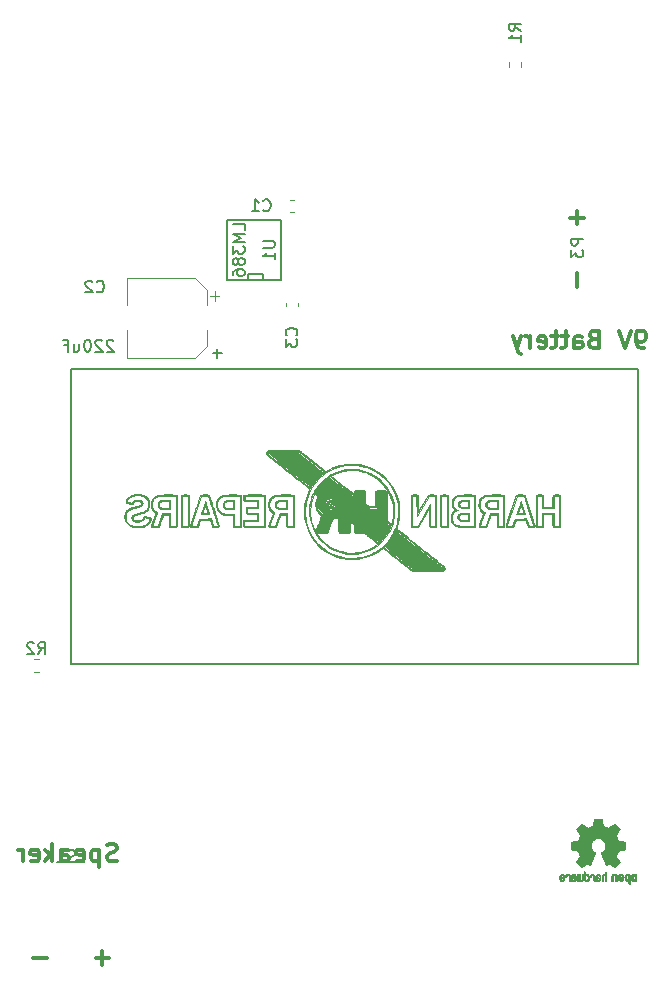
<source format=gbo>
G04 #@! TF.GenerationSoftware,KiCad,Pcbnew,5.1.12-84ad8e8a86~92~ubuntu20.04.1*
G04 #@! TF.CreationDate,2021-12-15T11:08:09-07:00*
G04 #@! TF.ProjectId,The Ear Tool,54686520-4561-4722-9054-6f6f6c2e6b69,1.3*
G04 #@! TF.SameCoordinates,Original*
G04 #@! TF.FileFunction,Legend,Bot*
G04 #@! TF.FilePolarity,Positive*
%FSLAX46Y46*%
G04 Gerber Fmt 4.6, Leading zero omitted, Abs format (unit mm)*
G04 Created by KiCad (PCBNEW 5.1.12-84ad8e8a86~92~ubuntu20.04.1) date 2021-12-15 11:08:09*
%MOMM*%
%LPD*%
G01*
G04 APERTURE LIST*
%ADD10C,0.150000*%
%ADD11C,0.300000*%
%ADD12C,0.120000*%
%ADD13C,0.010000*%
%ADD14C,1.800000*%
%ADD15R,1.800000X1.800000*%
%ADD16C,4.000000*%
%ADD17R,3.000000X4.000000*%
%ADD18R,4.000000X3.000000*%
%ADD19R,2.500000X1.500000*%
%ADD20O,2.500000X1.500000*%
%ADD21C,6.000000*%
%ADD22R,1.800000X2.700000*%
%ADD23R,2.700000X1.800000*%
%ADD24C,1.200000*%
%ADD25R,1.143000X0.508000*%
%ADD26R,2.500000X2.500000*%
%ADD27C,2.500000*%
G04 APERTURE END LIST*
D10*
X6600000Y-39400000D02*
X6600000Y-64400000D01*
X54600000Y-39400000D02*
X6600000Y-39400000D01*
X54600000Y-64400000D02*
X54600000Y-39400000D01*
X6600000Y-64400000D02*
X54600000Y-64400000D01*
D11*
X49442857Y-32414285D02*
X49442857Y-31271428D01*
X49442857Y-27128571D02*
X49442857Y-25985714D01*
X48871428Y-26557142D02*
X50014285Y-26557142D01*
X3385715Y-89242857D02*
X4528572Y-89242857D01*
X8671429Y-89242857D02*
X9814286Y-89242857D01*
X9242858Y-88671428D02*
X9242858Y-89814285D01*
X55114285Y-37628571D02*
X54828571Y-37628571D01*
X54685714Y-37557142D01*
X54614285Y-37485714D01*
X54471428Y-37271428D01*
X54400000Y-36985714D01*
X54400000Y-36414285D01*
X54471428Y-36271428D01*
X54542857Y-36200000D01*
X54685714Y-36128571D01*
X54971428Y-36128571D01*
X55114285Y-36200000D01*
X55185714Y-36271428D01*
X55257142Y-36414285D01*
X55257142Y-36771428D01*
X55185714Y-36914285D01*
X55114285Y-36985714D01*
X54971428Y-37057142D01*
X54685714Y-37057142D01*
X54542857Y-36985714D01*
X54471428Y-36914285D01*
X54400000Y-36771428D01*
X53971428Y-36128571D02*
X53471428Y-37628571D01*
X52971428Y-36128571D01*
X50828571Y-36842857D02*
X50614285Y-36914285D01*
X50542857Y-36985714D01*
X50471428Y-37128571D01*
X50471428Y-37342857D01*
X50542857Y-37485714D01*
X50614285Y-37557142D01*
X50757142Y-37628571D01*
X51328571Y-37628571D01*
X51328571Y-36128571D01*
X50828571Y-36128571D01*
X50685714Y-36200000D01*
X50614285Y-36271428D01*
X50542857Y-36414285D01*
X50542857Y-36557142D01*
X50614285Y-36700000D01*
X50685714Y-36771428D01*
X50828571Y-36842857D01*
X51328571Y-36842857D01*
X49185714Y-37628571D02*
X49185714Y-36842857D01*
X49257142Y-36700000D01*
X49400000Y-36628571D01*
X49685714Y-36628571D01*
X49828571Y-36700000D01*
X49185714Y-37557142D02*
X49328571Y-37628571D01*
X49685714Y-37628571D01*
X49828571Y-37557142D01*
X49900000Y-37414285D01*
X49900000Y-37271428D01*
X49828571Y-37128571D01*
X49685714Y-37057142D01*
X49328571Y-37057142D01*
X49185714Y-36985714D01*
X48685714Y-36628571D02*
X48114285Y-36628571D01*
X48471428Y-36128571D02*
X48471428Y-37414285D01*
X48400000Y-37557142D01*
X48257142Y-37628571D01*
X48114285Y-37628571D01*
X47828571Y-36628571D02*
X47257142Y-36628571D01*
X47614285Y-36128571D02*
X47614285Y-37414285D01*
X47542857Y-37557142D01*
X47400000Y-37628571D01*
X47257142Y-37628571D01*
X46185714Y-37557142D02*
X46328571Y-37628571D01*
X46614285Y-37628571D01*
X46757142Y-37557142D01*
X46828571Y-37414285D01*
X46828571Y-36842857D01*
X46757142Y-36700000D01*
X46614285Y-36628571D01*
X46328571Y-36628571D01*
X46185714Y-36700000D01*
X46114285Y-36842857D01*
X46114285Y-36985714D01*
X46828571Y-37128571D01*
X45471428Y-37628571D02*
X45471428Y-36628571D01*
X45471428Y-36914285D02*
X45400000Y-36771428D01*
X45328571Y-36700000D01*
X45185714Y-36628571D01*
X45042857Y-36628571D01*
X44685714Y-36628571D02*
X44328571Y-37628571D01*
X43971428Y-36628571D02*
X44328571Y-37628571D01*
X44471428Y-37985714D01*
X44542857Y-38057142D01*
X44685714Y-38128571D01*
X10492857Y-81007142D02*
X10278571Y-81078571D01*
X9921428Y-81078571D01*
X9778571Y-81007142D01*
X9707142Y-80935714D01*
X9635714Y-80792857D01*
X9635714Y-80650000D01*
X9707142Y-80507142D01*
X9778571Y-80435714D01*
X9921428Y-80364285D01*
X10207142Y-80292857D01*
X10349999Y-80221428D01*
X10421428Y-80150000D01*
X10492857Y-80007142D01*
X10492857Y-79864285D01*
X10421428Y-79721428D01*
X10349999Y-79650000D01*
X10207142Y-79578571D01*
X9849999Y-79578571D01*
X9635714Y-79650000D01*
X8992857Y-80078571D02*
X8992857Y-81578571D01*
X8992857Y-80150000D02*
X8850000Y-80078571D01*
X8564285Y-80078571D01*
X8421428Y-80150000D01*
X8349999Y-80221428D01*
X8278571Y-80364285D01*
X8278571Y-80792857D01*
X8349999Y-80935714D01*
X8421428Y-81007142D01*
X8564285Y-81078571D01*
X8850000Y-81078571D01*
X8992857Y-81007142D01*
X7064285Y-81007142D02*
X7207142Y-81078571D01*
X7492857Y-81078571D01*
X7635714Y-81007142D01*
X7707142Y-80864285D01*
X7707142Y-80292857D01*
X7635714Y-80150000D01*
X7492857Y-80078571D01*
X7207142Y-80078571D01*
X7064285Y-80150000D01*
X6992857Y-80292857D01*
X6992857Y-80435714D01*
X7707142Y-80578571D01*
X5707142Y-81078571D02*
X5707142Y-80292857D01*
X5778571Y-80150000D01*
X5921428Y-80078571D01*
X6207142Y-80078571D01*
X6349999Y-80150000D01*
X5707142Y-81007142D02*
X5849999Y-81078571D01*
X6207142Y-81078571D01*
X6349999Y-81007142D01*
X6421428Y-80864285D01*
X6421428Y-80721428D01*
X6349999Y-80578571D01*
X6207142Y-80507142D01*
X5849999Y-80507142D01*
X5707142Y-80435714D01*
X4992857Y-81078571D02*
X4992857Y-79578571D01*
X4849999Y-80507142D02*
X4421428Y-81078571D01*
X4421428Y-80078571D02*
X4992857Y-80650000D01*
X3207142Y-81007142D02*
X3349999Y-81078571D01*
X3635714Y-81078571D01*
X3778571Y-81007142D01*
X3849999Y-80864285D01*
X3849999Y-80292857D01*
X3778571Y-80150000D01*
X3635714Y-80078571D01*
X3349999Y-80078571D01*
X3207142Y-80150000D01*
X3135714Y-80292857D01*
X3135714Y-80435714D01*
X3849999Y-80578571D01*
X2492857Y-81078571D02*
X2492857Y-80078571D01*
X2492857Y-80364285D02*
X2421428Y-80221428D01*
X2349999Y-80150000D01*
X2207142Y-80078571D01*
X2064285Y-80078571D01*
D12*
X11290000Y-38460000D02*
X11290000Y-36110000D01*
X11290000Y-31640000D02*
X11290000Y-33990000D01*
X17045563Y-31640000D02*
X11290000Y-31640000D01*
X17045563Y-38460000D02*
X11290000Y-38460000D01*
X18110000Y-37395563D02*
X18110000Y-36110000D01*
X18110000Y-32704437D02*
X18110000Y-33990000D01*
X18110000Y-32704437D02*
X17045563Y-31640000D01*
X18110000Y-37395563D02*
X17045563Y-38460000D01*
X19137500Y-33202500D02*
X18350000Y-33202500D01*
X18743750Y-32808750D02*
X18743750Y-33596250D01*
D13*
G36*
X53600256Y-82119918D02*
G01*
X53544799Y-82147568D01*
X53495852Y-82198480D01*
X53482371Y-82217338D01*
X53467686Y-82242015D01*
X53458158Y-82268816D01*
X53452707Y-82304587D01*
X53450253Y-82356169D01*
X53449714Y-82424267D01*
X53452148Y-82517588D01*
X53460606Y-82587657D01*
X53476826Y-82639931D01*
X53502546Y-82679869D01*
X53539503Y-82712929D01*
X53542218Y-82714886D01*
X53578640Y-82734908D01*
X53622498Y-82744815D01*
X53678276Y-82747257D01*
X53768952Y-82747257D01*
X53768990Y-82835283D01*
X53769834Y-82884308D01*
X53774976Y-82913065D01*
X53788413Y-82930311D01*
X53814142Y-82944808D01*
X53820321Y-82947769D01*
X53849236Y-82961648D01*
X53871624Y-82970414D01*
X53888271Y-82971171D01*
X53899964Y-82961023D01*
X53907490Y-82937073D01*
X53911634Y-82896426D01*
X53913185Y-82836186D01*
X53912929Y-82753455D01*
X53911651Y-82645339D01*
X53911252Y-82613000D01*
X53909815Y-82501524D01*
X53908528Y-82428603D01*
X53769029Y-82428603D01*
X53768245Y-82490499D01*
X53764760Y-82530997D01*
X53756876Y-82557708D01*
X53742895Y-82578244D01*
X53733403Y-82588260D01*
X53694596Y-82617567D01*
X53660237Y-82619952D01*
X53624784Y-82595750D01*
X53623886Y-82594857D01*
X53609461Y-82576153D01*
X53600687Y-82550732D01*
X53596261Y-82511584D01*
X53594882Y-82451697D01*
X53594857Y-82438430D01*
X53598188Y-82355901D01*
X53609031Y-82298691D01*
X53628660Y-82263766D01*
X53658350Y-82248094D01*
X53675509Y-82246514D01*
X53716234Y-82253926D01*
X53744168Y-82278330D01*
X53760983Y-82322980D01*
X53768350Y-82391130D01*
X53769029Y-82428603D01*
X53908528Y-82428603D01*
X53908292Y-82415245D01*
X53906323Y-82350333D01*
X53903550Y-82302958D01*
X53899612Y-82269290D01*
X53894151Y-82245498D01*
X53886808Y-82227753D01*
X53877223Y-82212224D01*
X53873113Y-82206381D01*
X53818595Y-82151185D01*
X53749664Y-82119890D01*
X53669928Y-82111165D01*
X53600256Y-82119918D01*
G37*
X53600256Y-82119918D02*
X53544799Y-82147568D01*
X53495852Y-82198480D01*
X53482371Y-82217338D01*
X53467686Y-82242015D01*
X53458158Y-82268816D01*
X53452707Y-82304587D01*
X53450253Y-82356169D01*
X53449714Y-82424267D01*
X53452148Y-82517588D01*
X53460606Y-82587657D01*
X53476826Y-82639931D01*
X53502546Y-82679869D01*
X53539503Y-82712929D01*
X53542218Y-82714886D01*
X53578640Y-82734908D01*
X53622498Y-82744815D01*
X53678276Y-82747257D01*
X53768952Y-82747257D01*
X53768990Y-82835283D01*
X53769834Y-82884308D01*
X53774976Y-82913065D01*
X53788413Y-82930311D01*
X53814142Y-82944808D01*
X53820321Y-82947769D01*
X53849236Y-82961648D01*
X53871624Y-82970414D01*
X53888271Y-82971171D01*
X53899964Y-82961023D01*
X53907490Y-82937073D01*
X53911634Y-82896426D01*
X53913185Y-82836186D01*
X53912929Y-82753455D01*
X53911651Y-82645339D01*
X53911252Y-82613000D01*
X53909815Y-82501524D01*
X53908528Y-82428603D01*
X53769029Y-82428603D01*
X53768245Y-82490499D01*
X53764760Y-82530997D01*
X53756876Y-82557708D01*
X53742895Y-82578244D01*
X53733403Y-82588260D01*
X53694596Y-82617567D01*
X53660237Y-82619952D01*
X53624784Y-82595750D01*
X53623886Y-82594857D01*
X53609461Y-82576153D01*
X53600687Y-82550732D01*
X53596261Y-82511584D01*
X53594882Y-82451697D01*
X53594857Y-82438430D01*
X53598188Y-82355901D01*
X53609031Y-82298691D01*
X53628660Y-82263766D01*
X53658350Y-82248094D01*
X53675509Y-82246514D01*
X53716234Y-82253926D01*
X53744168Y-82278330D01*
X53760983Y-82322980D01*
X53768350Y-82391130D01*
X53769029Y-82428603D01*
X53908528Y-82428603D01*
X53908292Y-82415245D01*
X53906323Y-82350333D01*
X53903550Y-82302958D01*
X53899612Y-82269290D01*
X53894151Y-82245498D01*
X53886808Y-82227753D01*
X53877223Y-82212224D01*
X53873113Y-82206381D01*
X53818595Y-82151185D01*
X53749664Y-82119890D01*
X53669928Y-82111165D01*
X53600256Y-82119918D01*
G36*
X52483907Y-82127780D02*
G01*
X52437328Y-82154723D01*
X52404943Y-82181466D01*
X52381258Y-82209484D01*
X52364941Y-82243748D01*
X52354661Y-82289227D01*
X52349086Y-82350892D01*
X52346884Y-82433711D01*
X52346629Y-82493246D01*
X52346629Y-82712391D01*
X52408314Y-82740044D01*
X52470000Y-82767697D01*
X52477257Y-82527670D01*
X52480256Y-82438028D01*
X52483402Y-82372962D01*
X52487299Y-82328026D01*
X52492553Y-82298770D01*
X52499769Y-82280748D01*
X52509550Y-82269511D01*
X52512688Y-82267079D01*
X52560239Y-82248083D01*
X52608303Y-82255600D01*
X52636914Y-82275543D01*
X52648553Y-82289675D01*
X52656609Y-82308220D01*
X52661729Y-82336334D01*
X52664559Y-82379173D01*
X52665744Y-82441895D01*
X52665943Y-82507261D01*
X52665982Y-82589268D01*
X52667386Y-82647316D01*
X52672086Y-82686465D01*
X52682013Y-82711780D01*
X52699097Y-82728323D01*
X52725268Y-82741156D01*
X52760225Y-82754491D01*
X52798404Y-82769007D01*
X52793859Y-82511389D01*
X52792029Y-82418519D01*
X52789888Y-82349889D01*
X52786819Y-82300711D01*
X52782206Y-82266198D01*
X52775432Y-82241562D01*
X52765881Y-82222016D01*
X52754366Y-82204770D01*
X52698810Y-82149680D01*
X52631020Y-82117822D01*
X52557287Y-82110191D01*
X52483907Y-82127780D01*
G37*
X52483907Y-82127780D02*
X52437328Y-82154723D01*
X52404943Y-82181466D01*
X52381258Y-82209484D01*
X52364941Y-82243748D01*
X52354661Y-82289227D01*
X52349086Y-82350892D01*
X52346884Y-82433711D01*
X52346629Y-82493246D01*
X52346629Y-82712391D01*
X52408314Y-82740044D01*
X52470000Y-82767697D01*
X52477257Y-82527670D01*
X52480256Y-82438028D01*
X52483402Y-82372962D01*
X52487299Y-82328026D01*
X52492553Y-82298770D01*
X52499769Y-82280748D01*
X52509550Y-82269511D01*
X52512688Y-82267079D01*
X52560239Y-82248083D01*
X52608303Y-82255600D01*
X52636914Y-82275543D01*
X52648553Y-82289675D01*
X52656609Y-82308220D01*
X52661729Y-82336334D01*
X52664559Y-82379173D01*
X52665744Y-82441895D01*
X52665943Y-82507261D01*
X52665982Y-82589268D01*
X52667386Y-82647316D01*
X52672086Y-82686465D01*
X52682013Y-82711780D01*
X52699097Y-82728323D01*
X52725268Y-82741156D01*
X52760225Y-82754491D01*
X52798404Y-82769007D01*
X52793859Y-82511389D01*
X52792029Y-82418519D01*
X52789888Y-82349889D01*
X52786819Y-82300711D01*
X52782206Y-82266198D01*
X52775432Y-82241562D01*
X52765881Y-82222016D01*
X52754366Y-82204770D01*
X52698810Y-82149680D01*
X52631020Y-82117822D01*
X52557287Y-82110191D01*
X52483907Y-82127780D01*
G36*
X54158885Y-82121962D02*
G01*
X54090855Y-82157733D01*
X54040649Y-82215301D01*
X54022815Y-82252312D01*
X54008937Y-82307882D01*
X54001833Y-82378096D01*
X54001160Y-82454727D01*
X54006573Y-82529552D01*
X54017730Y-82594342D01*
X54034286Y-82640873D01*
X54039374Y-82648887D01*
X54099645Y-82708707D01*
X54171231Y-82744535D01*
X54248908Y-82755020D01*
X54327452Y-82738810D01*
X54349311Y-82729092D01*
X54391878Y-82699143D01*
X54429237Y-82659433D01*
X54432768Y-82654397D01*
X54447119Y-82630124D01*
X54456606Y-82604178D01*
X54462210Y-82570022D01*
X54464914Y-82521119D01*
X54465701Y-82450935D01*
X54465714Y-82435200D01*
X54465678Y-82430192D01*
X54320571Y-82430192D01*
X54319727Y-82496430D01*
X54316404Y-82540386D01*
X54309417Y-82568779D01*
X54297584Y-82588325D01*
X54291543Y-82594857D01*
X54256814Y-82619680D01*
X54223097Y-82618548D01*
X54189005Y-82597016D01*
X54168671Y-82574029D01*
X54156629Y-82540478D01*
X54149866Y-82487569D01*
X54149402Y-82481399D01*
X54148248Y-82385513D01*
X54160312Y-82314299D01*
X54185430Y-82268194D01*
X54223440Y-82247635D01*
X54237008Y-82246514D01*
X54272636Y-82252152D01*
X54297006Y-82271686D01*
X54311907Y-82309042D01*
X54319125Y-82368150D01*
X54320571Y-82430192D01*
X54465678Y-82430192D01*
X54465174Y-82360413D01*
X54462904Y-82308159D01*
X54457932Y-82271949D01*
X54449287Y-82245299D01*
X54435995Y-82221722D01*
X54433057Y-82217338D01*
X54383687Y-82158249D01*
X54329891Y-82123947D01*
X54264398Y-82110331D01*
X54242158Y-82109665D01*
X54158885Y-82121962D01*
G37*
X54158885Y-82121962D02*
X54090855Y-82157733D01*
X54040649Y-82215301D01*
X54022815Y-82252312D01*
X54008937Y-82307882D01*
X54001833Y-82378096D01*
X54001160Y-82454727D01*
X54006573Y-82529552D01*
X54017730Y-82594342D01*
X54034286Y-82640873D01*
X54039374Y-82648887D01*
X54099645Y-82708707D01*
X54171231Y-82744535D01*
X54248908Y-82755020D01*
X54327452Y-82738810D01*
X54349311Y-82729092D01*
X54391878Y-82699143D01*
X54429237Y-82659433D01*
X54432768Y-82654397D01*
X54447119Y-82630124D01*
X54456606Y-82604178D01*
X54462210Y-82570022D01*
X54464914Y-82521119D01*
X54465701Y-82450935D01*
X54465714Y-82435200D01*
X54465678Y-82430192D01*
X54320571Y-82430192D01*
X54319727Y-82496430D01*
X54316404Y-82540386D01*
X54309417Y-82568779D01*
X54297584Y-82588325D01*
X54291543Y-82594857D01*
X54256814Y-82619680D01*
X54223097Y-82618548D01*
X54189005Y-82597016D01*
X54168671Y-82574029D01*
X54156629Y-82540478D01*
X54149866Y-82487569D01*
X54149402Y-82481399D01*
X54148248Y-82385513D01*
X54160312Y-82314299D01*
X54185430Y-82268194D01*
X54223440Y-82247635D01*
X54237008Y-82246514D01*
X54272636Y-82252152D01*
X54297006Y-82271686D01*
X54311907Y-82309042D01*
X54319125Y-82368150D01*
X54320571Y-82430192D01*
X54465678Y-82430192D01*
X54465174Y-82360413D01*
X54462904Y-82308159D01*
X54457932Y-82271949D01*
X54449287Y-82245299D01*
X54435995Y-82221722D01*
X54433057Y-82217338D01*
X54383687Y-82158249D01*
X54329891Y-82123947D01*
X54264398Y-82110331D01*
X54242158Y-82109665D01*
X54158885Y-82121962D01*
G36*
X53031697Y-82131239D02*
G01*
X52974473Y-82169735D01*
X52930251Y-82225335D01*
X52903833Y-82296086D01*
X52898490Y-82348162D01*
X52899097Y-82369893D01*
X52904178Y-82386531D01*
X52918145Y-82401437D01*
X52945411Y-82417973D01*
X52990388Y-82439498D01*
X53057489Y-82469374D01*
X53057829Y-82469524D01*
X53119593Y-82497813D01*
X53170241Y-82522933D01*
X53204596Y-82542179D01*
X53217482Y-82552848D01*
X53217486Y-82552934D01*
X53206128Y-82576166D01*
X53179569Y-82601774D01*
X53149077Y-82620221D01*
X53133630Y-82623886D01*
X53091485Y-82611212D01*
X53055192Y-82579471D01*
X53037483Y-82544572D01*
X53020448Y-82518845D01*
X52987078Y-82489546D01*
X52947851Y-82464235D01*
X52913244Y-82450471D01*
X52906007Y-82449714D01*
X52897861Y-82462160D01*
X52897370Y-82493972D01*
X52903357Y-82536866D01*
X52914643Y-82582558D01*
X52930050Y-82622761D01*
X52930829Y-82624322D01*
X52977196Y-82689062D01*
X53037289Y-82733097D01*
X53105535Y-82754711D01*
X53176362Y-82752185D01*
X53244196Y-82723804D01*
X53247212Y-82721808D01*
X53300573Y-82673448D01*
X53335660Y-82610352D01*
X53355078Y-82527387D01*
X53357684Y-82504078D01*
X53362299Y-82394055D01*
X53356767Y-82342748D01*
X53217486Y-82342748D01*
X53215676Y-82374753D01*
X53205778Y-82384093D01*
X53181102Y-82377105D01*
X53142205Y-82360587D01*
X53098725Y-82339881D01*
X53097644Y-82339333D01*
X53060791Y-82319949D01*
X53046000Y-82307013D01*
X53049647Y-82293451D01*
X53065005Y-82275632D01*
X53104077Y-82249845D01*
X53146154Y-82247950D01*
X53183897Y-82266717D01*
X53209966Y-82302915D01*
X53217486Y-82342748D01*
X53356767Y-82342748D01*
X53352806Y-82306027D01*
X53328450Y-82236212D01*
X53294544Y-82187302D01*
X53233347Y-82137878D01*
X53165937Y-82113359D01*
X53097120Y-82111797D01*
X53031697Y-82131239D01*
G37*
X53031697Y-82131239D02*
X52974473Y-82169735D01*
X52930251Y-82225335D01*
X52903833Y-82296086D01*
X52898490Y-82348162D01*
X52899097Y-82369893D01*
X52904178Y-82386531D01*
X52918145Y-82401437D01*
X52945411Y-82417973D01*
X52990388Y-82439498D01*
X53057489Y-82469374D01*
X53057829Y-82469524D01*
X53119593Y-82497813D01*
X53170241Y-82522933D01*
X53204596Y-82542179D01*
X53217482Y-82552848D01*
X53217486Y-82552934D01*
X53206128Y-82576166D01*
X53179569Y-82601774D01*
X53149077Y-82620221D01*
X53133630Y-82623886D01*
X53091485Y-82611212D01*
X53055192Y-82579471D01*
X53037483Y-82544572D01*
X53020448Y-82518845D01*
X52987078Y-82489546D01*
X52947851Y-82464235D01*
X52913244Y-82450471D01*
X52906007Y-82449714D01*
X52897861Y-82462160D01*
X52897370Y-82493972D01*
X52903357Y-82536866D01*
X52914643Y-82582558D01*
X52930050Y-82622761D01*
X52930829Y-82624322D01*
X52977196Y-82689062D01*
X53037289Y-82733097D01*
X53105535Y-82754711D01*
X53176362Y-82752185D01*
X53244196Y-82723804D01*
X53247212Y-82721808D01*
X53300573Y-82673448D01*
X53335660Y-82610352D01*
X53355078Y-82527387D01*
X53357684Y-82504078D01*
X53362299Y-82394055D01*
X53356767Y-82342748D01*
X53217486Y-82342748D01*
X53215676Y-82374753D01*
X53205778Y-82384093D01*
X53181102Y-82377105D01*
X53142205Y-82360587D01*
X53098725Y-82339881D01*
X53097644Y-82339333D01*
X53060791Y-82319949D01*
X53046000Y-82307013D01*
X53049647Y-82293451D01*
X53065005Y-82275632D01*
X53104077Y-82249845D01*
X53146154Y-82247950D01*
X53183897Y-82266717D01*
X53209966Y-82302915D01*
X53217486Y-82342748D01*
X53356767Y-82342748D01*
X53352806Y-82306027D01*
X53328450Y-82236212D01*
X53294544Y-82187302D01*
X53233347Y-82137878D01*
X53165937Y-82113359D01*
X53097120Y-82111797D01*
X53031697Y-82131239D01*
G36*
X51824114Y-82051289D02*
G01*
X51819861Y-82110613D01*
X51814975Y-82145572D01*
X51808205Y-82160820D01*
X51798298Y-82161015D01*
X51795086Y-82159195D01*
X51752356Y-82146015D01*
X51696773Y-82146785D01*
X51640263Y-82160333D01*
X51604918Y-82177861D01*
X51568679Y-82205861D01*
X51542187Y-82237549D01*
X51524001Y-82277813D01*
X51512678Y-82331543D01*
X51506778Y-82403626D01*
X51504857Y-82498951D01*
X51504823Y-82517237D01*
X51504800Y-82722646D01*
X51550509Y-82738580D01*
X51582973Y-82749420D01*
X51600785Y-82754468D01*
X51601309Y-82754514D01*
X51603063Y-82740828D01*
X51604556Y-82703076D01*
X51605674Y-82646224D01*
X51606303Y-82575234D01*
X51606400Y-82532073D01*
X51606602Y-82446973D01*
X51607642Y-82385981D01*
X51610169Y-82344177D01*
X51614836Y-82316642D01*
X51622293Y-82298456D01*
X51633189Y-82284698D01*
X51639993Y-82278073D01*
X51686728Y-82251375D01*
X51737728Y-82249375D01*
X51783999Y-82271955D01*
X51792556Y-82280107D01*
X51805107Y-82295436D01*
X51813812Y-82313618D01*
X51819369Y-82339909D01*
X51822474Y-82379562D01*
X51823824Y-82437832D01*
X51824114Y-82518173D01*
X51824114Y-82722646D01*
X51869823Y-82738580D01*
X51902287Y-82749420D01*
X51920099Y-82754468D01*
X51920623Y-82754514D01*
X51921963Y-82740623D01*
X51923172Y-82701439D01*
X51924199Y-82640700D01*
X51924998Y-82562141D01*
X51925519Y-82469498D01*
X51925714Y-82366509D01*
X51925714Y-81969342D01*
X51878543Y-81949444D01*
X51831371Y-81929547D01*
X51824114Y-82051289D01*
G37*
X51824114Y-82051289D02*
X51819861Y-82110613D01*
X51814975Y-82145572D01*
X51808205Y-82160820D01*
X51798298Y-82161015D01*
X51795086Y-82159195D01*
X51752356Y-82146015D01*
X51696773Y-82146785D01*
X51640263Y-82160333D01*
X51604918Y-82177861D01*
X51568679Y-82205861D01*
X51542187Y-82237549D01*
X51524001Y-82277813D01*
X51512678Y-82331543D01*
X51506778Y-82403626D01*
X51504857Y-82498951D01*
X51504823Y-82517237D01*
X51504800Y-82722646D01*
X51550509Y-82738580D01*
X51582973Y-82749420D01*
X51600785Y-82754468D01*
X51601309Y-82754514D01*
X51603063Y-82740828D01*
X51604556Y-82703076D01*
X51605674Y-82646224D01*
X51606303Y-82575234D01*
X51606400Y-82532073D01*
X51606602Y-82446973D01*
X51607642Y-82385981D01*
X51610169Y-82344177D01*
X51614836Y-82316642D01*
X51622293Y-82298456D01*
X51633189Y-82284698D01*
X51639993Y-82278073D01*
X51686728Y-82251375D01*
X51737728Y-82249375D01*
X51783999Y-82271955D01*
X51792556Y-82280107D01*
X51805107Y-82295436D01*
X51813812Y-82313618D01*
X51819369Y-82339909D01*
X51822474Y-82379562D01*
X51823824Y-82437832D01*
X51824114Y-82518173D01*
X51824114Y-82722646D01*
X51869823Y-82738580D01*
X51902287Y-82749420D01*
X51920099Y-82754468D01*
X51920623Y-82754514D01*
X51921963Y-82740623D01*
X51923172Y-82701439D01*
X51924199Y-82640700D01*
X51924998Y-82562141D01*
X51925519Y-82469498D01*
X51925714Y-82366509D01*
X51925714Y-81969342D01*
X51878543Y-81949444D01*
X51831371Y-81929547D01*
X51824114Y-82051289D01*
G36*
X51160256Y-82150968D02*
G01*
X51103384Y-82172087D01*
X51102733Y-82172493D01*
X51067560Y-82198380D01*
X51041593Y-82228633D01*
X51023330Y-82268058D01*
X51011268Y-82321462D01*
X51003904Y-82393651D01*
X50999736Y-82489432D01*
X50999371Y-82503078D01*
X50994124Y-82708842D01*
X51038284Y-82731678D01*
X51070237Y-82747110D01*
X51089530Y-82754423D01*
X51090422Y-82754514D01*
X51093761Y-82741022D01*
X51096413Y-82704626D01*
X51098044Y-82651452D01*
X51098400Y-82608393D01*
X51098408Y-82538641D01*
X51101597Y-82494837D01*
X51112712Y-82473944D01*
X51136499Y-82472925D01*
X51177704Y-82488741D01*
X51239914Y-82517815D01*
X51285659Y-82541963D01*
X51309187Y-82562913D01*
X51316104Y-82585747D01*
X51316114Y-82586877D01*
X51304701Y-82626212D01*
X51270908Y-82647462D01*
X51219191Y-82650539D01*
X51181939Y-82650006D01*
X51162297Y-82660735D01*
X51150048Y-82686505D01*
X51142998Y-82719337D01*
X51153158Y-82737966D01*
X51156983Y-82740632D01*
X51192999Y-82751340D01*
X51243434Y-82752856D01*
X51295374Y-82745759D01*
X51332178Y-82732788D01*
X51383062Y-82689585D01*
X51411986Y-82629446D01*
X51417714Y-82582462D01*
X51413343Y-82540082D01*
X51397525Y-82505488D01*
X51366203Y-82474763D01*
X51315322Y-82443990D01*
X51240824Y-82409252D01*
X51236286Y-82407288D01*
X51169179Y-82376287D01*
X51127768Y-82350862D01*
X51110019Y-82328014D01*
X51113893Y-82304745D01*
X51137357Y-82278056D01*
X51144373Y-82271914D01*
X51191370Y-82248100D01*
X51240067Y-82249103D01*
X51282478Y-82272451D01*
X51310616Y-82315675D01*
X51313231Y-82324160D01*
X51338692Y-82365308D01*
X51370999Y-82385128D01*
X51417714Y-82404770D01*
X51417714Y-82353950D01*
X51403504Y-82280082D01*
X51361325Y-82212327D01*
X51339376Y-82189661D01*
X51289483Y-82160569D01*
X51226033Y-82147400D01*
X51160256Y-82150968D01*
G37*
X51160256Y-82150968D02*
X51103384Y-82172087D01*
X51102733Y-82172493D01*
X51067560Y-82198380D01*
X51041593Y-82228633D01*
X51023330Y-82268058D01*
X51011268Y-82321462D01*
X51003904Y-82393651D01*
X50999736Y-82489432D01*
X50999371Y-82503078D01*
X50994124Y-82708842D01*
X51038284Y-82731678D01*
X51070237Y-82747110D01*
X51089530Y-82754423D01*
X51090422Y-82754514D01*
X51093761Y-82741022D01*
X51096413Y-82704626D01*
X51098044Y-82651452D01*
X51098400Y-82608393D01*
X51098408Y-82538641D01*
X51101597Y-82494837D01*
X51112712Y-82473944D01*
X51136499Y-82472925D01*
X51177704Y-82488741D01*
X51239914Y-82517815D01*
X51285659Y-82541963D01*
X51309187Y-82562913D01*
X51316104Y-82585747D01*
X51316114Y-82586877D01*
X51304701Y-82626212D01*
X51270908Y-82647462D01*
X51219191Y-82650539D01*
X51181939Y-82650006D01*
X51162297Y-82660735D01*
X51150048Y-82686505D01*
X51142998Y-82719337D01*
X51153158Y-82737966D01*
X51156983Y-82740632D01*
X51192999Y-82751340D01*
X51243434Y-82752856D01*
X51295374Y-82745759D01*
X51332178Y-82732788D01*
X51383062Y-82689585D01*
X51411986Y-82629446D01*
X51417714Y-82582462D01*
X51413343Y-82540082D01*
X51397525Y-82505488D01*
X51366203Y-82474763D01*
X51315322Y-82443990D01*
X51240824Y-82409252D01*
X51236286Y-82407288D01*
X51169179Y-82376287D01*
X51127768Y-82350862D01*
X51110019Y-82328014D01*
X51113893Y-82304745D01*
X51137357Y-82278056D01*
X51144373Y-82271914D01*
X51191370Y-82248100D01*
X51240067Y-82249103D01*
X51282478Y-82272451D01*
X51310616Y-82315675D01*
X51313231Y-82324160D01*
X51338692Y-82365308D01*
X51370999Y-82385128D01*
X51417714Y-82404770D01*
X51417714Y-82353950D01*
X51403504Y-82280082D01*
X51361325Y-82212327D01*
X51339376Y-82189661D01*
X51289483Y-82160569D01*
X51226033Y-82147400D01*
X51160256Y-82150968D01*
G36*
X50670074Y-82149755D02*
G01*
X50604142Y-82174084D01*
X50550727Y-82217117D01*
X50529836Y-82247409D01*
X50507061Y-82302994D01*
X50507534Y-82343186D01*
X50531438Y-82370217D01*
X50540283Y-82374813D01*
X50578470Y-82389144D01*
X50597972Y-82385472D01*
X50604578Y-82361407D01*
X50604914Y-82348114D01*
X50617008Y-82299210D01*
X50648529Y-82264999D01*
X50692341Y-82248476D01*
X50741305Y-82252634D01*
X50781106Y-82274227D01*
X50794550Y-82286544D01*
X50804079Y-82301487D01*
X50810515Y-82324075D01*
X50814683Y-82359328D01*
X50817403Y-82412266D01*
X50819498Y-82487907D01*
X50820040Y-82511857D01*
X50822019Y-82593790D01*
X50824269Y-82651455D01*
X50827643Y-82689608D01*
X50832994Y-82713004D01*
X50841176Y-82726398D01*
X50853041Y-82734545D01*
X50860638Y-82738144D01*
X50892898Y-82750452D01*
X50911889Y-82754514D01*
X50918164Y-82740948D01*
X50921994Y-82699934D01*
X50923400Y-82630999D01*
X50922402Y-82533669D01*
X50922092Y-82518657D01*
X50919899Y-82429859D01*
X50917307Y-82365019D01*
X50913618Y-82319067D01*
X50908136Y-82286935D01*
X50900165Y-82263553D01*
X50889007Y-82243852D01*
X50883170Y-82235410D01*
X50849704Y-82198057D01*
X50812273Y-82169003D01*
X50807691Y-82166467D01*
X50740574Y-82146443D01*
X50670074Y-82149755D01*
G37*
X50670074Y-82149755D02*
X50604142Y-82174084D01*
X50550727Y-82217117D01*
X50529836Y-82247409D01*
X50507061Y-82302994D01*
X50507534Y-82343186D01*
X50531438Y-82370217D01*
X50540283Y-82374813D01*
X50578470Y-82389144D01*
X50597972Y-82385472D01*
X50604578Y-82361407D01*
X50604914Y-82348114D01*
X50617008Y-82299210D01*
X50648529Y-82264999D01*
X50692341Y-82248476D01*
X50741305Y-82252634D01*
X50781106Y-82274227D01*
X50794550Y-82286544D01*
X50804079Y-82301487D01*
X50810515Y-82324075D01*
X50814683Y-82359328D01*
X50817403Y-82412266D01*
X50819498Y-82487907D01*
X50820040Y-82511857D01*
X50822019Y-82593790D01*
X50824269Y-82651455D01*
X50827643Y-82689608D01*
X50832994Y-82713004D01*
X50841176Y-82726398D01*
X50853041Y-82734545D01*
X50860638Y-82738144D01*
X50892898Y-82750452D01*
X50911889Y-82754514D01*
X50918164Y-82740948D01*
X50921994Y-82699934D01*
X50923400Y-82630999D01*
X50922402Y-82533669D01*
X50922092Y-82518657D01*
X50919899Y-82429859D01*
X50917307Y-82365019D01*
X50913618Y-82319067D01*
X50908136Y-82286935D01*
X50900165Y-82263553D01*
X50889007Y-82243852D01*
X50883170Y-82235410D01*
X50849704Y-82198057D01*
X50812273Y-82169003D01*
X50807691Y-82166467D01*
X50740574Y-82146443D01*
X50670074Y-82149755D01*
G36*
X50009883Y-82265358D02*
G01*
X50010067Y-82373837D01*
X50010781Y-82457287D01*
X50012325Y-82519704D01*
X50014999Y-82565085D01*
X50019106Y-82597429D01*
X50024945Y-82620733D01*
X50032818Y-82638995D01*
X50038779Y-82649418D01*
X50088145Y-82705945D01*
X50150736Y-82741377D01*
X50219987Y-82754090D01*
X50289332Y-82742463D01*
X50330625Y-82721568D01*
X50373975Y-82685422D01*
X50403519Y-82641276D01*
X50421345Y-82583462D01*
X50429537Y-82506313D01*
X50430698Y-82449714D01*
X50430542Y-82445647D01*
X50329143Y-82445647D01*
X50328524Y-82510550D01*
X50325686Y-82553514D01*
X50319160Y-82581622D01*
X50307477Y-82601953D01*
X50293517Y-82617288D01*
X50246635Y-82646890D01*
X50196299Y-82649419D01*
X50148724Y-82624705D01*
X50145021Y-82621356D01*
X50129217Y-82603935D01*
X50119307Y-82583209D01*
X50113942Y-82552362D01*
X50111772Y-82504577D01*
X50111429Y-82451748D01*
X50112173Y-82385381D01*
X50115252Y-82341106D01*
X50121939Y-82312009D01*
X50133504Y-82291173D01*
X50142987Y-82280107D01*
X50187040Y-82252198D01*
X50237776Y-82248843D01*
X50286204Y-82270159D01*
X50295550Y-82278073D01*
X50311460Y-82295647D01*
X50321390Y-82316587D01*
X50326722Y-82347782D01*
X50328837Y-82396122D01*
X50329143Y-82445647D01*
X50430542Y-82445647D01*
X50427190Y-82358568D01*
X50415274Y-82290086D01*
X50392865Y-82238600D01*
X50357876Y-82198443D01*
X50330625Y-82177861D01*
X50281093Y-82155625D01*
X50223684Y-82145304D01*
X50170318Y-82148067D01*
X50140457Y-82159212D01*
X50128739Y-82162383D01*
X50120963Y-82150557D01*
X50115535Y-82118866D01*
X50111429Y-82070593D01*
X50106933Y-82016829D01*
X50100687Y-81984482D01*
X50089324Y-81965985D01*
X50069472Y-81953770D01*
X50057000Y-81948362D01*
X50009829Y-81928601D01*
X50009883Y-82265358D01*
G37*
X50009883Y-82265358D02*
X50010067Y-82373837D01*
X50010781Y-82457287D01*
X50012325Y-82519704D01*
X50014999Y-82565085D01*
X50019106Y-82597429D01*
X50024945Y-82620733D01*
X50032818Y-82638995D01*
X50038779Y-82649418D01*
X50088145Y-82705945D01*
X50150736Y-82741377D01*
X50219987Y-82754090D01*
X50289332Y-82742463D01*
X50330625Y-82721568D01*
X50373975Y-82685422D01*
X50403519Y-82641276D01*
X50421345Y-82583462D01*
X50429537Y-82506313D01*
X50430698Y-82449714D01*
X50430542Y-82445647D01*
X50329143Y-82445647D01*
X50328524Y-82510550D01*
X50325686Y-82553514D01*
X50319160Y-82581622D01*
X50307477Y-82601953D01*
X50293517Y-82617288D01*
X50246635Y-82646890D01*
X50196299Y-82649419D01*
X50148724Y-82624705D01*
X50145021Y-82621356D01*
X50129217Y-82603935D01*
X50119307Y-82583209D01*
X50113942Y-82552362D01*
X50111772Y-82504577D01*
X50111429Y-82451748D01*
X50112173Y-82385381D01*
X50115252Y-82341106D01*
X50121939Y-82312009D01*
X50133504Y-82291173D01*
X50142987Y-82280107D01*
X50187040Y-82252198D01*
X50237776Y-82248843D01*
X50286204Y-82270159D01*
X50295550Y-82278073D01*
X50311460Y-82295647D01*
X50321390Y-82316587D01*
X50326722Y-82347782D01*
X50328837Y-82396122D01*
X50329143Y-82445647D01*
X50430542Y-82445647D01*
X50427190Y-82358568D01*
X50415274Y-82290086D01*
X50392865Y-82238600D01*
X50357876Y-82198443D01*
X50330625Y-82177861D01*
X50281093Y-82155625D01*
X50223684Y-82145304D01*
X50170318Y-82148067D01*
X50140457Y-82159212D01*
X50128739Y-82162383D01*
X50120963Y-82150557D01*
X50115535Y-82118866D01*
X50111429Y-82070593D01*
X50106933Y-82016829D01*
X50100687Y-81984482D01*
X50089324Y-81965985D01*
X50069472Y-81953770D01*
X50057000Y-81948362D01*
X50009829Y-81928601D01*
X50009883Y-82265358D01*
G36*
X49420167Y-82158663D02*
G01*
X49417952Y-82196850D01*
X49416216Y-82254886D01*
X49415101Y-82328180D01*
X49414743Y-82405055D01*
X49414743Y-82665196D01*
X49460674Y-82711127D01*
X49492325Y-82739429D01*
X49520110Y-82750893D01*
X49558085Y-82750168D01*
X49573160Y-82748321D01*
X49620274Y-82742948D01*
X49659244Y-82739869D01*
X49668743Y-82739585D01*
X49700767Y-82741445D01*
X49746568Y-82746114D01*
X49764326Y-82748321D01*
X49807943Y-82751735D01*
X49837255Y-82744320D01*
X49866320Y-82721427D01*
X49876812Y-82711127D01*
X49922743Y-82665196D01*
X49922743Y-82178602D01*
X49885774Y-82161758D01*
X49853941Y-82149282D01*
X49835317Y-82144914D01*
X49830542Y-82158718D01*
X49826079Y-82197286D01*
X49822225Y-82256356D01*
X49819278Y-82331663D01*
X49817857Y-82395286D01*
X49813886Y-82645657D01*
X49779241Y-82650556D01*
X49747732Y-82647131D01*
X49732292Y-82636041D01*
X49727977Y-82615308D01*
X49724292Y-82571145D01*
X49721531Y-82509146D01*
X49719988Y-82434909D01*
X49719765Y-82396706D01*
X49719543Y-82176783D01*
X49673834Y-82160849D01*
X49641482Y-82150015D01*
X49623885Y-82144962D01*
X49623377Y-82144914D01*
X49621612Y-82158648D01*
X49619671Y-82196730D01*
X49617718Y-82254482D01*
X49615916Y-82327227D01*
X49614657Y-82395286D01*
X49610686Y-82645657D01*
X49523600Y-82645657D01*
X49519604Y-82417240D01*
X49515608Y-82188822D01*
X49473153Y-82166868D01*
X49441808Y-82151793D01*
X49423256Y-82144951D01*
X49422721Y-82144914D01*
X49420167Y-82158663D01*
G37*
X49420167Y-82158663D02*
X49417952Y-82196850D01*
X49416216Y-82254886D01*
X49415101Y-82328180D01*
X49414743Y-82405055D01*
X49414743Y-82665196D01*
X49460674Y-82711127D01*
X49492325Y-82739429D01*
X49520110Y-82750893D01*
X49558085Y-82750168D01*
X49573160Y-82748321D01*
X49620274Y-82742948D01*
X49659244Y-82739869D01*
X49668743Y-82739585D01*
X49700767Y-82741445D01*
X49746568Y-82746114D01*
X49764326Y-82748321D01*
X49807943Y-82751735D01*
X49837255Y-82744320D01*
X49866320Y-82721427D01*
X49876812Y-82711127D01*
X49922743Y-82665196D01*
X49922743Y-82178602D01*
X49885774Y-82161758D01*
X49853941Y-82149282D01*
X49835317Y-82144914D01*
X49830542Y-82158718D01*
X49826079Y-82197286D01*
X49822225Y-82256356D01*
X49819278Y-82331663D01*
X49817857Y-82395286D01*
X49813886Y-82645657D01*
X49779241Y-82650556D01*
X49747732Y-82647131D01*
X49732292Y-82636041D01*
X49727977Y-82615308D01*
X49724292Y-82571145D01*
X49721531Y-82509146D01*
X49719988Y-82434909D01*
X49719765Y-82396706D01*
X49719543Y-82176783D01*
X49673834Y-82160849D01*
X49641482Y-82150015D01*
X49623885Y-82144962D01*
X49623377Y-82144914D01*
X49621612Y-82158648D01*
X49619671Y-82196730D01*
X49617718Y-82254482D01*
X49615916Y-82327227D01*
X49614657Y-82395286D01*
X49610686Y-82645657D01*
X49523600Y-82645657D01*
X49519604Y-82417240D01*
X49515608Y-82188822D01*
X49473153Y-82166868D01*
X49441808Y-82151793D01*
X49423256Y-82144951D01*
X49422721Y-82144914D01*
X49420167Y-82158663D01*
G36*
X49055124Y-82156335D02*
G01*
X49013333Y-82175344D01*
X48980531Y-82198378D01*
X48956497Y-82224133D01*
X48939903Y-82257358D01*
X48929423Y-82302800D01*
X48923729Y-82365207D01*
X48921493Y-82449327D01*
X48921257Y-82504721D01*
X48921257Y-82720826D01*
X48958226Y-82737670D01*
X48987344Y-82749981D01*
X49001769Y-82754514D01*
X49004528Y-82741025D01*
X49006718Y-82704653D01*
X49008058Y-82651542D01*
X49008343Y-82609372D01*
X49009566Y-82548447D01*
X49012864Y-82500115D01*
X49017679Y-82470518D01*
X49021504Y-82464229D01*
X49047217Y-82470652D01*
X49087582Y-82487125D01*
X49134321Y-82509458D01*
X49179155Y-82533457D01*
X49213807Y-82554930D01*
X49229998Y-82569685D01*
X49230062Y-82569845D01*
X49228670Y-82597152D01*
X49216182Y-82623219D01*
X49194257Y-82644392D01*
X49162257Y-82651474D01*
X49134908Y-82650649D01*
X49096174Y-82650042D01*
X49075842Y-82659116D01*
X49063631Y-82683092D01*
X49062091Y-82687613D01*
X49056797Y-82721806D01*
X49070953Y-82742568D01*
X49107852Y-82752462D01*
X49147711Y-82754292D01*
X49219438Y-82740727D01*
X49256568Y-82721355D01*
X49302424Y-82675845D01*
X49326744Y-82619983D01*
X49328927Y-82560957D01*
X49308371Y-82505953D01*
X49277451Y-82471486D01*
X49246580Y-82452189D01*
X49198058Y-82427759D01*
X49141515Y-82402985D01*
X49132090Y-82399199D01*
X49069981Y-82371791D01*
X49034178Y-82347634D01*
X49022663Y-82323619D01*
X49033420Y-82296635D01*
X49051886Y-82275543D01*
X49095531Y-82249572D01*
X49143554Y-82247624D01*
X49187594Y-82267637D01*
X49219291Y-82307551D01*
X49223451Y-82317848D01*
X49247673Y-82355724D01*
X49283035Y-82383842D01*
X49327657Y-82406917D01*
X49327657Y-82341485D01*
X49325031Y-82301506D01*
X49313770Y-82269997D01*
X49288801Y-82236378D01*
X49264831Y-82210484D01*
X49227559Y-82173817D01*
X49198599Y-82154121D01*
X49167495Y-82146220D01*
X49132287Y-82144914D01*
X49055124Y-82156335D01*
G37*
X49055124Y-82156335D02*
X49013333Y-82175344D01*
X48980531Y-82198378D01*
X48956497Y-82224133D01*
X48939903Y-82257358D01*
X48929423Y-82302800D01*
X48923729Y-82365207D01*
X48921493Y-82449327D01*
X48921257Y-82504721D01*
X48921257Y-82720826D01*
X48958226Y-82737670D01*
X48987344Y-82749981D01*
X49001769Y-82754514D01*
X49004528Y-82741025D01*
X49006718Y-82704653D01*
X49008058Y-82651542D01*
X49008343Y-82609372D01*
X49009566Y-82548447D01*
X49012864Y-82500115D01*
X49017679Y-82470518D01*
X49021504Y-82464229D01*
X49047217Y-82470652D01*
X49087582Y-82487125D01*
X49134321Y-82509458D01*
X49179155Y-82533457D01*
X49213807Y-82554930D01*
X49229998Y-82569685D01*
X49230062Y-82569845D01*
X49228670Y-82597152D01*
X49216182Y-82623219D01*
X49194257Y-82644392D01*
X49162257Y-82651474D01*
X49134908Y-82650649D01*
X49096174Y-82650042D01*
X49075842Y-82659116D01*
X49063631Y-82683092D01*
X49062091Y-82687613D01*
X49056797Y-82721806D01*
X49070953Y-82742568D01*
X49107852Y-82752462D01*
X49147711Y-82754292D01*
X49219438Y-82740727D01*
X49256568Y-82721355D01*
X49302424Y-82675845D01*
X49326744Y-82619983D01*
X49328927Y-82560957D01*
X49308371Y-82505953D01*
X49277451Y-82471486D01*
X49246580Y-82452189D01*
X49198058Y-82427759D01*
X49141515Y-82402985D01*
X49132090Y-82399199D01*
X49069981Y-82371791D01*
X49034178Y-82347634D01*
X49022663Y-82323619D01*
X49033420Y-82296635D01*
X49051886Y-82275543D01*
X49095531Y-82249572D01*
X49143554Y-82247624D01*
X49187594Y-82267637D01*
X49219291Y-82307551D01*
X49223451Y-82317848D01*
X49247673Y-82355724D01*
X49283035Y-82383842D01*
X49327657Y-82406917D01*
X49327657Y-82341485D01*
X49325031Y-82301506D01*
X49313770Y-82269997D01*
X49288801Y-82236378D01*
X49264831Y-82210484D01*
X49227559Y-82173817D01*
X49198599Y-82154121D01*
X49167495Y-82146220D01*
X49132287Y-82144914D01*
X49055124Y-82156335D01*
G36*
X48547400Y-82158752D02*
G01*
X48530052Y-82166334D01*
X48488644Y-82199128D01*
X48453235Y-82246547D01*
X48431336Y-82297151D01*
X48427771Y-82322098D01*
X48439721Y-82356927D01*
X48465933Y-82375357D01*
X48494036Y-82386516D01*
X48506905Y-82388572D01*
X48513171Y-82373649D01*
X48525544Y-82341175D01*
X48530972Y-82326502D01*
X48561410Y-82275744D01*
X48605480Y-82250427D01*
X48661990Y-82251206D01*
X48666175Y-82252203D01*
X48696345Y-82266507D01*
X48718524Y-82294393D01*
X48733673Y-82339287D01*
X48742750Y-82404615D01*
X48746714Y-82493804D01*
X48747086Y-82541261D01*
X48747270Y-82616071D01*
X48748478Y-82667069D01*
X48751691Y-82699471D01*
X48757891Y-82718495D01*
X48768060Y-82729356D01*
X48783181Y-82737272D01*
X48784054Y-82737670D01*
X48813172Y-82749981D01*
X48827597Y-82754514D01*
X48829814Y-82740809D01*
X48831711Y-82702925D01*
X48833153Y-82645715D01*
X48834002Y-82574027D01*
X48834171Y-82521565D01*
X48833308Y-82420047D01*
X48829930Y-82343032D01*
X48822858Y-82286023D01*
X48810912Y-82244526D01*
X48792910Y-82214043D01*
X48767673Y-82190080D01*
X48742753Y-82173355D01*
X48682829Y-82151097D01*
X48613089Y-82146076D01*
X48547400Y-82158752D01*
G37*
X48547400Y-82158752D02*
X48530052Y-82166334D01*
X48488644Y-82199128D01*
X48453235Y-82246547D01*
X48431336Y-82297151D01*
X48427771Y-82322098D01*
X48439721Y-82356927D01*
X48465933Y-82375357D01*
X48494036Y-82386516D01*
X48506905Y-82388572D01*
X48513171Y-82373649D01*
X48525544Y-82341175D01*
X48530972Y-82326502D01*
X48561410Y-82275744D01*
X48605480Y-82250427D01*
X48661990Y-82251206D01*
X48666175Y-82252203D01*
X48696345Y-82266507D01*
X48718524Y-82294393D01*
X48733673Y-82339287D01*
X48742750Y-82404615D01*
X48746714Y-82493804D01*
X48747086Y-82541261D01*
X48747270Y-82616071D01*
X48748478Y-82667069D01*
X48751691Y-82699471D01*
X48757891Y-82718495D01*
X48768060Y-82729356D01*
X48783181Y-82737272D01*
X48784054Y-82737670D01*
X48813172Y-82749981D01*
X48827597Y-82754514D01*
X48829814Y-82740809D01*
X48831711Y-82702925D01*
X48833153Y-82645715D01*
X48834002Y-82574027D01*
X48834171Y-82521565D01*
X48833308Y-82420047D01*
X48829930Y-82343032D01*
X48822858Y-82286023D01*
X48810912Y-82244526D01*
X48792910Y-82214043D01*
X48767673Y-82190080D01*
X48742753Y-82173355D01*
X48682829Y-82151097D01*
X48613089Y-82146076D01*
X48547400Y-82158752D01*
G36*
X48046405Y-82166966D02*
G01*
X47988979Y-82204497D01*
X47961281Y-82238096D01*
X47939338Y-82299064D01*
X47937595Y-82347308D01*
X47941543Y-82411816D01*
X48090314Y-82476934D01*
X48162651Y-82510202D01*
X48209916Y-82536964D01*
X48234493Y-82560144D01*
X48238763Y-82582667D01*
X48225111Y-82607455D01*
X48210057Y-82623886D01*
X48166254Y-82650235D01*
X48118611Y-82652081D01*
X48074855Y-82631546D01*
X48042711Y-82590752D01*
X48036962Y-82576347D01*
X48009424Y-82531356D01*
X47977742Y-82512182D01*
X47934286Y-82495779D01*
X47934286Y-82557966D01*
X47938128Y-82600283D01*
X47953177Y-82635969D01*
X47984720Y-82676943D01*
X47989408Y-82682267D01*
X48024494Y-82718720D01*
X48054653Y-82738283D01*
X48092385Y-82747283D01*
X48123665Y-82750230D01*
X48179615Y-82750965D01*
X48219445Y-82741660D01*
X48244292Y-82727846D01*
X48283344Y-82697467D01*
X48310375Y-82664613D01*
X48327483Y-82623294D01*
X48336762Y-82567521D01*
X48340307Y-82491305D01*
X48340590Y-82452622D01*
X48339628Y-82406247D01*
X48251993Y-82406247D01*
X48250977Y-82431126D01*
X48248444Y-82435200D01*
X48231726Y-82429665D01*
X48195751Y-82415017D01*
X48147669Y-82394190D01*
X48137614Y-82389714D01*
X48076848Y-82358814D01*
X48043368Y-82331657D01*
X48036010Y-82306220D01*
X48053609Y-82280481D01*
X48068144Y-82269109D01*
X48120590Y-82246364D01*
X48169678Y-82250122D01*
X48210773Y-82277884D01*
X48239242Y-82327152D01*
X48248369Y-82366257D01*
X48251993Y-82406247D01*
X48339628Y-82406247D01*
X48338715Y-82362249D01*
X48331804Y-82295384D01*
X48318116Y-82246695D01*
X48295904Y-82210849D01*
X48263426Y-82182513D01*
X48249267Y-82173355D01*
X48184947Y-82149507D01*
X48114527Y-82148006D01*
X48046405Y-82166966D01*
G37*
X48046405Y-82166966D02*
X47988979Y-82204497D01*
X47961281Y-82238096D01*
X47939338Y-82299064D01*
X47937595Y-82347308D01*
X47941543Y-82411816D01*
X48090314Y-82476934D01*
X48162651Y-82510202D01*
X48209916Y-82536964D01*
X48234493Y-82560144D01*
X48238763Y-82582667D01*
X48225111Y-82607455D01*
X48210057Y-82623886D01*
X48166254Y-82650235D01*
X48118611Y-82652081D01*
X48074855Y-82631546D01*
X48042711Y-82590752D01*
X48036962Y-82576347D01*
X48009424Y-82531356D01*
X47977742Y-82512182D01*
X47934286Y-82495779D01*
X47934286Y-82557966D01*
X47938128Y-82600283D01*
X47953177Y-82635969D01*
X47984720Y-82676943D01*
X47989408Y-82682267D01*
X48024494Y-82718720D01*
X48054653Y-82738283D01*
X48092385Y-82747283D01*
X48123665Y-82750230D01*
X48179615Y-82750965D01*
X48219445Y-82741660D01*
X48244292Y-82727846D01*
X48283344Y-82697467D01*
X48310375Y-82664613D01*
X48327483Y-82623294D01*
X48336762Y-82567521D01*
X48340307Y-82491305D01*
X48340590Y-82452622D01*
X48339628Y-82406247D01*
X48251993Y-82406247D01*
X48250977Y-82431126D01*
X48248444Y-82435200D01*
X48231726Y-82429665D01*
X48195751Y-82415017D01*
X48147669Y-82394190D01*
X48137614Y-82389714D01*
X48076848Y-82358814D01*
X48043368Y-82331657D01*
X48036010Y-82306220D01*
X48053609Y-82280481D01*
X48068144Y-82269109D01*
X48120590Y-82246364D01*
X48169678Y-82250122D01*
X48210773Y-82277884D01*
X48239242Y-82327152D01*
X48248369Y-82366257D01*
X48251993Y-82406247D01*
X48339628Y-82406247D01*
X48338715Y-82362249D01*
X48331804Y-82295384D01*
X48318116Y-82246695D01*
X48295904Y-82210849D01*
X48263426Y-82182513D01*
X48249267Y-82173355D01*
X48184947Y-82149507D01*
X48114527Y-82148006D01*
X48046405Y-82166966D01*
G36*
X51096090Y-77442348D02*
G01*
X51017546Y-77442778D01*
X50960702Y-77443942D01*
X50921895Y-77446207D01*
X50897462Y-77449940D01*
X50883738Y-77455506D01*
X50877060Y-77463273D01*
X50873764Y-77473605D01*
X50873444Y-77474943D01*
X50868438Y-77499079D01*
X50859171Y-77546701D01*
X50846608Y-77612741D01*
X50831713Y-77692128D01*
X50815449Y-77779796D01*
X50814881Y-77782875D01*
X50798590Y-77868789D01*
X50783348Y-77944696D01*
X50770139Y-78006045D01*
X50759946Y-78048282D01*
X50753752Y-78066855D01*
X50753457Y-78067184D01*
X50735212Y-78076253D01*
X50697595Y-78091367D01*
X50648729Y-78109262D01*
X50648457Y-78109358D01*
X50586907Y-78132493D01*
X50514343Y-78161965D01*
X50445943Y-78191597D01*
X50442706Y-78193062D01*
X50331298Y-78243626D01*
X50084601Y-78075160D01*
X50008923Y-78023803D01*
X49940369Y-77977889D01*
X49882912Y-77940030D01*
X49840524Y-77912837D01*
X49817175Y-77898921D01*
X49814958Y-77897889D01*
X49797990Y-77902484D01*
X49766299Y-77924655D01*
X49718648Y-77965447D01*
X49653802Y-78025905D01*
X49587603Y-78090227D01*
X49523786Y-78153612D01*
X49466671Y-78211451D01*
X49419695Y-78260175D01*
X49386297Y-78296210D01*
X49369915Y-78315984D01*
X49369306Y-78317002D01*
X49367495Y-78330572D01*
X49374317Y-78352733D01*
X49391460Y-78386478D01*
X49420607Y-78434800D01*
X49463445Y-78500692D01*
X49520552Y-78585517D01*
X49571234Y-78660177D01*
X49616539Y-78727140D01*
X49653850Y-78782516D01*
X49680548Y-78822420D01*
X49694015Y-78842962D01*
X49694863Y-78844356D01*
X49693219Y-78864038D01*
X49680755Y-78902293D01*
X49659952Y-78951889D01*
X49652538Y-78967728D01*
X49620186Y-79038290D01*
X49585672Y-79118353D01*
X49557635Y-79187629D01*
X49537432Y-79239045D01*
X49521385Y-79278119D01*
X49512112Y-79298541D01*
X49510959Y-79300114D01*
X49493904Y-79302721D01*
X49453702Y-79309863D01*
X49395698Y-79320523D01*
X49325237Y-79333685D01*
X49247665Y-79348333D01*
X49168328Y-79363449D01*
X49092569Y-79378018D01*
X49025736Y-79391022D01*
X48973172Y-79401445D01*
X48940224Y-79408270D01*
X48932143Y-79410199D01*
X48923795Y-79414962D01*
X48917494Y-79425718D01*
X48912955Y-79446098D01*
X48909896Y-79479734D01*
X48908033Y-79530255D01*
X48907082Y-79601292D01*
X48906760Y-79696476D01*
X48906743Y-79735492D01*
X48906743Y-80052799D01*
X48982943Y-80067839D01*
X49025337Y-80075995D01*
X49088600Y-80087899D01*
X49165038Y-80102116D01*
X49246957Y-80117210D01*
X49269600Y-80121355D01*
X49345194Y-80136053D01*
X49411047Y-80150505D01*
X49461634Y-80163375D01*
X49491426Y-80173322D01*
X49496388Y-80176287D01*
X49508574Y-80197283D01*
X49526047Y-80237967D01*
X49545423Y-80290322D01*
X49549266Y-80301600D01*
X49574661Y-80371523D01*
X49606183Y-80450418D01*
X49637031Y-80521266D01*
X49637183Y-80521595D01*
X49688553Y-80632733D01*
X49519601Y-80881253D01*
X49350648Y-81129772D01*
X49567571Y-81347058D01*
X49633181Y-81411726D01*
X49693021Y-81468733D01*
X49743733Y-81515033D01*
X49781954Y-81547584D01*
X49804325Y-81563343D01*
X49807534Y-81564343D01*
X49826374Y-81556469D01*
X49864820Y-81534578D01*
X49918670Y-81501267D01*
X49983724Y-81459131D01*
X50054060Y-81411943D01*
X50125445Y-81363810D01*
X50189092Y-81321928D01*
X50240959Y-81288871D01*
X50277005Y-81267218D01*
X50293133Y-81259543D01*
X50312811Y-81266037D01*
X50350125Y-81283150D01*
X50397379Y-81307326D01*
X50402388Y-81310013D01*
X50466023Y-81341927D01*
X50509659Y-81357579D01*
X50536798Y-81357745D01*
X50550943Y-81343204D01*
X50551025Y-81343000D01*
X50558095Y-81325779D01*
X50574958Y-81284899D01*
X50600305Y-81223525D01*
X50632829Y-81144819D01*
X50671222Y-81051947D01*
X50714178Y-80948072D01*
X50755778Y-80847502D01*
X50801496Y-80736516D01*
X50843474Y-80633703D01*
X50880452Y-80542215D01*
X50911173Y-80465201D01*
X50934378Y-80405815D01*
X50948810Y-80367209D01*
X50953257Y-80352800D01*
X50942104Y-80336272D01*
X50912931Y-80309930D01*
X50874029Y-80280887D01*
X50763243Y-80189039D01*
X50676649Y-80083759D01*
X50615284Y-79967266D01*
X50580185Y-79841776D01*
X50572392Y-79709507D01*
X50578057Y-79648457D01*
X50608922Y-79521795D01*
X50662080Y-79409941D01*
X50734233Y-79314001D01*
X50822083Y-79235076D01*
X50922335Y-79174270D01*
X51031690Y-79132687D01*
X51146853Y-79111428D01*
X51264525Y-79111599D01*
X51381410Y-79134301D01*
X51494211Y-79180638D01*
X51599631Y-79251713D01*
X51643632Y-79291911D01*
X51728021Y-79395129D01*
X51786778Y-79507925D01*
X51820296Y-79627010D01*
X51828965Y-79749095D01*
X51813177Y-79870893D01*
X51773322Y-79989116D01*
X51709793Y-80100475D01*
X51622979Y-80201684D01*
X51525971Y-80280887D01*
X51485563Y-80311162D01*
X51457018Y-80337219D01*
X51446743Y-80352825D01*
X51452123Y-80369843D01*
X51467425Y-80410500D01*
X51491388Y-80471642D01*
X51522756Y-80550119D01*
X51560268Y-80642780D01*
X51602667Y-80746472D01*
X51644337Y-80847526D01*
X51690310Y-80958607D01*
X51732893Y-81061541D01*
X51770779Y-81153165D01*
X51802660Y-81230316D01*
X51827229Y-81289831D01*
X51843180Y-81328544D01*
X51849090Y-81343000D01*
X51863052Y-81357685D01*
X51890060Y-81357642D01*
X51933587Y-81342099D01*
X51997110Y-81310284D01*
X51997612Y-81310013D01*
X52045440Y-81285323D01*
X52084103Y-81267338D01*
X52105905Y-81259614D01*
X52106867Y-81259543D01*
X52123279Y-81267378D01*
X52159513Y-81289165D01*
X52211526Y-81322328D01*
X52275275Y-81364291D01*
X52345940Y-81411943D01*
X52417884Y-81460191D01*
X52482726Y-81502151D01*
X52536265Y-81535227D01*
X52574303Y-81556821D01*
X52592467Y-81564343D01*
X52609192Y-81554457D01*
X52642820Y-81526826D01*
X52689990Y-81484495D01*
X52747342Y-81430505D01*
X52811516Y-81367899D01*
X52832503Y-81346983D01*
X53049501Y-81129623D01*
X52884332Y-80887220D01*
X52834136Y-80812781D01*
X52790081Y-80745972D01*
X52754638Y-80690665D01*
X52730281Y-80650729D01*
X52719478Y-80630036D01*
X52719162Y-80628563D01*
X52724857Y-80609058D01*
X52740174Y-80569822D01*
X52762463Y-80517430D01*
X52778107Y-80482355D01*
X52807359Y-80415201D01*
X52834906Y-80347358D01*
X52856263Y-80290034D01*
X52862065Y-80272572D01*
X52878548Y-80225938D01*
X52894660Y-80189905D01*
X52903510Y-80176287D01*
X52923040Y-80167952D01*
X52965666Y-80156137D01*
X53025855Y-80142181D01*
X53098078Y-80127422D01*
X53130400Y-80121355D01*
X53212478Y-80106273D01*
X53291205Y-80091669D01*
X53358891Y-80078980D01*
X53407840Y-80069642D01*
X53417057Y-80067839D01*
X53493257Y-80052799D01*
X53493257Y-79735492D01*
X53493086Y-79631154D01*
X53492384Y-79552213D01*
X53490866Y-79495038D01*
X53488251Y-79455999D01*
X53484254Y-79431465D01*
X53478591Y-79417805D01*
X53470980Y-79411389D01*
X53467857Y-79410199D01*
X53449022Y-79405980D01*
X53407412Y-79397562D01*
X53348370Y-79385961D01*
X53277243Y-79372195D01*
X53199375Y-79357280D01*
X53120113Y-79342232D01*
X53044802Y-79328069D01*
X52978787Y-79315806D01*
X52927413Y-79306461D01*
X52896025Y-79301050D01*
X52889041Y-79300114D01*
X52882715Y-79287596D01*
X52868710Y-79254246D01*
X52849645Y-79206377D01*
X52842366Y-79187629D01*
X52813004Y-79115195D01*
X52778429Y-79035170D01*
X52747463Y-78967728D01*
X52724677Y-78916159D01*
X52709518Y-78873785D01*
X52704458Y-78847834D01*
X52705264Y-78844356D01*
X52715959Y-78827936D01*
X52740380Y-78791417D01*
X52775905Y-78738687D01*
X52819913Y-78673635D01*
X52869783Y-78600151D01*
X52879644Y-78585645D01*
X52937508Y-78499704D01*
X52980044Y-78434261D01*
X53008946Y-78386304D01*
X53025910Y-78352820D01*
X53032633Y-78330795D01*
X53030810Y-78317217D01*
X53030764Y-78317131D01*
X53016414Y-78299297D01*
X52984677Y-78264817D01*
X52938990Y-78217268D01*
X52882796Y-78160222D01*
X52819532Y-78097255D01*
X52812398Y-78090227D01*
X52732670Y-78013020D01*
X52671143Y-77956330D01*
X52626579Y-77919110D01*
X52597743Y-77900315D01*
X52585042Y-77897889D01*
X52566506Y-77908471D01*
X52528039Y-77932916D01*
X52473614Y-77968612D01*
X52407202Y-78012947D01*
X52332775Y-78063311D01*
X52315399Y-78075160D01*
X52068703Y-78243626D01*
X51957294Y-78193062D01*
X51889543Y-78163595D01*
X51816817Y-78133959D01*
X51754297Y-78110330D01*
X51751543Y-78109358D01*
X51702640Y-78091457D01*
X51664943Y-78076320D01*
X51646575Y-78067210D01*
X51646544Y-78067184D01*
X51640715Y-78050717D01*
X51630808Y-78010219D01*
X51617805Y-77950242D01*
X51602691Y-77875340D01*
X51586448Y-77790064D01*
X51585119Y-77782875D01*
X51568825Y-77695014D01*
X51553867Y-77615260D01*
X51541209Y-77548681D01*
X51531814Y-77500347D01*
X51526646Y-77475325D01*
X51526556Y-77474943D01*
X51523411Y-77464299D01*
X51517296Y-77456262D01*
X51504547Y-77450467D01*
X51481500Y-77446547D01*
X51444491Y-77444135D01*
X51389856Y-77442865D01*
X51313933Y-77442371D01*
X51213056Y-77442286D01*
X51200000Y-77442286D01*
X51096090Y-77442348D01*
G37*
X51096090Y-77442348D02*
X51017546Y-77442778D01*
X50960702Y-77443942D01*
X50921895Y-77446207D01*
X50897462Y-77449940D01*
X50883738Y-77455506D01*
X50877060Y-77463273D01*
X50873764Y-77473605D01*
X50873444Y-77474943D01*
X50868438Y-77499079D01*
X50859171Y-77546701D01*
X50846608Y-77612741D01*
X50831713Y-77692128D01*
X50815449Y-77779796D01*
X50814881Y-77782875D01*
X50798590Y-77868789D01*
X50783348Y-77944696D01*
X50770139Y-78006045D01*
X50759946Y-78048282D01*
X50753752Y-78066855D01*
X50753457Y-78067184D01*
X50735212Y-78076253D01*
X50697595Y-78091367D01*
X50648729Y-78109262D01*
X50648457Y-78109358D01*
X50586907Y-78132493D01*
X50514343Y-78161965D01*
X50445943Y-78191597D01*
X50442706Y-78193062D01*
X50331298Y-78243626D01*
X50084601Y-78075160D01*
X50008923Y-78023803D01*
X49940369Y-77977889D01*
X49882912Y-77940030D01*
X49840524Y-77912837D01*
X49817175Y-77898921D01*
X49814958Y-77897889D01*
X49797990Y-77902484D01*
X49766299Y-77924655D01*
X49718648Y-77965447D01*
X49653802Y-78025905D01*
X49587603Y-78090227D01*
X49523786Y-78153612D01*
X49466671Y-78211451D01*
X49419695Y-78260175D01*
X49386297Y-78296210D01*
X49369915Y-78315984D01*
X49369306Y-78317002D01*
X49367495Y-78330572D01*
X49374317Y-78352733D01*
X49391460Y-78386478D01*
X49420607Y-78434800D01*
X49463445Y-78500692D01*
X49520552Y-78585517D01*
X49571234Y-78660177D01*
X49616539Y-78727140D01*
X49653850Y-78782516D01*
X49680548Y-78822420D01*
X49694015Y-78842962D01*
X49694863Y-78844356D01*
X49693219Y-78864038D01*
X49680755Y-78902293D01*
X49659952Y-78951889D01*
X49652538Y-78967728D01*
X49620186Y-79038290D01*
X49585672Y-79118353D01*
X49557635Y-79187629D01*
X49537432Y-79239045D01*
X49521385Y-79278119D01*
X49512112Y-79298541D01*
X49510959Y-79300114D01*
X49493904Y-79302721D01*
X49453702Y-79309863D01*
X49395698Y-79320523D01*
X49325237Y-79333685D01*
X49247665Y-79348333D01*
X49168328Y-79363449D01*
X49092569Y-79378018D01*
X49025736Y-79391022D01*
X48973172Y-79401445D01*
X48940224Y-79408270D01*
X48932143Y-79410199D01*
X48923795Y-79414962D01*
X48917494Y-79425718D01*
X48912955Y-79446098D01*
X48909896Y-79479734D01*
X48908033Y-79530255D01*
X48907082Y-79601292D01*
X48906760Y-79696476D01*
X48906743Y-79735492D01*
X48906743Y-80052799D01*
X48982943Y-80067839D01*
X49025337Y-80075995D01*
X49088600Y-80087899D01*
X49165038Y-80102116D01*
X49246957Y-80117210D01*
X49269600Y-80121355D01*
X49345194Y-80136053D01*
X49411047Y-80150505D01*
X49461634Y-80163375D01*
X49491426Y-80173322D01*
X49496388Y-80176287D01*
X49508574Y-80197283D01*
X49526047Y-80237967D01*
X49545423Y-80290322D01*
X49549266Y-80301600D01*
X49574661Y-80371523D01*
X49606183Y-80450418D01*
X49637031Y-80521266D01*
X49637183Y-80521595D01*
X49688553Y-80632733D01*
X49519601Y-80881253D01*
X49350648Y-81129772D01*
X49567571Y-81347058D01*
X49633181Y-81411726D01*
X49693021Y-81468733D01*
X49743733Y-81515033D01*
X49781954Y-81547584D01*
X49804325Y-81563343D01*
X49807534Y-81564343D01*
X49826374Y-81556469D01*
X49864820Y-81534578D01*
X49918670Y-81501267D01*
X49983724Y-81459131D01*
X50054060Y-81411943D01*
X50125445Y-81363810D01*
X50189092Y-81321928D01*
X50240959Y-81288871D01*
X50277005Y-81267218D01*
X50293133Y-81259543D01*
X50312811Y-81266037D01*
X50350125Y-81283150D01*
X50397379Y-81307326D01*
X50402388Y-81310013D01*
X50466023Y-81341927D01*
X50509659Y-81357579D01*
X50536798Y-81357745D01*
X50550943Y-81343204D01*
X50551025Y-81343000D01*
X50558095Y-81325779D01*
X50574958Y-81284899D01*
X50600305Y-81223525D01*
X50632829Y-81144819D01*
X50671222Y-81051947D01*
X50714178Y-80948072D01*
X50755778Y-80847502D01*
X50801496Y-80736516D01*
X50843474Y-80633703D01*
X50880452Y-80542215D01*
X50911173Y-80465201D01*
X50934378Y-80405815D01*
X50948810Y-80367209D01*
X50953257Y-80352800D01*
X50942104Y-80336272D01*
X50912931Y-80309930D01*
X50874029Y-80280887D01*
X50763243Y-80189039D01*
X50676649Y-80083759D01*
X50615284Y-79967266D01*
X50580185Y-79841776D01*
X50572392Y-79709507D01*
X50578057Y-79648457D01*
X50608922Y-79521795D01*
X50662080Y-79409941D01*
X50734233Y-79314001D01*
X50822083Y-79235076D01*
X50922335Y-79174270D01*
X51031690Y-79132687D01*
X51146853Y-79111428D01*
X51264525Y-79111599D01*
X51381410Y-79134301D01*
X51494211Y-79180638D01*
X51599631Y-79251713D01*
X51643632Y-79291911D01*
X51728021Y-79395129D01*
X51786778Y-79507925D01*
X51820296Y-79627010D01*
X51828965Y-79749095D01*
X51813177Y-79870893D01*
X51773322Y-79989116D01*
X51709793Y-80100475D01*
X51622979Y-80201684D01*
X51525971Y-80280887D01*
X51485563Y-80311162D01*
X51457018Y-80337219D01*
X51446743Y-80352825D01*
X51452123Y-80369843D01*
X51467425Y-80410500D01*
X51491388Y-80471642D01*
X51522756Y-80550119D01*
X51560268Y-80642780D01*
X51602667Y-80746472D01*
X51644337Y-80847526D01*
X51690310Y-80958607D01*
X51732893Y-81061541D01*
X51770779Y-81153165D01*
X51802660Y-81230316D01*
X51827229Y-81289831D01*
X51843180Y-81328544D01*
X51849090Y-81343000D01*
X51863052Y-81357685D01*
X51890060Y-81357642D01*
X51933587Y-81342099D01*
X51997110Y-81310284D01*
X51997612Y-81310013D01*
X52045440Y-81285323D01*
X52084103Y-81267338D01*
X52105905Y-81259614D01*
X52106867Y-81259543D01*
X52123279Y-81267378D01*
X52159513Y-81289165D01*
X52211526Y-81322328D01*
X52275275Y-81364291D01*
X52345940Y-81411943D01*
X52417884Y-81460191D01*
X52482726Y-81502151D01*
X52536265Y-81535227D01*
X52574303Y-81556821D01*
X52592467Y-81564343D01*
X52609192Y-81554457D01*
X52642820Y-81526826D01*
X52689990Y-81484495D01*
X52747342Y-81430505D01*
X52811516Y-81367899D01*
X52832503Y-81346983D01*
X53049501Y-81129623D01*
X52884332Y-80887220D01*
X52834136Y-80812781D01*
X52790081Y-80745972D01*
X52754638Y-80690665D01*
X52730281Y-80650729D01*
X52719478Y-80630036D01*
X52719162Y-80628563D01*
X52724857Y-80609058D01*
X52740174Y-80569822D01*
X52762463Y-80517430D01*
X52778107Y-80482355D01*
X52807359Y-80415201D01*
X52834906Y-80347358D01*
X52856263Y-80290034D01*
X52862065Y-80272572D01*
X52878548Y-80225938D01*
X52894660Y-80189905D01*
X52903510Y-80176287D01*
X52923040Y-80167952D01*
X52965666Y-80156137D01*
X53025855Y-80142181D01*
X53098078Y-80127422D01*
X53130400Y-80121355D01*
X53212478Y-80106273D01*
X53291205Y-80091669D01*
X53358891Y-80078980D01*
X53407840Y-80069642D01*
X53417057Y-80067839D01*
X53493257Y-80052799D01*
X53493257Y-79735492D01*
X53493086Y-79631154D01*
X53492384Y-79552213D01*
X53490866Y-79495038D01*
X53488251Y-79455999D01*
X53484254Y-79431465D01*
X53478591Y-79417805D01*
X53470980Y-79411389D01*
X53467857Y-79410199D01*
X53449022Y-79405980D01*
X53407412Y-79397562D01*
X53348370Y-79385961D01*
X53277243Y-79372195D01*
X53199375Y-79357280D01*
X53120113Y-79342232D01*
X53044802Y-79328069D01*
X52978787Y-79315806D01*
X52927413Y-79306461D01*
X52896025Y-79301050D01*
X52889041Y-79300114D01*
X52882715Y-79287596D01*
X52868710Y-79254246D01*
X52849645Y-79206377D01*
X52842366Y-79187629D01*
X52813004Y-79115195D01*
X52778429Y-79035170D01*
X52747463Y-78967728D01*
X52724677Y-78916159D01*
X52709518Y-78873785D01*
X52704458Y-78847834D01*
X52705264Y-78844356D01*
X52715959Y-78827936D01*
X52740380Y-78791417D01*
X52775905Y-78738687D01*
X52819913Y-78673635D01*
X52869783Y-78600151D01*
X52879644Y-78585645D01*
X52937508Y-78499704D01*
X52980044Y-78434261D01*
X53008946Y-78386304D01*
X53025910Y-78352820D01*
X53032633Y-78330795D01*
X53030810Y-78317217D01*
X53030764Y-78317131D01*
X53016414Y-78299297D01*
X52984677Y-78264817D01*
X52938990Y-78217268D01*
X52882796Y-78160222D01*
X52819532Y-78097255D01*
X52812398Y-78090227D01*
X52732670Y-78013020D01*
X52671143Y-77956330D01*
X52626579Y-77919110D01*
X52597743Y-77900315D01*
X52585042Y-77897889D01*
X52566506Y-77908471D01*
X52528039Y-77932916D01*
X52473614Y-77968612D01*
X52407202Y-78012947D01*
X52332775Y-78063311D01*
X52315399Y-78075160D01*
X52068703Y-78243626D01*
X51957294Y-78193062D01*
X51889543Y-78163595D01*
X51816817Y-78133959D01*
X51754297Y-78110330D01*
X51751543Y-78109358D01*
X51702640Y-78091457D01*
X51664943Y-78076320D01*
X51646575Y-78067210D01*
X51646544Y-78067184D01*
X51640715Y-78050717D01*
X51630808Y-78010219D01*
X51617805Y-77950242D01*
X51602691Y-77875340D01*
X51586448Y-77790064D01*
X51585119Y-77782875D01*
X51568825Y-77695014D01*
X51553867Y-77615260D01*
X51541209Y-77548681D01*
X51531814Y-77500347D01*
X51526646Y-77475325D01*
X51526556Y-77474943D01*
X51523411Y-77464299D01*
X51517296Y-77456262D01*
X51504547Y-77450467D01*
X51481500Y-77446547D01*
X51444491Y-77444135D01*
X51389856Y-77442865D01*
X51313933Y-77442371D01*
X51213056Y-77442286D01*
X51200000Y-77442286D01*
X51096090Y-77442348D01*
D12*
X3887258Y-63977500D02*
X3412742Y-63977500D01*
X3887258Y-65022500D02*
X3412742Y-65022500D01*
X44722500Y-13837258D02*
X44722500Y-13362742D01*
X43677500Y-13837258D02*
X43677500Y-13362742D01*
X25810000Y-34040580D02*
X25810000Y-33759420D01*
X24790000Y-34040580D02*
X24790000Y-33759420D01*
X25159420Y-26110000D02*
X25440580Y-26110000D01*
X25159420Y-25090000D02*
X25440580Y-25090000D01*
D13*
G36*
X28948820Y-50427465D02*
G01*
X28842906Y-50429017D01*
X28755251Y-50430688D01*
X28683793Y-50432574D01*
X28626472Y-50434773D01*
X28581225Y-50437383D01*
X28545992Y-50440502D01*
X28518712Y-50444226D01*
X28497323Y-50448654D01*
X28496506Y-50448861D01*
X28406277Y-50480208D01*
X28330722Y-50524036D01*
X28270683Y-50579595D01*
X28227005Y-50646133D01*
X28203644Y-50709694D01*
X28192156Y-50790340D01*
X28196263Y-50875383D01*
X28215298Y-50955860D01*
X28239300Y-51003246D01*
X28276756Y-51052279D01*
X28322242Y-51097095D01*
X28370330Y-51131826D01*
X28385549Y-51139933D01*
X28416878Y-51154061D01*
X28448200Y-51165804D01*
X28481788Y-51175416D01*
X28519917Y-51183149D01*
X28564860Y-51189254D01*
X28618890Y-51193983D01*
X28684281Y-51197589D01*
X28763306Y-51200324D01*
X28858240Y-51202440D01*
X28964060Y-51204091D01*
X29337440Y-51209173D01*
X29337440Y-51086661D01*
X29037212Y-51086661D01*
X29032382Y-51090488D01*
X29011228Y-51093423D01*
X28977742Y-51095021D01*
X28961012Y-51095186D01*
X28875160Y-51095172D01*
X28861402Y-51084183D01*
X28689986Y-51084183D01*
X28685481Y-51086966D01*
X28665406Y-51086648D01*
X28634186Y-51083732D01*
X28596249Y-51078723D01*
X28556021Y-51072123D01*
X28519560Y-51064803D01*
X28448648Y-51039697D01*
X28389466Y-51000037D01*
X28343922Y-50948095D01*
X28313925Y-50886145D01*
X28301381Y-50816459D01*
X28301120Y-50804520D01*
X28301120Y-50771069D01*
X28491620Y-50923905D01*
X28545241Y-50966969D01*
X28593679Y-51005958D01*
X28634646Y-51039022D01*
X28665857Y-51064314D01*
X28685024Y-51079987D01*
X28689986Y-51084183D01*
X28861402Y-51084183D01*
X28626240Y-50896351D01*
X28564279Y-50846770D01*
X28506972Y-50800739D01*
X28456380Y-50759927D01*
X28414563Y-50726002D01*
X28383581Y-50700634D01*
X28365494Y-50685489D01*
X28362080Y-50682425D01*
X28354793Y-50671974D01*
X28357732Y-50660545D01*
X28373114Y-50643342D01*
X28385575Y-50631621D01*
X28413919Y-50609171D01*
X28432248Y-50603510D01*
X28436375Y-50605363D01*
X28451095Y-50617024D01*
X28478723Y-50639043D01*
X28517111Y-50669701D01*
X28564111Y-50707277D01*
X28617574Y-50750051D01*
X28675355Y-50796302D01*
X28735305Y-50844311D01*
X28795277Y-50892357D01*
X28853122Y-50938719D01*
X28906694Y-50981678D01*
X28953845Y-51019513D01*
X28992428Y-51050503D01*
X29020294Y-51072929D01*
X29035296Y-51085070D01*
X29037212Y-51086661D01*
X29337440Y-51086661D01*
X29337440Y-50422343D01*
X28948820Y-50427465D01*
G37*
X28948820Y-50427465D02*
X28842906Y-50429017D01*
X28755251Y-50430688D01*
X28683793Y-50432574D01*
X28626472Y-50434773D01*
X28581225Y-50437383D01*
X28545992Y-50440502D01*
X28518712Y-50444226D01*
X28497323Y-50448654D01*
X28496506Y-50448861D01*
X28406277Y-50480208D01*
X28330722Y-50524036D01*
X28270683Y-50579595D01*
X28227005Y-50646133D01*
X28203644Y-50709694D01*
X28192156Y-50790340D01*
X28196263Y-50875383D01*
X28215298Y-50955860D01*
X28239300Y-51003246D01*
X28276756Y-51052279D01*
X28322242Y-51097095D01*
X28370330Y-51131826D01*
X28385549Y-51139933D01*
X28416878Y-51154061D01*
X28448200Y-51165804D01*
X28481788Y-51175416D01*
X28519917Y-51183149D01*
X28564860Y-51189254D01*
X28618890Y-51193983D01*
X28684281Y-51197589D01*
X28763306Y-51200324D01*
X28858240Y-51202440D01*
X28964060Y-51204091D01*
X29337440Y-51209173D01*
X29337440Y-51086661D01*
X29037212Y-51086661D01*
X29032382Y-51090488D01*
X29011228Y-51093423D01*
X28977742Y-51095021D01*
X28961012Y-51095186D01*
X28875160Y-51095172D01*
X28861402Y-51084183D01*
X28689986Y-51084183D01*
X28685481Y-51086966D01*
X28665406Y-51086648D01*
X28634186Y-51083732D01*
X28596249Y-51078723D01*
X28556021Y-51072123D01*
X28519560Y-51064803D01*
X28448648Y-51039697D01*
X28389466Y-51000037D01*
X28343922Y-50948095D01*
X28313925Y-50886145D01*
X28301381Y-50816459D01*
X28301120Y-50804520D01*
X28301120Y-50771069D01*
X28491620Y-50923905D01*
X28545241Y-50966969D01*
X28593679Y-51005958D01*
X28634646Y-51039022D01*
X28665857Y-51064314D01*
X28685024Y-51079987D01*
X28689986Y-51084183D01*
X28861402Y-51084183D01*
X28626240Y-50896351D01*
X28564279Y-50846770D01*
X28506972Y-50800739D01*
X28456380Y-50759927D01*
X28414563Y-50726002D01*
X28383581Y-50700634D01*
X28365494Y-50685489D01*
X28362080Y-50682425D01*
X28354793Y-50671974D01*
X28357732Y-50660545D01*
X28373114Y-50643342D01*
X28385575Y-50631621D01*
X28413919Y-50609171D01*
X28432248Y-50603510D01*
X28436375Y-50605363D01*
X28451095Y-50617024D01*
X28478723Y-50639043D01*
X28517111Y-50669701D01*
X28564111Y-50707277D01*
X28617574Y-50750051D01*
X28675355Y-50796302D01*
X28735305Y-50844311D01*
X28795277Y-50892357D01*
X28853122Y-50938719D01*
X28906694Y-50981678D01*
X28953845Y-51019513D01*
X28992428Y-51050503D01*
X29020294Y-51072929D01*
X29035296Y-51085070D01*
X29037212Y-51086661D01*
X29337440Y-51086661D01*
X29337440Y-50422343D01*
X28948820Y-50427465D01*
G36*
X29212980Y-49868478D02*
G01*
X29063064Y-49869309D01*
X28931994Y-49870153D01*
X28818299Y-49871046D01*
X28720507Y-49872021D01*
X28637144Y-49873115D01*
X28566738Y-49874361D01*
X28507816Y-49875794D01*
X28458906Y-49877449D01*
X28418535Y-49879362D01*
X28385231Y-49881565D01*
X28357520Y-49884096D01*
X28333931Y-49886987D01*
X28316736Y-49889634D01*
X28181144Y-49917429D01*
X28062281Y-49952954D01*
X27957653Y-49997362D01*
X27864762Y-50051806D01*
X27781113Y-50117438D01*
X27741433Y-50155360D01*
X27656970Y-50253958D01*
X27590134Y-50360545D01*
X27540595Y-50476049D01*
X27508027Y-50601396D01*
X27492101Y-50737512D01*
X27491369Y-50861520D01*
X27498539Y-50963531D01*
X27512318Y-51051982D01*
X27534110Y-51132950D01*
X27565316Y-51212517D01*
X27579116Y-51241971D01*
X27639791Y-51344886D01*
X27716863Y-51437429D01*
X27810982Y-51520230D01*
X27922797Y-51593921D01*
X27964413Y-51616726D01*
X28064707Y-51669240D01*
X27786745Y-52370280D01*
X27741811Y-52483706D01*
X27699126Y-52591643D01*
X27659275Y-52692602D01*
X27622842Y-52785097D01*
X27590410Y-52867637D01*
X27562564Y-52938735D01*
X27539887Y-52996903D01*
X27522963Y-53040652D01*
X27512377Y-53068493D01*
X27508712Y-53078940D01*
X27518439Y-53080852D01*
X27545997Y-53082589D01*
X27588898Y-53084088D01*
X27644655Y-53085286D01*
X27710778Y-53086120D01*
X27784780Y-53086529D01*
X27812072Y-53086560D01*
X28115504Y-53086560D01*
X28235481Y-52769060D01*
X28270684Y-52675911D01*
X28310878Y-52569578D01*
X28353860Y-52455884D01*
X28397430Y-52340649D01*
X28439388Y-52229695D01*
X28477531Y-52128844D01*
X28484205Y-52111200D01*
X28612953Y-51770840D01*
X29020917Y-51768184D01*
X29428880Y-51765529D01*
X29428880Y-53086560D01*
X30008000Y-53086560D01*
X30008000Y-51299716D01*
X29428880Y-51299716D01*
X28974220Y-51295913D01*
X28865811Y-51294971D01*
X28775658Y-51294052D01*
X28701696Y-51293054D01*
X28641862Y-51291872D01*
X28594093Y-51290401D01*
X28556324Y-51288537D01*
X28526492Y-51286176D01*
X28502532Y-51283215D01*
X28482382Y-51279549D01*
X28463976Y-51275073D01*
X28445252Y-51269684D01*
X28443394Y-51269124D01*
X28362450Y-51240087D01*
X28295939Y-51205203D01*
X28238144Y-51161273D01*
X28219729Y-51143969D01*
X28166339Y-51077785D01*
X28126130Y-50999196D01*
X28100328Y-50912226D01*
X28090156Y-50820901D01*
X28095682Y-50736335D01*
X28118977Y-50642006D01*
X28157825Y-50560218D01*
X28212665Y-50490467D01*
X28283941Y-50432249D01*
X28372091Y-50385061D01*
X28419064Y-50366695D01*
X28499240Y-50338410D01*
X28964060Y-50335158D01*
X29428880Y-50331907D01*
X29428880Y-51299716D01*
X30008000Y-51299716D01*
X30008000Y-49864321D01*
X29212980Y-49868478D01*
G37*
X29212980Y-49868478D02*
X29063064Y-49869309D01*
X28931994Y-49870153D01*
X28818299Y-49871046D01*
X28720507Y-49872021D01*
X28637144Y-49873115D01*
X28566738Y-49874361D01*
X28507816Y-49875794D01*
X28458906Y-49877449D01*
X28418535Y-49879362D01*
X28385231Y-49881565D01*
X28357520Y-49884096D01*
X28333931Y-49886987D01*
X28316736Y-49889634D01*
X28181144Y-49917429D01*
X28062281Y-49952954D01*
X27957653Y-49997362D01*
X27864762Y-50051806D01*
X27781113Y-50117438D01*
X27741433Y-50155360D01*
X27656970Y-50253958D01*
X27590134Y-50360545D01*
X27540595Y-50476049D01*
X27508027Y-50601396D01*
X27492101Y-50737512D01*
X27491369Y-50861520D01*
X27498539Y-50963531D01*
X27512318Y-51051982D01*
X27534110Y-51132950D01*
X27565316Y-51212517D01*
X27579116Y-51241971D01*
X27639791Y-51344886D01*
X27716863Y-51437429D01*
X27810982Y-51520230D01*
X27922797Y-51593921D01*
X27964413Y-51616726D01*
X28064707Y-51669240D01*
X27786745Y-52370280D01*
X27741811Y-52483706D01*
X27699126Y-52591643D01*
X27659275Y-52692602D01*
X27622842Y-52785097D01*
X27590410Y-52867637D01*
X27562564Y-52938735D01*
X27539887Y-52996903D01*
X27522963Y-53040652D01*
X27512377Y-53068493D01*
X27508712Y-53078940D01*
X27518439Y-53080852D01*
X27545997Y-53082589D01*
X27588898Y-53084088D01*
X27644655Y-53085286D01*
X27710778Y-53086120D01*
X27784780Y-53086529D01*
X27812072Y-53086560D01*
X28115504Y-53086560D01*
X28235481Y-52769060D01*
X28270684Y-52675911D01*
X28310878Y-52569578D01*
X28353860Y-52455884D01*
X28397430Y-52340649D01*
X28439388Y-52229695D01*
X28477531Y-52128844D01*
X28484205Y-52111200D01*
X28612953Y-51770840D01*
X29020917Y-51768184D01*
X29428880Y-51765529D01*
X29428880Y-53086560D01*
X30008000Y-53086560D01*
X30008000Y-51299716D01*
X29428880Y-51299716D01*
X28974220Y-51295913D01*
X28865811Y-51294971D01*
X28775658Y-51294052D01*
X28701696Y-51293054D01*
X28641862Y-51291872D01*
X28594093Y-51290401D01*
X28556324Y-51288537D01*
X28526492Y-51286176D01*
X28502532Y-51283215D01*
X28482382Y-51279549D01*
X28463976Y-51275073D01*
X28445252Y-51269684D01*
X28443394Y-51269124D01*
X28362450Y-51240087D01*
X28295939Y-51205203D01*
X28238144Y-51161273D01*
X28219729Y-51143969D01*
X28166339Y-51077785D01*
X28126130Y-50999196D01*
X28100328Y-50912226D01*
X28090156Y-50820901D01*
X28095682Y-50736335D01*
X28118977Y-50642006D01*
X28157825Y-50560218D01*
X28212665Y-50490467D01*
X28283941Y-50432249D01*
X28372091Y-50385061D01*
X28419064Y-50366695D01*
X28499240Y-50338410D01*
X28964060Y-50335158D01*
X29428880Y-50331907D01*
X29428880Y-51299716D01*
X30008000Y-51299716D01*
X30008000Y-49864321D01*
X29212980Y-49868478D01*
G36*
X31011227Y-49868221D02*
G01*
X30724280Y-49870920D01*
X30719138Y-53086560D01*
X31298180Y-53086560D01*
X31303400Y-51689560D01*
X31915540Y-51686940D01*
X32527680Y-51684321D01*
X32527680Y-53086560D01*
X33106800Y-53086560D01*
X33106800Y-49865840D01*
X32527680Y-49865840D01*
X32527680Y-51196958D01*
X31303400Y-51191720D01*
X31300787Y-50528621D01*
X31298173Y-49865523D01*
X31011227Y-49868221D01*
G37*
X31011227Y-49868221D02*
X30724280Y-49870920D01*
X30719138Y-53086560D01*
X31298180Y-53086560D01*
X31303400Y-51689560D01*
X31915540Y-51686940D01*
X32527680Y-51684321D01*
X32527680Y-53086560D01*
X33106800Y-53086560D01*
X33106800Y-49865840D01*
X32527680Y-49865840D01*
X32527680Y-51196958D01*
X31303400Y-51191720D01*
X31300787Y-50528621D01*
X31298173Y-49865523D01*
X31011227Y-49868221D01*
G36*
X14643540Y-50475616D02*
G01*
X14536710Y-50475948D01*
X14447867Y-50476974D01*
X14374684Y-50478926D01*
X14314832Y-50482032D01*
X14265985Y-50486524D01*
X14225815Y-50492630D01*
X14191995Y-50500581D01*
X14162196Y-50510607D01*
X14134091Y-50522937D01*
X14126458Y-50526709D01*
X14057845Y-50569038D01*
X14005218Y-50619996D01*
X13964868Y-50683211D01*
X13963326Y-50686312D01*
X13946820Y-50721822D01*
X13936825Y-50750984D01*
X13931745Y-50781413D01*
X13929986Y-50820722D01*
X13929853Y-50846066D01*
X13933111Y-50919293D01*
X13944152Y-50978409D01*
X13965017Y-51028793D01*
X13997748Y-51075827D01*
X14030499Y-51111329D01*
X14061576Y-51140596D01*
X14092551Y-51165012D01*
X14125563Y-51185007D01*
X14162752Y-51201009D01*
X14206259Y-51213449D01*
X14258222Y-51222754D01*
X14320782Y-51229356D01*
X14396080Y-51233682D01*
X14486254Y-51236163D01*
X14593445Y-51237226D01*
X14658780Y-51237363D01*
X14981360Y-51237440D01*
X14981360Y-50577040D01*
X14879760Y-50577040D01*
X14879760Y-51135840D01*
X14607980Y-51135663D01*
X14509542Y-51135168D01*
X14429465Y-51133768D01*
X14365809Y-51131379D01*
X14316630Y-51127920D01*
X14279988Y-51123305D01*
X14268497Y-51121137D01*
X14210516Y-51106239D01*
X14165938Y-51087557D01*
X14127847Y-51061515D01*
X14096806Y-51032373D01*
X14059595Y-50980255D01*
X14036402Y-50918063D01*
X14027974Y-50851110D01*
X14035056Y-50784708D01*
X14054505Y-50731349D01*
X14073104Y-50704488D01*
X14101287Y-50673587D01*
X14125436Y-50651709D01*
X14151436Y-50632049D01*
X14178092Y-50616118D01*
X14207824Y-50603536D01*
X14243051Y-50593922D01*
X14286194Y-50586896D01*
X14339671Y-50582076D01*
X14405902Y-50579081D01*
X14487307Y-50577531D01*
X14586304Y-50577044D01*
X14599826Y-50577040D01*
X14879760Y-50577040D01*
X14981360Y-50577040D01*
X14981360Y-50475440D01*
X14643540Y-50475616D01*
G37*
X14643540Y-50475616D02*
X14536710Y-50475948D01*
X14447867Y-50476974D01*
X14374684Y-50478926D01*
X14314832Y-50482032D01*
X14265985Y-50486524D01*
X14225815Y-50492630D01*
X14191995Y-50500581D01*
X14162196Y-50510607D01*
X14134091Y-50522937D01*
X14126458Y-50526709D01*
X14057845Y-50569038D01*
X14005218Y-50619996D01*
X13964868Y-50683211D01*
X13963326Y-50686312D01*
X13946820Y-50721822D01*
X13936825Y-50750984D01*
X13931745Y-50781413D01*
X13929986Y-50820722D01*
X13929853Y-50846066D01*
X13933111Y-50919293D01*
X13944152Y-50978409D01*
X13965017Y-51028793D01*
X13997748Y-51075827D01*
X14030499Y-51111329D01*
X14061576Y-51140596D01*
X14092551Y-51165012D01*
X14125563Y-51185007D01*
X14162752Y-51201009D01*
X14206259Y-51213449D01*
X14258222Y-51222754D01*
X14320782Y-51229356D01*
X14396080Y-51233682D01*
X14486254Y-51236163D01*
X14593445Y-51237226D01*
X14658780Y-51237363D01*
X14981360Y-51237440D01*
X14981360Y-50577040D01*
X14879760Y-50577040D01*
X14879760Y-51135840D01*
X14607980Y-51135663D01*
X14509542Y-51135168D01*
X14429465Y-51133768D01*
X14365809Y-51131379D01*
X14316630Y-51127920D01*
X14279988Y-51123305D01*
X14268497Y-51121137D01*
X14210516Y-51106239D01*
X14165938Y-51087557D01*
X14127847Y-51061515D01*
X14096806Y-51032373D01*
X14059595Y-50980255D01*
X14036402Y-50918063D01*
X14027974Y-50851110D01*
X14035056Y-50784708D01*
X14054505Y-50731349D01*
X14073104Y-50704488D01*
X14101287Y-50673587D01*
X14125436Y-50651709D01*
X14151436Y-50632049D01*
X14178092Y-50616118D01*
X14207824Y-50603536D01*
X14243051Y-50593922D01*
X14286194Y-50586896D01*
X14339671Y-50582076D01*
X14405902Y-50579081D01*
X14487307Y-50577531D01*
X14586304Y-50577044D01*
X14599826Y-50577040D01*
X14879760Y-50577040D01*
X14981360Y-50577040D01*
X14981360Y-50475440D01*
X14643540Y-50475616D01*
G36*
X17943420Y-50574388D02*
G01*
X17932888Y-50599060D01*
X17916897Y-50640907D01*
X17895835Y-50698848D01*
X17870087Y-50771800D01*
X17840037Y-50858679D01*
X17806072Y-50958403D01*
X17768577Y-51069889D01*
X17756368Y-51106456D01*
X17722584Y-51207938D01*
X17690802Y-51303657D01*
X17661593Y-51391876D01*
X17635527Y-51470862D01*
X17613174Y-51538879D01*
X17595106Y-51594192D01*
X17581892Y-51635067D01*
X17574103Y-51659768D01*
X17572160Y-51666700D01*
X17581943Y-51668449D01*
X17609777Y-51670056D01*
X17653398Y-51671474D01*
X17710537Y-51672657D01*
X17778928Y-51673557D01*
X17856304Y-51674127D01*
X17937920Y-51674320D01*
X18046157Y-51674070D01*
X18134644Y-51673309D01*
X18203946Y-51672020D01*
X18254629Y-51670186D01*
X18287257Y-51667792D01*
X18302395Y-51664820D01*
X18303680Y-51663495D01*
X18300624Y-51652039D01*
X18291916Y-51623409D01*
X18278248Y-51579736D01*
X18276025Y-51572720D01*
X18163055Y-51572720D01*
X17937641Y-51572720D01*
X17863934Y-51572583D01*
X17808217Y-51572061D01*
X17768160Y-51570990D01*
X17741435Y-51569203D01*
X17725710Y-51566534D01*
X17718658Y-51562817D01*
X17717950Y-51557887D01*
X17718221Y-51557099D01*
X17722703Y-51544029D01*
X17732718Y-51513988D01*
X17747492Y-51469318D01*
X17766253Y-51412366D01*
X17788229Y-51345476D01*
X17812646Y-51270992D01*
X17832879Y-51209160D01*
X17941544Y-50876841D01*
X18046034Y-51196840D01*
X18071403Y-51274795D01*
X18094930Y-51347580D01*
X18115814Y-51412682D01*
X18133255Y-51467590D01*
X18146453Y-51509789D01*
X18154609Y-51536767D01*
X18156789Y-51544780D01*
X18163055Y-51572720D01*
X18276025Y-51572720D01*
X18260311Y-51523150D01*
X18238796Y-51455781D01*
X18214397Y-51379761D01*
X18187802Y-51297219D01*
X18159706Y-51210287D01*
X18130798Y-51121095D01*
X18101770Y-51031773D01*
X18073315Y-50944453D01*
X18046123Y-50861264D01*
X18020885Y-50784337D01*
X17998294Y-50715803D01*
X17979041Y-50657792D01*
X17963818Y-50612435D01*
X17953315Y-50581863D01*
X17948225Y-50568206D01*
X17948109Y-50567975D01*
X17943420Y-50574388D01*
G37*
X17943420Y-50574388D02*
X17932888Y-50599060D01*
X17916897Y-50640907D01*
X17895835Y-50698848D01*
X17870087Y-50771800D01*
X17840037Y-50858679D01*
X17806072Y-50958403D01*
X17768577Y-51069889D01*
X17756368Y-51106456D01*
X17722584Y-51207938D01*
X17690802Y-51303657D01*
X17661593Y-51391876D01*
X17635527Y-51470862D01*
X17613174Y-51538879D01*
X17595106Y-51594192D01*
X17581892Y-51635067D01*
X17574103Y-51659768D01*
X17572160Y-51666700D01*
X17581943Y-51668449D01*
X17609777Y-51670056D01*
X17653398Y-51671474D01*
X17710537Y-51672657D01*
X17778928Y-51673557D01*
X17856304Y-51674127D01*
X17937920Y-51674320D01*
X18046157Y-51674070D01*
X18134644Y-51673309D01*
X18203946Y-51672020D01*
X18254629Y-51670186D01*
X18287257Y-51667792D01*
X18302395Y-51664820D01*
X18303680Y-51663495D01*
X18300624Y-51652039D01*
X18291916Y-51623409D01*
X18278248Y-51579736D01*
X18276025Y-51572720D01*
X18163055Y-51572720D01*
X17937641Y-51572720D01*
X17863934Y-51572583D01*
X17808217Y-51572061D01*
X17768160Y-51570990D01*
X17741435Y-51569203D01*
X17725710Y-51566534D01*
X17718658Y-51562817D01*
X17717950Y-51557887D01*
X17718221Y-51557099D01*
X17722703Y-51544029D01*
X17732718Y-51513988D01*
X17747492Y-51469318D01*
X17766253Y-51412366D01*
X17788229Y-51345476D01*
X17812646Y-51270992D01*
X17832879Y-51209160D01*
X17941544Y-50876841D01*
X18046034Y-51196840D01*
X18071403Y-51274795D01*
X18094930Y-51347580D01*
X18115814Y-51412682D01*
X18133255Y-51467590D01*
X18146453Y-51509789D01*
X18154609Y-51536767D01*
X18156789Y-51544780D01*
X18163055Y-51572720D01*
X18276025Y-51572720D01*
X18260311Y-51523150D01*
X18238796Y-51455781D01*
X18214397Y-51379761D01*
X18187802Y-51297219D01*
X18159706Y-51210287D01*
X18130798Y-51121095D01*
X18101770Y-51031773D01*
X18073315Y-50944453D01*
X18046123Y-50861264D01*
X18020885Y-50784337D01*
X17998294Y-50715803D01*
X17979041Y-50657792D01*
X17963818Y-50612435D01*
X17953315Y-50581863D01*
X17948225Y-50568206D01*
X17948109Y-50567975D01*
X17943420Y-50574388D01*
G36*
X20084220Y-50488281D02*
G01*
X19985468Y-50489731D01*
X19904537Y-50491431D01*
X19838928Y-50493674D01*
X19786142Y-50496755D01*
X19743680Y-50500968D01*
X19709044Y-50506607D01*
X19679735Y-50513967D01*
X19653253Y-50523341D01*
X19627100Y-50535024D01*
X19608547Y-50544274D01*
X19559339Y-50578615D01*
X19512869Y-50628040D01*
X19473707Y-50687398D01*
X19463348Y-50707900D01*
X19450565Y-50737850D01*
X19442610Y-50765512D01*
X19438397Y-50797354D01*
X19436842Y-50839843D01*
X19436721Y-50866600D01*
X19437424Y-50916340D01*
X19440221Y-50952516D01*
X19446306Y-50981860D01*
X19456873Y-51011107D01*
X19465983Y-51031674D01*
X19508298Y-51100409D01*
X19565667Y-51158463D01*
X19624548Y-51196834D01*
X19653590Y-51210277D01*
X19684310Y-51221172D01*
X19719144Y-51229772D01*
X19760528Y-51236331D01*
X19810900Y-51241103D01*
X19872697Y-51244344D01*
X19948354Y-51246305D01*
X20040310Y-51247243D01*
X20109620Y-51247423D01*
X20416960Y-51247600D01*
X20416960Y-51146000D01*
X20315360Y-51146000D01*
X20066941Y-51146000D01*
X19987086Y-51145507D01*
X19914445Y-51144108D01*
X19852081Y-51141918D01*
X19803055Y-51139052D01*
X19770430Y-51135625D01*
X19764681Y-51134588D01*
X19699281Y-51115309D01*
X19646691Y-51086355D01*
X19600284Y-51043988D01*
X19596423Y-51039660D01*
X19558770Y-50982746D01*
X19538363Y-50920064D01*
X19534273Y-50854936D01*
X19545571Y-50790685D01*
X19571330Y-50730633D01*
X19610621Y-50678102D01*
X19662517Y-50636414D01*
X19715920Y-50611961D01*
X19736633Y-50606223D01*
X19761249Y-50601648D01*
X19792475Y-50598049D01*
X19833021Y-50595244D01*
X19885593Y-50593048D01*
X19952901Y-50591277D01*
X20037651Y-50589746D01*
X20043580Y-50589654D01*
X20315360Y-50585479D01*
X20315360Y-51146000D01*
X20416960Y-51146000D01*
X20416960Y-50483917D01*
X20084220Y-50488281D01*
G37*
X20084220Y-50488281D02*
X19985468Y-50489731D01*
X19904537Y-50491431D01*
X19838928Y-50493674D01*
X19786142Y-50496755D01*
X19743680Y-50500968D01*
X19709044Y-50506607D01*
X19679735Y-50513967D01*
X19653253Y-50523341D01*
X19627100Y-50535024D01*
X19608547Y-50544274D01*
X19559339Y-50578615D01*
X19512869Y-50628040D01*
X19473707Y-50687398D01*
X19463348Y-50707900D01*
X19450565Y-50737850D01*
X19442610Y-50765512D01*
X19438397Y-50797354D01*
X19436842Y-50839843D01*
X19436721Y-50866600D01*
X19437424Y-50916340D01*
X19440221Y-50952516D01*
X19446306Y-50981860D01*
X19456873Y-51011107D01*
X19465983Y-51031674D01*
X19508298Y-51100409D01*
X19565667Y-51158463D01*
X19624548Y-51196834D01*
X19653590Y-51210277D01*
X19684310Y-51221172D01*
X19719144Y-51229772D01*
X19760528Y-51236331D01*
X19810900Y-51241103D01*
X19872697Y-51244344D01*
X19948354Y-51246305D01*
X20040310Y-51247243D01*
X20109620Y-51247423D01*
X20416960Y-51247600D01*
X20416960Y-51146000D01*
X20315360Y-51146000D01*
X20066941Y-51146000D01*
X19987086Y-51145507D01*
X19914445Y-51144108D01*
X19852081Y-51141918D01*
X19803055Y-51139052D01*
X19770430Y-51135625D01*
X19764681Y-51134588D01*
X19699281Y-51115309D01*
X19646691Y-51086355D01*
X19600284Y-51043988D01*
X19596423Y-51039660D01*
X19558770Y-50982746D01*
X19538363Y-50920064D01*
X19534273Y-50854936D01*
X19545571Y-50790685D01*
X19571330Y-50730633D01*
X19610621Y-50678102D01*
X19662517Y-50636414D01*
X19715920Y-50611961D01*
X19736633Y-50606223D01*
X19761249Y-50601648D01*
X19792475Y-50598049D01*
X19833021Y-50595244D01*
X19885593Y-50593048D01*
X19952901Y-50591277D01*
X20037651Y-50589746D01*
X20043580Y-50589654D01*
X20315360Y-50585479D01*
X20315360Y-51146000D01*
X20416960Y-51146000D01*
X20416960Y-50483917D01*
X20084220Y-50488281D01*
G36*
X24569860Y-50475616D02*
G01*
X24463030Y-50475948D01*
X24374187Y-50476974D01*
X24301004Y-50478926D01*
X24241152Y-50482032D01*
X24192305Y-50486524D01*
X24152135Y-50492630D01*
X24118315Y-50500581D01*
X24088516Y-50510607D01*
X24060411Y-50522937D01*
X24052778Y-50526709D01*
X23984165Y-50569038D01*
X23931538Y-50619996D01*
X23891188Y-50683211D01*
X23889646Y-50686312D01*
X23873140Y-50721822D01*
X23863145Y-50750984D01*
X23858065Y-50781413D01*
X23856306Y-50820722D01*
X23856173Y-50846066D01*
X23859431Y-50919293D01*
X23870472Y-50978409D01*
X23891337Y-51028793D01*
X23924068Y-51075827D01*
X23956819Y-51111329D01*
X23987896Y-51140596D01*
X24018871Y-51165012D01*
X24051883Y-51185007D01*
X24089072Y-51201009D01*
X24132579Y-51213449D01*
X24184542Y-51222754D01*
X24247102Y-51229356D01*
X24322400Y-51233682D01*
X24412574Y-51236163D01*
X24519765Y-51237226D01*
X24585100Y-51237363D01*
X24907680Y-51237440D01*
X24907680Y-50577040D01*
X24806080Y-50577040D01*
X24806080Y-51135840D01*
X24534300Y-51135663D01*
X24435862Y-51135168D01*
X24355785Y-51133768D01*
X24292129Y-51131379D01*
X24242950Y-51127920D01*
X24206308Y-51123305D01*
X24194817Y-51121137D01*
X24136836Y-51106239D01*
X24092258Y-51087557D01*
X24054167Y-51061515D01*
X24023126Y-51032373D01*
X23985915Y-50980255D01*
X23962722Y-50918063D01*
X23954294Y-50851110D01*
X23961376Y-50784708D01*
X23980825Y-50731349D01*
X23999424Y-50704488D01*
X24027607Y-50673587D01*
X24051756Y-50651709D01*
X24077756Y-50632049D01*
X24104412Y-50616118D01*
X24134144Y-50603536D01*
X24169371Y-50593922D01*
X24212514Y-50586896D01*
X24265991Y-50582076D01*
X24332222Y-50579081D01*
X24413627Y-50577531D01*
X24512624Y-50577044D01*
X24526146Y-50577040D01*
X24806080Y-50577040D01*
X24907680Y-50577040D01*
X24907680Y-50475440D01*
X24569860Y-50475616D01*
G37*
X24569860Y-50475616D02*
X24463030Y-50475948D01*
X24374187Y-50476974D01*
X24301004Y-50478926D01*
X24241152Y-50482032D01*
X24192305Y-50486524D01*
X24152135Y-50492630D01*
X24118315Y-50500581D01*
X24088516Y-50510607D01*
X24060411Y-50522937D01*
X24052778Y-50526709D01*
X23984165Y-50569038D01*
X23931538Y-50619996D01*
X23891188Y-50683211D01*
X23889646Y-50686312D01*
X23873140Y-50721822D01*
X23863145Y-50750984D01*
X23858065Y-50781413D01*
X23856306Y-50820722D01*
X23856173Y-50846066D01*
X23859431Y-50919293D01*
X23870472Y-50978409D01*
X23891337Y-51028793D01*
X23924068Y-51075827D01*
X23956819Y-51111329D01*
X23987896Y-51140596D01*
X24018871Y-51165012D01*
X24051883Y-51185007D01*
X24089072Y-51201009D01*
X24132579Y-51213449D01*
X24184542Y-51222754D01*
X24247102Y-51229356D01*
X24322400Y-51233682D01*
X24412574Y-51236163D01*
X24519765Y-51237226D01*
X24585100Y-51237363D01*
X24907680Y-51237440D01*
X24907680Y-50577040D01*
X24806080Y-50577040D01*
X24806080Y-51135840D01*
X24534300Y-51135663D01*
X24435862Y-51135168D01*
X24355785Y-51133768D01*
X24292129Y-51131379D01*
X24242950Y-51127920D01*
X24206308Y-51123305D01*
X24194817Y-51121137D01*
X24136836Y-51106239D01*
X24092258Y-51087557D01*
X24054167Y-51061515D01*
X24023126Y-51032373D01*
X23985915Y-50980255D01*
X23962722Y-50918063D01*
X23954294Y-50851110D01*
X23961376Y-50784708D01*
X23980825Y-50731349D01*
X23999424Y-50704488D01*
X24027607Y-50673587D01*
X24051756Y-50651709D01*
X24077756Y-50632049D01*
X24104412Y-50616118D01*
X24134144Y-50603536D01*
X24169371Y-50593922D01*
X24212514Y-50586896D01*
X24265991Y-50582076D01*
X24332222Y-50579081D01*
X24413627Y-50577531D01*
X24512624Y-50577044D01*
X24526146Y-50577040D01*
X24806080Y-50577040D01*
X24907680Y-50577040D01*
X24907680Y-50475440D01*
X24569860Y-50475616D01*
G36*
X39962260Y-50477520D02*
G01*
X39871508Y-50478509D01*
X39798635Y-50479529D01*
X39741198Y-50480747D01*
X39696759Y-50482330D01*
X39662874Y-50484444D01*
X39637104Y-50487255D01*
X39617008Y-50490931D01*
X39600144Y-50495639D01*
X39584071Y-50501543D01*
X39578720Y-50503703D01*
X39504471Y-50541248D01*
X39447755Y-50586577D01*
X39406776Y-50641208D01*
X39399464Y-50655092D01*
X39385781Y-50685042D01*
X39377205Y-50711470D01*
X39372579Y-50740808D01*
X39370742Y-50779489D01*
X39370495Y-50815800D01*
X39371219Y-50865939D01*
X39374060Y-50902271D01*
X39380116Y-50931285D01*
X39390484Y-50959468D01*
X39397398Y-50974783D01*
X39440612Y-51043987D01*
X39498890Y-51102065D01*
X39567057Y-51144496D01*
X39624440Y-51171400D01*
X40289920Y-51177738D01*
X40289920Y-51074880D01*
X40188320Y-51074880D01*
X39941245Y-51074880D01*
X39857029Y-51074594D01*
X39790397Y-51073640D01*
X39738620Y-51071874D01*
X39698969Y-51069151D01*
X39668714Y-51065326D01*
X39645126Y-51060256D01*
X39640584Y-51058967D01*
X39580994Y-51031230D01*
X39532198Y-50988256D01*
X39496043Y-50933051D01*
X39474374Y-50868623D01*
X39469037Y-50797977D01*
X39470273Y-50781555D01*
X39484877Y-50720936D01*
X39515776Y-50670846D01*
X39564169Y-50629642D01*
X39593596Y-50612727D01*
X39653405Y-50582120D01*
X39920863Y-50578832D01*
X40188320Y-50575544D01*
X40188320Y-51074880D01*
X40289920Y-51074880D01*
X40289920Y-50474165D01*
X39962260Y-50477520D01*
G37*
X39962260Y-50477520D02*
X39871508Y-50478509D01*
X39798635Y-50479529D01*
X39741198Y-50480747D01*
X39696759Y-50482330D01*
X39662874Y-50484444D01*
X39637104Y-50487255D01*
X39617008Y-50490931D01*
X39600144Y-50495639D01*
X39584071Y-50501543D01*
X39578720Y-50503703D01*
X39504471Y-50541248D01*
X39447755Y-50586577D01*
X39406776Y-50641208D01*
X39399464Y-50655092D01*
X39385781Y-50685042D01*
X39377205Y-50711470D01*
X39372579Y-50740808D01*
X39370742Y-50779489D01*
X39370495Y-50815800D01*
X39371219Y-50865939D01*
X39374060Y-50902271D01*
X39380116Y-50931285D01*
X39390484Y-50959468D01*
X39397398Y-50974783D01*
X39440612Y-51043987D01*
X39498890Y-51102065D01*
X39567057Y-51144496D01*
X39624440Y-51171400D01*
X40289920Y-51177738D01*
X40289920Y-51074880D01*
X40188320Y-51074880D01*
X39941245Y-51074880D01*
X39857029Y-51074594D01*
X39790397Y-51073640D01*
X39738620Y-51071874D01*
X39698969Y-51069151D01*
X39668714Y-51065326D01*
X39645126Y-51060256D01*
X39640584Y-51058967D01*
X39580994Y-51031230D01*
X39532198Y-50988256D01*
X39496043Y-50933051D01*
X39474374Y-50868623D01*
X39469037Y-50797977D01*
X39470273Y-50781555D01*
X39484877Y-50720936D01*
X39515776Y-50670846D01*
X39564169Y-50629642D01*
X39593596Y-50612727D01*
X39653405Y-50582120D01*
X39920863Y-50578832D01*
X40188320Y-50575544D01*
X40188320Y-51074880D01*
X40289920Y-51074880D01*
X40289920Y-50474165D01*
X39962260Y-50477520D01*
G36*
X39864790Y-51542631D02*
G01*
X39776729Y-51543772D01*
X39702790Y-51545611D01*
X39644649Y-51548098D01*
X39603978Y-51551183D01*
X39586841Y-51553663D01*
X39505645Y-51580227D01*
X39433343Y-51622457D01*
X39373043Y-51678021D01*
X39327849Y-51744584D01*
X39324879Y-51750520D01*
X39312587Y-51779034D01*
X39305093Y-51807143D01*
X39301297Y-51841374D01*
X39300099Y-51888256D01*
X39300074Y-51897840D01*
X39301046Y-51949113D01*
X39304739Y-51986949D01*
X39312235Y-52018160D01*
X39323873Y-52047904D01*
X39356104Y-52100538D01*
X39402780Y-52151097D01*
X39458268Y-52194383D01*
X39515254Y-52224532D01*
X39531456Y-52230725D01*
X39547411Y-52235743D01*
X39565433Y-52239735D01*
X39587837Y-52242850D01*
X39616938Y-52245237D01*
X39655050Y-52247045D01*
X39704488Y-52248422D01*
X39767567Y-52249518D01*
X39846600Y-52250483D01*
X39931780Y-52251346D01*
X40289920Y-52254833D01*
X40289920Y-52151840D01*
X40188320Y-52151840D01*
X39916540Y-52151719D01*
X39823984Y-52151348D01*
X39749545Y-52150260D01*
X39691032Y-52148358D01*
X39646253Y-52145542D01*
X39613016Y-52141717D01*
X39590495Y-52137154D01*
X39524107Y-52111860D01*
X39471817Y-52074072D01*
X39436541Y-52031423D01*
X39407774Y-51971124D01*
X39398158Y-51904521D01*
X39405791Y-51838928D01*
X39416035Y-51803719D01*
X39431514Y-51774885D01*
X39456849Y-51744706D01*
X39470630Y-51730677D01*
X39492858Y-51709233D01*
X39513426Y-51691996D01*
X39534833Y-51678470D01*
X39559581Y-51668160D01*
X39590170Y-51660572D01*
X39629100Y-51655211D01*
X39678872Y-51651581D01*
X39741986Y-51649188D01*
X39820942Y-51647536D01*
X39896220Y-51646430D01*
X40188320Y-51642444D01*
X40188320Y-52151840D01*
X40289920Y-52151840D01*
X40289920Y-51542240D01*
X39965301Y-51542240D01*
X39864790Y-51542631D01*
G37*
X39864790Y-51542631D02*
X39776729Y-51543772D01*
X39702790Y-51545611D01*
X39644649Y-51548098D01*
X39603978Y-51551183D01*
X39586841Y-51553663D01*
X39505645Y-51580227D01*
X39433343Y-51622457D01*
X39373043Y-51678021D01*
X39327849Y-51744584D01*
X39324879Y-51750520D01*
X39312587Y-51779034D01*
X39305093Y-51807143D01*
X39301297Y-51841374D01*
X39300099Y-51888256D01*
X39300074Y-51897840D01*
X39301046Y-51949113D01*
X39304739Y-51986949D01*
X39312235Y-52018160D01*
X39323873Y-52047904D01*
X39356104Y-52100538D01*
X39402780Y-52151097D01*
X39458268Y-52194383D01*
X39515254Y-52224532D01*
X39531456Y-52230725D01*
X39547411Y-52235743D01*
X39565433Y-52239735D01*
X39587837Y-52242850D01*
X39616938Y-52245237D01*
X39655050Y-52247045D01*
X39704488Y-52248422D01*
X39767567Y-52249518D01*
X39846600Y-52250483D01*
X39931780Y-52251346D01*
X40289920Y-52254833D01*
X40289920Y-52151840D01*
X40188320Y-52151840D01*
X39916540Y-52151719D01*
X39823984Y-52151348D01*
X39749545Y-52150260D01*
X39691032Y-52148358D01*
X39646253Y-52145542D01*
X39613016Y-52141717D01*
X39590495Y-52137154D01*
X39524107Y-52111860D01*
X39471817Y-52074072D01*
X39436541Y-52031423D01*
X39407774Y-51971124D01*
X39398158Y-51904521D01*
X39405791Y-51838928D01*
X39416035Y-51803719D01*
X39431514Y-51774885D01*
X39456849Y-51744706D01*
X39470630Y-51730677D01*
X39492858Y-51709233D01*
X39513426Y-51691996D01*
X39534833Y-51678470D01*
X39559581Y-51668160D01*
X39590170Y-51660572D01*
X39629100Y-51655211D01*
X39678872Y-51651581D01*
X39741986Y-51649188D01*
X39820942Y-51647536D01*
X39896220Y-51646430D01*
X40188320Y-51642444D01*
X40188320Y-52151840D01*
X40289920Y-52151840D01*
X40289920Y-51542240D01*
X39965301Y-51542240D01*
X39864790Y-51542631D01*
G36*
X42380340Y-50475616D02*
G01*
X42273510Y-50475948D01*
X42184667Y-50476974D01*
X42111484Y-50478926D01*
X42051632Y-50482032D01*
X42002785Y-50486524D01*
X41962615Y-50492630D01*
X41928795Y-50500581D01*
X41898996Y-50510607D01*
X41870891Y-50522937D01*
X41863258Y-50526709D01*
X41794645Y-50569038D01*
X41742018Y-50619996D01*
X41701668Y-50683211D01*
X41700126Y-50686312D01*
X41683620Y-50721822D01*
X41673625Y-50750984D01*
X41668545Y-50781413D01*
X41666786Y-50820722D01*
X41666653Y-50846066D01*
X41669911Y-50919293D01*
X41680952Y-50978409D01*
X41701817Y-51028793D01*
X41734548Y-51075827D01*
X41767299Y-51111329D01*
X41798376Y-51140596D01*
X41829351Y-51165012D01*
X41862363Y-51185007D01*
X41899552Y-51201009D01*
X41943059Y-51213449D01*
X41995022Y-51222754D01*
X42057582Y-51229356D01*
X42132880Y-51233682D01*
X42223054Y-51236163D01*
X42330245Y-51237226D01*
X42395580Y-51237363D01*
X42718160Y-51237440D01*
X42718160Y-50577040D01*
X42616560Y-50577040D01*
X42616560Y-51135840D01*
X42344780Y-51135663D01*
X42246342Y-51135168D01*
X42166265Y-51133768D01*
X42102609Y-51131379D01*
X42053430Y-51127920D01*
X42016788Y-51123305D01*
X42005297Y-51121137D01*
X41947316Y-51106239D01*
X41902738Y-51087557D01*
X41864647Y-51061515D01*
X41833606Y-51032373D01*
X41796395Y-50980255D01*
X41773202Y-50918063D01*
X41764774Y-50851110D01*
X41771856Y-50784708D01*
X41791305Y-50731349D01*
X41809904Y-50704488D01*
X41838087Y-50673587D01*
X41862236Y-50651709D01*
X41888236Y-50632049D01*
X41914892Y-50616118D01*
X41944624Y-50603536D01*
X41979851Y-50593922D01*
X42022994Y-50586896D01*
X42076471Y-50582076D01*
X42142702Y-50579081D01*
X42224107Y-50577531D01*
X42323104Y-50577044D01*
X42336626Y-50577040D01*
X42616560Y-50577040D01*
X42718160Y-50577040D01*
X42718160Y-50475440D01*
X42380340Y-50475616D01*
G37*
X42380340Y-50475616D02*
X42273510Y-50475948D01*
X42184667Y-50476974D01*
X42111484Y-50478926D01*
X42051632Y-50482032D01*
X42002785Y-50486524D01*
X41962615Y-50492630D01*
X41928795Y-50500581D01*
X41898996Y-50510607D01*
X41870891Y-50522937D01*
X41863258Y-50526709D01*
X41794645Y-50569038D01*
X41742018Y-50619996D01*
X41701668Y-50683211D01*
X41700126Y-50686312D01*
X41683620Y-50721822D01*
X41673625Y-50750984D01*
X41668545Y-50781413D01*
X41666786Y-50820722D01*
X41666653Y-50846066D01*
X41669911Y-50919293D01*
X41680952Y-50978409D01*
X41701817Y-51028793D01*
X41734548Y-51075827D01*
X41767299Y-51111329D01*
X41798376Y-51140596D01*
X41829351Y-51165012D01*
X41862363Y-51185007D01*
X41899552Y-51201009D01*
X41943059Y-51213449D01*
X41995022Y-51222754D01*
X42057582Y-51229356D01*
X42132880Y-51233682D01*
X42223054Y-51236163D01*
X42330245Y-51237226D01*
X42395580Y-51237363D01*
X42718160Y-51237440D01*
X42718160Y-50577040D01*
X42616560Y-50577040D01*
X42616560Y-51135840D01*
X42344780Y-51135663D01*
X42246342Y-51135168D01*
X42166265Y-51133768D01*
X42102609Y-51131379D01*
X42053430Y-51127920D01*
X42016788Y-51123305D01*
X42005297Y-51121137D01*
X41947316Y-51106239D01*
X41902738Y-51087557D01*
X41864647Y-51061515D01*
X41833606Y-51032373D01*
X41796395Y-50980255D01*
X41773202Y-50918063D01*
X41764774Y-50851110D01*
X41771856Y-50784708D01*
X41791305Y-50731349D01*
X41809904Y-50704488D01*
X41838087Y-50673587D01*
X41862236Y-50651709D01*
X41888236Y-50632049D01*
X41914892Y-50616118D01*
X41944624Y-50603536D01*
X41979851Y-50593922D01*
X42022994Y-50586896D01*
X42076471Y-50582076D01*
X42142702Y-50579081D01*
X42224107Y-50577531D01*
X42323104Y-50577044D01*
X42336626Y-50577040D01*
X42616560Y-50577040D01*
X42718160Y-50577040D01*
X42718160Y-50475440D01*
X42380340Y-50475616D01*
G36*
X44664220Y-50574388D02*
G01*
X44653688Y-50599060D01*
X44637697Y-50640907D01*
X44616635Y-50698848D01*
X44590887Y-50771800D01*
X44560837Y-50858679D01*
X44526872Y-50958403D01*
X44489377Y-51069889D01*
X44477168Y-51106456D01*
X44443384Y-51207938D01*
X44411602Y-51303657D01*
X44382393Y-51391876D01*
X44356327Y-51470862D01*
X44333974Y-51538879D01*
X44315906Y-51594192D01*
X44302692Y-51635067D01*
X44294903Y-51659768D01*
X44292960Y-51666700D01*
X44302743Y-51668449D01*
X44330577Y-51670056D01*
X44374198Y-51671474D01*
X44431337Y-51672657D01*
X44499728Y-51673557D01*
X44577104Y-51674127D01*
X44658720Y-51674320D01*
X44766957Y-51674070D01*
X44855444Y-51673309D01*
X44924746Y-51672020D01*
X44975429Y-51670186D01*
X45008057Y-51667792D01*
X45023195Y-51664820D01*
X45024480Y-51663495D01*
X45021424Y-51652039D01*
X45012716Y-51623409D01*
X44999048Y-51579736D01*
X44996825Y-51572720D01*
X44883855Y-51572720D01*
X44658441Y-51572720D01*
X44584734Y-51572583D01*
X44529017Y-51572061D01*
X44488960Y-51570990D01*
X44462235Y-51569203D01*
X44446510Y-51566534D01*
X44439458Y-51562817D01*
X44438750Y-51557887D01*
X44439021Y-51557099D01*
X44443503Y-51544029D01*
X44453518Y-51513988D01*
X44468292Y-51469318D01*
X44487053Y-51412366D01*
X44509029Y-51345476D01*
X44533446Y-51270992D01*
X44553679Y-51209160D01*
X44662344Y-50876841D01*
X44766834Y-51196840D01*
X44792203Y-51274795D01*
X44815730Y-51347580D01*
X44836614Y-51412682D01*
X44854055Y-51467590D01*
X44867253Y-51509789D01*
X44875409Y-51536767D01*
X44877589Y-51544780D01*
X44883855Y-51572720D01*
X44996825Y-51572720D01*
X44981111Y-51523150D01*
X44959596Y-51455781D01*
X44935197Y-51379761D01*
X44908602Y-51297219D01*
X44880506Y-51210287D01*
X44851598Y-51121095D01*
X44822570Y-51031773D01*
X44794115Y-50944453D01*
X44766923Y-50861264D01*
X44741685Y-50784337D01*
X44719094Y-50715803D01*
X44699841Y-50657792D01*
X44684618Y-50612435D01*
X44674115Y-50581863D01*
X44669025Y-50568206D01*
X44668909Y-50567975D01*
X44664220Y-50574388D01*
G37*
X44664220Y-50574388D02*
X44653688Y-50599060D01*
X44637697Y-50640907D01*
X44616635Y-50698848D01*
X44590887Y-50771800D01*
X44560837Y-50858679D01*
X44526872Y-50958403D01*
X44489377Y-51069889D01*
X44477168Y-51106456D01*
X44443384Y-51207938D01*
X44411602Y-51303657D01*
X44382393Y-51391876D01*
X44356327Y-51470862D01*
X44333974Y-51538879D01*
X44315906Y-51594192D01*
X44302692Y-51635067D01*
X44294903Y-51659768D01*
X44292960Y-51666700D01*
X44302743Y-51668449D01*
X44330577Y-51670056D01*
X44374198Y-51671474D01*
X44431337Y-51672657D01*
X44499728Y-51673557D01*
X44577104Y-51674127D01*
X44658720Y-51674320D01*
X44766957Y-51674070D01*
X44855444Y-51673309D01*
X44924746Y-51672020D01*
X44975429Y-51670186D01*
X45008057Y-51667792D01*
X45023195Y-51664820D01*
X45024480Y-51663495D01*
X45021424Y-51652039D01*
X45012716Y-51623409D01*
X44999048Y-51579736D01*
X44996825Y-51572720D01*
X44883855Y-51572720D01*
X44658441Y-51572720D01*
X44584734Y-51572583D01*
X44529017Y-51572061D01*
X44488960Y-51570990D01*
X44462235Y-51569203D01*
X44446510Y-51566534D01*
X44439458Y-51562817D01*
X44438750Y-51557887D01*
X44439021Y-51557099D01*
X44443503Y-51544029D01*
X44453518Y-51513988D01*
X44468292Y-51469318D01*
X44487053Y-51412366D01*
X44509029Y-51345476D01*
X44533446Y-51270992D01*
X44553679Y-51209160D01*
X44662344Y-50876841D01*
X44766834Y-51196840D01*
X44792203Y-51274795D01*
X44815730Y-51347580D01*
X44836614Y-51412682D01*
X44854055Y-51467590D01*
X44867253Y-51509789D01*
X44875409Y-51536767D01*
X44877589Y-51544780D01*
X44883855Y-51572720D01*
X44996825Y-51572720D01*
X44981111Y-51523150D01*
X44959596Y-51455781D01*
X44935197Y-51379761D01*
X44908602Y-51297219D01*
X44880506Y-51210287D01*
X44851598Y-51121095D01*
X44822570Y-51031773D01*
X44794115Y-50944453D01*
X44766923Y-50861264D01*
X44741685Y-50784337D01*
X44719094Y-50715803D01*
X44699841Y-50657792D01*
X44684618Y-50612435D01*
X44674115Y-50581863D01*
X44669025Y-50568206D01*
X44668909Y-50567975D01*
X44664220Y-50574388D01*
G36*
X30090875Y-47839996D02*
G01*
X29828826Y-47870119D01*
X29568565Y-47919972D01*
X29311362Y-47989266D01*
X29058488Y-48077714D01*
X28833387Y-48174519D01*
X28596456Y-48296912D01*
X28369987Y-48436136D01*
X28154800Y-48591226D01*
X27951715Y-48761217D01*
X27761551Y-48945145D01*
X27585128Y-49142046D01*
X27423265Y-49350956D01*
X27276783Y-49570909D01*
X27146500Y-49800943D01*
X27033236Y-50040091D01*
X26937811Y-50287391D01*
X26879702Y-50473168D01*
X26815548Y-50733939D01*
X26771329Y-50992193D01*
X26746996Y-51249084D01*
X26742499Y-51505764D01*
X26757786Y-51763387D01*
X26792808Y-52023106D01*
X26808477Y-52108391D01*
X26869876Y-52370226D01*
X26950102Y-52625601D01*
X27048495Y-52873530D01*
X27164400Y-53113031D01*
X27297158Y-53343117D01*
X27446112Y-53562805D01*
X27610605Y-53771111D01*
X27789980Y-53967049D01*
X27983578Y-54149636D01*
X28190742Y-54317887D01*
X28367160Y-54442404D01*
X28602856Y-54586499D01*
X28845141Y-54711375D01*
X29094129Y-54817074D01*
X29349932Y-54903637D01*
X29612666Y-54971106D01*
X29882442Y-55019521D01*
X29977520Y-55031853D01*
X30035408Y-55037511D01*
X30105382Y-55042580D01*
X30182917Y-55046902D01*
X30263492Y-55050318D01*
X30342584Y-55052668D01*
X30415671Y-55053794D01*
X30478229Y-55053536D01*
X30525736Y-55051736D01*
X30531240Y-55051326D01*
X30806586Y-55020937D01*
X31069630Y-54975160D01*
X31321928Y-54913471D01*
X31565030Y-54835348D01*
X31800491Y-54740268D01*
X32029863Y-54627708D01*
X32254698Y-54497145D01*
X32339720Y-54442404D01*
X32555390Y-54287724D01*
X32697714Y-54168600D01*
X32534906Y-54168600D01*
X32472873Y-54217506D01*
X32426980Y-54251922D01*
X32367931Y-54293573D01*
X32300172Y-54339542D01*
X32228148Y-54386909D01*
X32156305Y-54432760D01*
X32089089Y-54474175D01*
X32030945Y-54508237D01*
X32023274Y-54512536D01*
X31796797Y-54626991D01*
X31558619Y-54724941D01*
X31308992Y-54806315D01*
X31048169Y-54871039D01*
X30776403Y-54919041D01*
X30500760Y-54949704D01*
X30454396Y-54951697D01*
X30392582Y-54951824D01*
X30320083Y-54950278D01*
X30241666Y-54947249D01*
X30162096Y-54942927D01*
X30086139Y-54937503D01*
X30018561Y-54931168D01*
X30008000Y-54929986D01*
X29751670Y-54890847D01*
X29495367Y-54832949D01*
X29243022Y-54757395D01*
X28998564Y-54665294D01*
X28876647Y-54611590D01*
X28700689Y-54522037D01*
X28522223Y-54416104D01*
X28345179Y-54296686D01*
X28173485Y-54166678D01*
X28011069Y-54028974D01*
X27861859Y-53886469D01*
X27790928Y-53811576D01*
X27729736Y-53742582D01*
X27666705Y-53668034D01*
X27604088Y-53590879D01*
X27544144Y-53514064D01*
X27489126Y-53440535D01*
X27441291Y-53373238D01*
X27402895Y-53315120D01*
X27377400Y-53271445D01*
X27365113Y-53248050D01*
X27405992Y-53268905D01*
X27417608Y-53274399D01*
X27430151Y-53278832D01*
X27445813Y-53282317D01*
X27466787Y-53284963D01*
X27495264Y-53286884D01*
X27533436Y-53288191D01*
X27583496Y-53288995D01*
X27647635Y-53289409D01*
X27728045Y-53289543D01*
X27810496Y-53289522D01*
X28174120Y-53289285D01*
X28224920Y-53261569D01*
X28264479Y-53234636D01*
X28292851Y-53200310D01*
X28302776Y-53183066D01*
X28311549Y-53163848D01*
X28326658Y-53127594D01*
X28347318Y-53076299D01*
X28372750Y-53011960D01*
X28402170Y-52936575D01*
X28434796Y-52852138D01*
X28469847Y-52760647D01*
X28506541Y-52664097D01*
X28519672Y-52629360D01*
X28557030Y-52530418D01*
X28593112Y-52434904D01*
X28627110Y-52344951D01*
X28658217Y-52262693D01*
X28685627Y-52190266D01*
X28708530Y-52129801D01*
X28726121Y-52083435D01*
X28737591Y-52053300D01*
X28739735Y-52047700D01*
X28769957Y-51968960D01*
X29225680Y-51968960D01*
X29225680Y-53138035D01*
X29251194Y-53188384D01*
X29273655Y-53224622D01*
X29301530Y-53249648D01*
X29327056Y-53264246D01*
X29377405Y-53289760D01*
X30069636Y-53289760D01*
X30119938Y-53264270D01*
X30160818Y-53237667D01*
X30188680Y-53203799D01*
X30193260Y-53195690D01*
X30198944Y-53184554D01*
X30203636Y-53173093D01*
X30207459Y-53159284D01*
X30210535Y-53141106D01*
X30212988Y-53116537D01*
X30214941Y-53083555D01*
X30216517Y-53040138D01*
X30217839Y-52984265D01*
X30219030Y-52913914D01*
X30220215Y-52827063D01*
X30221360Y-52734368D01*
X30226440Y-52316137D01*
X30371220Y-52432362D01*
X30516000Y-52548588D01*
X30516000Y-52843312D01*
X30516032Y-52928360D01*
X30516254Y-52995639D01*
X30516853Y-53047700D01*
X30518019Y-53087092D01*
X30519940Y-53116368D01*
X30522805Y-53138076D01*
X30526802Y-53154768D01*
X30532120Y-53168995D01*
X30538948Y-53183307D01*
X30541514Y-53188384D01*
X30563975Y-53224622D01*
X30591850Y-53249648D01*
X30617376Y-53264246D01*
X30667725Y-53289760D01*
X31013025Y-53289760D01*
X31122425Y-53289446D01*
X31212070Y-53288492D01*
X31282517Y-53286882D01*
X31334321Y-53284598D01*
X31368039Y-53281623D01*
X31383666Y-53278213D01*
X31388148Y-53275689D01*
X31391913Y-53273358D01*
X31395993Y-53271999D01*
X31401419Y-53272389D01*
X31409224Y-53275306D01*
X31420440Y-53281526D01*
X31436098Y-53291828D01*
X31457231Y-53306989D01*
X31484870Y-53327786D01*
X31520047Y-53354997D01*
X31563795Y-53389399D01*
X31617145Y-53431770D01*
X31681129Y-53482887D01*
X31756779Y-53543528D01*
X31845127Y-53614470D01*
X31947205Y-53696491D01*
X32064045Y-53790367D01*
X32073247Y-53797760D01*
X32534906Y-54168600D01*
X32697714Y-54168600D01*
X32758933Y-54117361D01*
X32854205Y-54024932D01*
X32703587Y-54024932D01*
X32663894Y-54058515D01*
X32639831Y-54077726D01*
X32621916Y-54089953D01*
X32616512Y-54092248D01*
X32607511Y-54086072D01*
X32583965Y-54068169D01*
X32547157Y-54039556D01*
X32498372Y-54001247D01*
X32438892Y-53954258D01*
X32370000Y-53899606D01*
X32292982Y-53838306D01*
X32209119Y-53771373D01*
X32119695Y-53699823D01*
X32049403Y-53643463D01*
X31940297Y-53555827D01*
X31846079Y-53479950D01*
X31765720Y-53414956D01*
X31698191Y-53359972D01*
X31642464Y-53314122D01*
X31597510Y-53276533D01*
X31562301Y-53246330D01*
X31535809Y-53222638D01*
X31517005Y-53204583D01*
X31504860Y-53191290D01*
X31498346Y-53181886D01*
X31496434Y-53175495D01*
X31496735Y-53173563D01*
X31503033Y-53149390D01*
X31509468Y-53118115D01*
X31510124Y-53114417D01*
X31516760Y-53076234D01*
X32080640Y-53529329D01*
X32174491Y-53604707D01*
X32264277Y-53676754D01*
X32348651Y-53744393D01*
X32426270Y-53806551D01*
X32495789Y-53862152D01*
X32555863Y-53910121D01*
X32605146Y-53949383D01*
X32642295Y-53978864D01*
X32665963Y-53997487D01*
X32674054Y-54003679D01*
X32703587Y-54024932D01*
X32854205Y-54024932D01*
X32949497Y-53932484D01*
X33126227Y-53734261D01*
X33288268Y-53523862D01*
X33434765Y-53302456D01*
X33564864Y-53071210D01*
X33677711Y-52831294D01*
X33764390Y-52604923D01*
X33652816Y-52604923D01*
X33632912Y-52658281D01*
X33618961Y-52690292D01*
X33607691Y-52703569D01*
X33601204Y-52702624D01*
X33589692Y-52693479D01*
X33565263Y-52673846D01*
X33530783Y-52646034D01*
X33489117Y-52612354D01*
X33454780Y-52584557D01*
X33320160Y-52475506D01*
X33320160Y-52410193D01*
X33320702Y-52376764D01*
X33322119Y-52353215D01*
X33323980Y-52344880D01*
X33332695Y-52350933D01*
X33354831Y-52367834D01*
X33387974Y-52393698D01*
X33429711Y-52426638D01*
X33477629Y-52464766D01*
X33490308Y-52474901D01*
X33652816Y-52604923D01*
X33764390Y-52604923D01*
X33772450Y-52583876D01*
X33827179Y-52408111D01*
X33891333Y-52147340D01*
X33935552Y-51889086D01*
X33959885Y-51632195D01*
X33961376Y-51547061D01*
X33861541Y-51547061D01*
X33846365Y-51761353D01*
X33844669Y-51775920D01*
X33834947Y-51848848D01*
X33822738Y-51927109D01*
X33808574Y-52008367D01*
X33792989Y-52090288D01*
X33776514Y-52170534D01*
X33759683Y-52246771D01*
X33743027Y-52316662D01*
X33727080Y-52377872D01*
X33712375Y-52428066D01*
X33699442Y-52464907D01*
X33688816Y-52486060D01*
X33681878Y-52489894D01*
X33670968Y-52481801D01*
X33646676Y-52462900D01*
X33611449Y-52435126D01*
X33567737Y-52400410D01*
X33517985Y-52360687D01*
X33495420Y-52342609D01*
X33320160Y-52202052D01*
X33320160Y-50808194D01*
X33208193Y-50808194D01*
X33208186Y-50977180D01*
X33208135Y-51164166D01*
X33208070Y-51370076D01*
X33208040Y-51483315D01*
X33208003Y-51698594D01*
X33207972Y-51894482D01*
X33207918Y-52071907D01*
X33207814Y-52231797D01*
X33207631Y-52375081D01*
X33207341Y-52502686D01*
X33206916Y-52615542D01*
X33206326Y-52714577D01*
X33205545Y-52800719D01*
X33204543Y-52874897D01*
X33203292Y-52938038D01*
X33201764Y-52991072D01*
X33199931Y-53034927D01*
X33197764Y-53070530D01*
X33195235Y-53098812D01*
X33192316Y-53120699D01*
X33188978Y-53137121D01*
X33185193Y-53149005D01*
X33180933Y-53157281D01*
X33176170Y-53162876D01*
X33170875Y-53166719D01*
X33165019Y-53169738D01*
X33158575Y-53172862D01*
X33156482Y-53173981D01*
X33138266Y-53178366D01*
X33102907Y-53181999D01*
X33053568Y-53184882D01*
X32993411Y-53187016D01*
X32925601Y-53188402D01*
X32853299Y-53189043D01*
X32779669Y-53188939D01*
X32707874Y-53188091D01*
X32641076Y-53186502D01*
X32582439Y-53184172D01*
X32535126Y-53181104D01*
X32502300Y-53177298D01*
X32488514Y-53173681D01*
X32463842Y-53154243D01*
X32448379Y-53132563D01*
X32445755Y-53121125D01*
X32443495Y-53098449D01*
X32441579Y-53063480D01*
X32439989Y-53015165D01*
X32438707Y-52952451D01*
X32437714Y-52874283D01*
X32436991Y-52779608D01*
X32436519Y-52667373D01*
X32436280Y-52536522D01*
X32436240Y-52446001D01*
X32436240Y-51786080D01*
X31399920Y-51786080D01*
X31399920Y-52446984D01*
X31399917Y-52583499D01*
X31399832Y-52701152D01*
X31399554Y-52801402D01*
X31398972Y-52885706D01*
X31397976Y-52955522D01*
X31396453Y-53012310D01*
X31394293Y-53057527D01*
X31391384Y-53092631D01*
X31387615Y-53119080D01*
X31382876Y-53138333D01*
X31377054Y-53151848D01*
X31370038Y-53161083D01*
X31361718Y-53167495D01*
X31351982Y-53172545D01*
X31344324Y-53176021D01*
X31327655Y-53179965D01*
X31296083Y-53183086D01*
X31248497Y-53185424D01*
X31183787Y-53187021D01*
X31100844Y-53187918D01*
X31012858Y-53188160D01*
X30919389Y-53188018D01*
X30844085Y-53187381D01*
X30784788Y-53185926D01*
X30739346Y-53183333D01*
X30705601Y-53179279D01*
X30681399Y-53173444D01*
X30664584Y-53165507D01*
X30653001Y-53155145D01*
X30644495Y-53142038D01*
X30639899Y-53132563D01*
X30638235Y-53118850D01*
X30636683Y-53086142D01*
X30635244Y-53035764D01*
X30633917Y-52969040D01*
X30632702Y-52887296D01*
X30631599Y-52791856D01*
X30630608Y-52684046D01*
X30629729Y-52565189D01*
X30628962Y-52436612D01*
X30628308Y-52299638D01*
X30628214Y-52274569D01*
X30516000Y-52274569D01*
X30516000Y-52340709D01*
X30515179Y-52376562D01*
X30512214Y-52395351D01*
X30506349Y-52400285D01*
X30502366Y-52398724D01*
X30490167Y-52389903D01*
X30465070Y-52370654D01*
X30430021Y-52343273D01*
X30387967Y-52310058D01*
X30355127Y-52283920D01*
X30221522Y-52177240D01*
X30221441Y-52107085D01*
X30221760Y-52070688D01*
X30223552Y-52051213D01*
X30227910Y-52045265D01*
X30235927Y-52049449D01*
X30239140Y-52052114D01*
X30252907Y-52063454D01*
X30279418Y-52084941D01*
X30315538Y-52114049D01*
X30358133Y-52148248D01*
X30386460Y-52170934D01*
X30516000Y-52274569D01*
X30628214Y-52274569D01*
X30627765Y-52155592D01*
X30627335Y-52005799D01*
X30627017Y-51851585D01*
X30626811Y-51694273D01*
X30626717Y-51535189D01*
X30626735Y-51375658D01*
X30626865Y-51217003D01*
X30627108Y-51060551D01*
X30627462Y-50907626D01*
X30627839Y-50788062D01*
X30109409Y-50788062D01*
X30109402Y-50955102D01*
X30109348Y-51140035D01*
X30109278Y-51343781D01*
X30109240Y-51483315D01*
X30109203Y-51698594D01*
X30109172Y-51894482D01*
X30109118Y-52071907D01*
X30109014Y-52231797D01*
X30108831Y-52375081D01*
X30108541Y-52502686D01*
X30108116Y-52615542D01*
X30107526Y-52714577D01*
X30106745Y-52800719D01*
X30105743Y-52874897D01*
X30104492Y-52938038D01*
X30102964Y-52991072D01*
X30101131Y-53034927D01*
X30098964Y-53070530D01*
X30096435Y-53098812D01*
X30093516Y-53120699D01*
X30090178Y-53137121D01*
X30086393Y-53149005D01*
X30082133Y-53157281D01*
X30077370Y-53162876D01*
X30072075Y-53166719D01*
X30066219Y-53169738D01*
X30059775Y-53172862D01*
X30057682Y-53173981D01*
X30039466Y-53178366D01*
X30004107Y-53181999D01*
X29954768Y-53184882D01*
X29894611Y-53187016D01*
X29826801Y-53188402D01*
X29754499Y-53189043D01*
X29680869Y-53188939D01*
X29609074Y-53188091D01*
X29542276Y-53186502D01*
X29483639Y-53184172D01*
X29436326Y-53181104D01*
X29403500Y-53177298D01*
X29389714Y-53173681D01*
X29365042Y-53154243D01*
X29349579Y-53132563D01*
X29346881Y-53120868D01*
X29344567Y-53097778D01*
X29342618Y-53062222D01*
X29341013Y-53013125D01*
X29339732Y-52949412D01*
X29338756Y-52870010D01*
X29338064Y-52773846D01*
X29337635Y-52659845D01*
X29337451Y-52526932D01*
X29337440Y-52481561D01*
X29337440Y-51857200D01*
X29013408Y-51857200D01*
X28923392Y-51857269D01*
X28851591Y-51857553D01*
X28795902Y-51858164D01*
X28754221Y-51859216D01*
X28724442Y-51860821D01*
X28704463Y-51863093D01*
X28692179Y-51866144D01*
X28685485Y-51870087D01*
X28682300Y-51874980D01*
X28677547Y-51887382D01*
X28666232Y-51917132D01*
X28648986Y-51962571D01*
X28626435Y-52022041D01*
X28599208Y-52093884D01*
X28567934Y-52176441D01*
X28533241Y-52268054D01*
X28495758Y-52367065D01*
X28456113Y-52471815D01*
X28446477Y-52497280D01*
X28406218Y-52603514D01*
X28367771Y-52704668D01*
X28331786Y-52799044D01*
X28298916Y-52884947D01*
X28269813Y-52960682D01*
X28245127Y-53024554D01*
X28225512Y-53074868D01*
X28211619Y-53109927D01*
X28204100Y-53128038D01*
X28203372Y-53129568D01*
X28194658Y-53144964D01*
X28184655Y-53157399D01*
X28171237Y-53167190D01*
X28152279Y-53174651D01*
X28125653Y-53180098D01*
X28089234Y-53183846D01*
X28040895Y-53186211D01*
X27978510Y-53187508D01*
X27899953Y-53188052D01*
X27808360Y-53188160D01*
X27712586Y-53188037D01*
X27635030Y-53187469D01*
X27573593Y-53186156D01*
X27526174Y-53183798D01*
X27490673Y-53180094D01*
X27464990Y-53174745D01*
X27447023Y-53167450D01*
X27434673Y-53157910D01*
X27425840Y-53145824D01*
X27419179Y-53132563D01*
X27409886Y-53103061D01*
X27407040Y-53080515D01*
X27410709Y-53066999D01*
X27421309Y-53036208D01*
X27438232Y-52989736D01*
X27460870Y-52929179D01*
X27488615Y-52856131D01*
X27520859Y-52772187D01*
X27556994Y-52678941D01*
X27596412Y-52577988D01*
X27638505Y-52470922D01*
X27666712Y-52399563D01*
X27710209Y-52289748D01*
X27751564Y-52185332D01*
X27790158Y-52087872D01*
X27825377Y-51998928D01*
X27856601Y-51920057D01*
X27883216Y-51852819D01*
X27904602Y-51798771D01*
X27914961Y-51772579D01*
X27791103Y-51772579D01*
X27543500Y-52396549D01*
X27493486Y-52522752D01*
X27450547Y-52631539D01*
X27414160Y-52724338D01*
X27383804Y-52802579D01*
X27358957Y-52867694D01*
X27339098Y-52921110D01*
X27323705Y-52964259D01*
X27312256Y-52998570D01*
X27304230Y-53025473D01*
X27299104Y-53046397D01*
X27296358Y-53062774D01*
X27295470Y-53076032D01*
X27295466Y-53076400D01*
X27295036Y-53132280D01*
X27268417Y-53086560D01*
X27253305Y-53058842D01*
X27232535Y-53018395D01*
X27208993Y-52970926D01*
X27188303Y-52927944D01*
X27092059Y-52704509D01*
X27010507Y-52472506D01*
X26944376Y-52235075D01*
X26894389Y-51995356D01*
X26861272Y-51756489D01*
X26845751Y-51521614D01*
X26844611Y-51440640D01*
X26854272Y-51198685D01*
X26882962Y-50952897D01*
X26930238Y-50705258D01*
X26995660Y-50457751D01*
X27078786Y-50212356D01*
X27164775Y-50002996D01*
X27183345Y-49963064D01*
X27199663Y-49931183D01*
X27211644Y-49911249D01*
X27216464Y-49906480D01*
X27226674Y-49912479D01*
X27249118Y-49928741D01*
X27280532Y-49952658D01*
X27317650Y-49981625D01*
X27357208Y-50013036D01*
X27395942Y-50044284D01*
X27430587Y-50072763D01*
X27457879Y-50095867D01*
X27474553Y-50110990D01*
X27478160Y-50115398D01*
X27473391Y-50125788D01*
X27460632Y-50149442D01*
X27442203Y-50182110D01*
X27432567Y-50198813D01*
X27383917Y-50288535D01*
X27346218Y-50373051D01*
X27318330Y-50456940D01*
X27299115Y-50544782D01*
X27287432Y-50641157D01*
X27282141Y-50750643D01*
X27281541Y-50805640D01*
X27282837Y-50910075D01*
X27287743Y-50998807D01*
X27297198Y-51076274D01*
X27312143Y-51146915D01*
X27333517Y-51215169D01*
X27362259Y-51285477D01*
X27399309Y-51362276D01*
X27399363Y-51362381D01*
X27463563Y-51473475D01*
X27535702Y-51568428D01*
X27619006Y-51650864D01*
X27716705Y-51724410D01*
X27728612Y-51732205D01*
X27791103Y-51772579D01*
X27914961Y-51772579D01*
X27920145Y-51759472D01*
X27929226Y-51736481D01*
X27931379Y-51731001D01*
X27925162Y-51719769D01*
X27901951Y-51701537D01*
X27863347Y-51677498D01*
X27846997Y-51668212D01*
X27784703Y-51627858D01*
X27718812Y-51575467D01*
X27654094Y-51515629D01*
X27595315Y-51452936D01*
X27547245Y-51391977D01*
X27526227Y-51359360D01*
X27488815Y-51286764D01*
X27454359Y-51205073D01*
X27426365Y-51123256D01*
X27411236Y-51064968D01*
X27399107Y-50988932D01*
X27391609Y-50900882D01*
X27389045Y-50808656D01*
X27391719Y-50720094D01*
X27396025Y-50671442D01*
X27410693Y-50573602D01*
X27431588Y-50487407D01*
X27461221Y-50404524D01*
X27502105Y-50316622D01*
X27504322Y-50312274D01*
X27572040Y-50197913D01*
X27650888Y-50098907D01*
X27742276Y-50014083D01*
X27828451Y-49955332D01*
X27620400Y-49955332D01*
X27613859Y-49965806D01*
X27597959Y-49984134D01*
X27578287Y-50004529D01*
X27560430Y-50021210D01*
X27549976Y-50028391D01*
X27549823Y-50028400D01*
X27540483Y-50022317D01*
X27518043Y-50005437D01*
X27485144Y-49979813D01*
X27444425Y-49947499D01*
X27404804Y-49915631D01*
X27265416Y-49802863D01*
X27285283Y-49763921D01*
X27299810Y-49738378D01*
X27312238Y-49721358D01*
X27315183Y-49718778D01*
X27325226Y-49723162D01*
X27347923Y-49738072D01*
X27380222Y-49761142D01*
X27419069Y-49790007D01*
X27461413Y-49822300D01*
X27504201Y-49855656D01*
X27544379Y-49887709D01*
X27578896Y-49916092D01*
X27604699Y-49938441D01*
X27618736Y-49952389D01*
X27620400Y-49955332D01*
X27828451Y-49955332D01*
X27847618Y-49942265D01*
X27968325Y-49882281D01*
X28065379Y-49845815D01*
X28098872Y-49834691D01*
X28129390Y-49824909D01*
X28158426Y-49816379D01*
X28187469Y-49809008D01*
X28218012Y-49802703D01*
X28251545Y-49797373D01*
X28289561Y-49792925D01*
X28333551Y-49789267D01*
X28385005Y-49786306D01*
X28445416Y-49783952D01*
X28516275Y-49782111D01*
X28599073Y-49780691D01*
X28695302Y-49779600D01*
X28806452Y-49778746D01*
X28934016Y-49778037D01*
X29079485Y-49777380D01*
X29179208Y-49776960D01*
X29340225Y-49776357D01*
X29481910Y-49775995D01*
X29605250Y-49775884D01*
X29711232Y-49776032D01*
X29800844Y-49776451D01*
X29875072Y-49777148D01*
X29934904Y-49778134D01*
X29981325Y-49779419D01*
X30015323Y-49781013D01*
X30037886Y-49782924D01*
X30050000Y-49785163D01*
X30050907Y-49785498D01*
X30058490Y-49788209D01*
X30065393Y-49790382D01*
X30071647Y-49792938D01*
X30077284Y-49796801D01*
X30082336Y-49802890D01*
X30086835Y-49812127D01*
X30090811Y-49825435D01*
X30094297Y-49843734D01*
X30097324Y-49867945D01*
X30099925Y-49898991D01*
X30102130Y-49937793D01*
X30103971Y-49985272D01*
X30105481Y-50042350D01*
X30106690Y-50109948D01*
X30107630Y-50188987D01*
X30108333Y-50280390D01*
X30108831Y-50385077D01*
X30109155Y-50503971D01*
X30109337Y-50637992D01*
X30109409Y-50788062D01*
X30627839Y-50788062D01*
X30627929Y-50759552D01*
X30628508Y-50617655D01*
X30629199Y-50483259D01*
X30630002Y-50357689D01*
X30630917Y-50242270D01*
X30631358Y-50197631D01*
X30516250Y-50197631D01*
X30513813Y-50208771D01*
X30506811Y-50211856D01*
X30493213Y-50206159D01*
X30470991Y-50190951D01*
X30438114Y-50165505D01*
X30392555Y-50129092D01*
X30349206Y-50094440D01*
X30221636Y-49992840D01*
X30221498Y-49923412D01*
X30221360Y-49853985D01*
X30246299Y-49872612D01*
X30262931Y-49885386D01*
X30291963Y-49908038D01*
X30329880Y-49937809D01*
X30373166Y-49971946D01*
X30393161Y-49987760D01*
X30515085Y-50084280D01*
X30515543Y-50154099D01*
X30516150Y-50179164D01*
X30516250Y-50197631D01*
X30631358Y-50197631D01*
X30631944Y-50138327D01*
X30633083Y-50047184D01*
X30634335Y-49970167D01*
X30635699Y-49908600D01*
X30637174Y-49863808D01*
X30638762Y-49837116D01*
X30639899Y-49829996D01*
X30647587Y-49815057D01*
X30657037Y-49803060D01*
X30670406Y-49793683D01*
X30689848Y-49786605D01*
X30717519Y-49781503D01*
X30755573Y-49778058D01*
X30806167Y-49775947D01*
X30871456Y-49774849D01*
X30953594Y-49774444D01*
X31012858Y-49774400D01*
X31112590Y-49774719D01*
X31193122Y-49775703D01*
X31255564Y-49777394D01*
X31301025Y-49779831D01*
X31330615Y-49783055D01*
X31344324Y-49786538D01*
X31355411Y-49791682D01*
X31364917Y-49797259D01*
X31372963Y-49804774D01*
X31379671Y-49815734D01*
X31385162Y-49831644D01*
X31389559Y-49854010D01*
X31392983Y-49884339D01*
X31395556Y-49924135D01*
X31397399Y-49974906D01*
X31398633Y-50038157D01*
X31399381Y-50115394D01*
X31399764Y-50208122D01*
X31399903Y-50317849D01*
X31399921Y-50446079D01*
X31399920Y-50474935D01*
X31399920Y-51095200D01*
X32436240Y-51095200D01*
X32436240Y-50474935D01*
X32436248Y-50342705D01*
X32436353Y-50229290D01*
X32436676Y-50133182D01*
X32437338Y-50052877D01*
X32438462Y-49986868D01*
X32440170Y-49933649D01*
X32442582Y-49891714D01*
X32445820Y-49859558D01*
X32450007Y-49835675D01*
X32455263Y-49818558D01*
X32461711Y-49806701D01*
X32469471Y-49798599D01*
X32478666Y-49792746D01*
X32489417Y-49787636D01*
X32491837Y-49786538D01*
X32510291Y-49782830D01*
X32545864Y-49779755D01*
X32595365Y-49777311D01*
X32655604Y-49775500D01*
X32723390Y-49774321D01*
X32795531Y-49773775D01*
X32868837Y-49773860D01*
X32940116Y-49774578D01*
X33006178Y-49775927D01*
X33063833Y-49777909D01*
X33109888Y-49780523D01*
X33141153Y-49783769D01*
X33152804Y-49786538D01*
X33159990Y-49789422D01*
X33166530Y-49791840D01*
X33172455Y-49794715D01*
X33177795Y-49798970D01*
X33182580Y-49805529D01*
X33186840Y-49815315D01*
X33190605Y-49829251D01*
X33193905Y-49848261D01*
X33196771Y-49873267D01*
X33199231Y-49905193D01*
X33201318Y-49944963D01*
X33203059Y-49993500D01*
X33204486Y-50051727D01*
X33205629Y-50120567D01*
X33206517Y-50200944D01*
X33207181Y-50293781D01*
X33207650Y-50400001D01*
X33207955Y-50520527D01*
X33208126Y-50656284D01*
X33208193Y-50808194D01*
X33320160Y-50808194D01*
X33320160Y-49814364D01*
X33294647Y-49764015D01*
X33272186Y-49727777D01*
X33244311Y-49702751D01*
X33218785Y-49688153D01*
X33168436Y-49662640D01*
X32476205Y-49662640D01*
X32425856Y-49688153D01*
X32389618Y-49710614D01*
X32364592Y-49738489D01*
X32349994Y-49764015D01*
X32324480Y-49814364D01*
X32324480Y-50983440D01*
X32062860Y-50983399D01*
X31801240Y-50983359D01*
X31800420Y-50982709D01*
X31628520Y-50982709D01*
X31570100Y-50983074D01*
X31511680Y-50983440D01*
X31511680Y-50890616D01*
X31539620Y-50911110D01*
X31567307Y-50932303D01*
X31596429Y-50955809D01*
X31598040Y-50957157D01*
X31628520Y-50982709D01*
X31800420Y-50982709D01*
X31656958Y-50869099D01*
X31512675Y-50754840D01*
X31512178Y-50284602D01*
X31511680Y-49814364D01*
X31486167Y-49764015D01*
X31463706Y-49727777D01*
X31435831Y-49702751D01*
X31410305Y-49688153D01*
X31359956Y-49662640D01*
X30667725Y-49662640D01*
X30617423Y-49688129D01*
X30574684Y-49717086D01*
X30544675Y-49755666D01*
X30525732Y-49806923D01*
X30516191Y-49873914D01*
X30516188Y-49873953D01*
X30510920Y-49948107D01*
X30146688Y-49655784D01*
X29971377Y-49655784D01*
X29964768Y-49659850D01*
X29944263Y-49661943D01*
X29906950Y-49662624D01*
X29897086Y-49662640D01*
X29812297Y-49662640D01*
X29643449Y-49527058D01*
X29605208Y-49496363D01*
X29553042Y-49454512D01*
X29488884Y-49403052D01*
X29414666Y-49343534D01*
X29332321Y-49277507D01*
X29243780Y-49206520D01*
X29150977Y-49132123D01*
X29055843Y-49055865D01*
X28960312Y-48979296D01*
X28951360Y-48972122D01*
X28861582Y-48900154D01*
X28776417Y-48831856D01*
X28697201Y-48768300D01*
X28625268Y-48710559D01*
X28561955Y-48659707D01*
X28508596Y-48616815D01*
X28466528Y-48582956D01*
X28437086Y-48559204D01*
X28421605Y-48546632D01*
X28419586Y-48544941D01*
X28422451Y-48535533D01*
X28438728Y-48519359D01*
X28457541Y-48505129D01*
X28504030Y-48473143D01*
X29146795Y-48988436D01*
X29279532Y-49094858D01*
X29397298Y-49189297D01*
X29500982Y-49272470D01*
X29591474Y-49345095D01*
X29669666Y-49407889D01*
X29736448Y-49461569D01*
X29792710Y-49506852D01*
X29839342Y-49544457D01*
X29877235Y-49575099D01*
X29907280Y-49599497D01*
X29930366Y-49618367D01*
X29947383Y-49632427D01*
X29959223Y-49642395D01*
X29966776Y-49648987D01*
X29966998Y-49649187D01*
X29971377Y-49655784D01*
X30146688Y-49655784D01*
X29558074Y-49183379D01*
X28605227Y-48418650D01*
X28628434Y-48400747D01*
X28652130Y-48385569D01*
X28691232Y-48364054D01*
X28742423Y-48337774D01*
X28802391Y-48308302D01*
X28867822Y-48277209D01*
X28935401Y-48246066D01*
X29001815Y-48216446D01*
X29063749Y-48189919D01*
X29117891Y-48168058D01*
X29124080Y-48165681D01*
X29348156Y-48088917D01*
X29578963Y-48026525D01*
X29812626Y-47979243D01*
X30045268Y-47947807D01*
X30273013Y-47932955D01*
X30353440Y-47931810D01*
X30585388Y-47940966D01*
X30822309Y-47967871D01*
X31060979Y-48011682D01*
X31298176Y-48071556D01*
X31530675Y-48146649D01*
X31755252Y-48236117D01*
X31968684Y-48339116D01*
X32023274Y-48368743D01*
X32249010Y-48505816D01*
X32464845Y-48660002D01*
X32669483Y-48830004D01*
X32861629Y-49014527D01*
X33039986Y-49212273D01*
X33203258Y-49421948D01*
X33350150Y-49642255D01*
X33425337Y-49770806D01*
X33528990Y-49974537D01*
X33619696Y-50188708D01*
X33696910Y-50410713D01*
X33760089Y-50637948D01*
X33808686Y-50867806D01*
X33842157Y-51097681D01*
X33859957Y-51324968D01*
X33861541Y-51547061D01*
X33961376Y-51547061D01*
X33964382Y-51375515D01*
X33949095Y-51117892D01*
X33914073Y-50858173D01*
X33898404Y-50772888D01*
X33837005Y-50511053D01*
X33756779Y-50255678D01*
X33658386Y-50007749D01*
X33542481Y-49768248D01*
X33409723Y-49538162D01*
X33260769Y-49318474D01*
X33096276Y-49110168D01*
X32916901Y-48914230D01*
X32723303Y-48731643D01*
X32516139Y-48563392D01*
X32339720Y-48438875D01*
X32105906Y-48295923D01*
X31865218Y-48171593D01*
X31618434Y-48066125D01*
X31366333Y-47979756D01*
X31109693Y-47912725D01*
X30849291Y-47865271D01*
X30585906Y-47837633D01*
X30353440Y-47829891D01*
X30090875Y-47839996D01*
G37*
X30090875Y-47839996D02*
X29828826Y-47870119D01*
X29568565Y-47919972D01*
X29311362Y-47989266D01*
X29058488Y-48077714D01*
X28833387Y-48174519D01*
X28596456Y-48296912D01*
X28369987Y-48436136D01*
X28154800Y-48591226D01*
X27951715Y-48761217D01*
X27761551Y-48945145D01*
X27585128Y-49142046D01*
X27423265Y-49350956D01*
X27276783Y-49570909D01*
X27146500Y-49800943D01*
X27033236Y-50040091D01*
X26937811Y-50287391D01*
X26879702Y-50473168D01*
X26815548Y-50733939D01*
X26771329Y-50992193D01*
X26746996Y-51249084D01*
X26742499Y-51505764D01*
X26757786Y-51763387D01*
X26792808Y-52023106D01*
X26808477Y-52108391D01*
X26869876Y-52370226D01*
X26950102Y-52625601D01*
X27048495Y-52873530D01*
X27164400Y-53113031D01*
X27297158Y-53343117D01*
X27446112Y-53562805D01*
X27610605Y-53771111D01*
X27789980Y-53967049D01*
X27983578Y-54149636D01*
X28190742Y-54317887D01*
X28367160Y-54442404D01*
X28602856Y-54586499D01*
X28845141Y-54711375D01*
X29094129Y-54817074D01*
X29349932Y-54903637D01*
X29612666Y-54971106D01*
X29882442Y-55019521D01*
X29977520Y-55031853D01*
X30035408Y-55037511D01*
X30105382Y-55042580D01*
X30182917Y-55046902D01*
X30263492Y-55050318D01*
X30342584Y-55052668D01*
X30415671Y-55053794D01*
X30478229Y-55053536D01*
X30525736Y-55051736D01*
X30531240Y-55051326D01*
X30806586Y-55020937D01*
X31069630Y-54975160D01*
X31321928Y-54913471D01*
X31565030Y-54835348D01*
X31800491Y-54740268D01*
X32029863Y-54627708D01*
X32254698Y-54497145D01*
X32339720Y-54442404D01*
X32555390Y-54287724D01*
X32697714Y-54168600D01*
X32534906Y-54168600D01*
X32472873Y-54217506D01*
X32426980Y-54251922D01*
X32367931Y-54293573D01*
X32300172Y-54339542D01*
X32228148Y-54386909D01*
X32156305Y-54432760D01*
X32089089Y-54474175D01*
X32030945Y-54508237D01*
X32023274Y-54512536D01*
X31796797Y-54626991D01*
X31558619Y-54724941D01*
X31308992Y-54806315D01*
X31048169Y-54871039D01*
X30776403Y-54919041D01*
X30500760Y-54949704D01*
X30454396Y-54951697D01*
X30392582Y-54951824D01*
X30320083Y-54950278D01*
X30241666Y-54947249D01*
X30162096Y-54942927D01*
X30086139Y-54937503D01*
X30018561Y-54931168D01*
X30008000Y-54929986D01*
X29751670Y-54890847D01*
X29495367Y-54832949D01*
X29243022Y-54757395D01*
X28998564Y-54665294D01*
X28876647Y-54611590D01*
X28700689Y-54522037D01*
X28522223Y-54416104D01*
X28345179Y-54296686D01*
X28173485Y-54166678D01*
X28011069Y-54028974D01*
X27861859Y-53886469D01*
X27790928Y-53811576D01*
X27729736Y-53742582D01*
X27666705Y-53668034D01*
X27604088Y-53590879D01*
X27544144Y-53514064D01*
X27489126Y-53440535D01*
X27441291Y-53373238D01*
X27402895Y-53315120D01*
X27377400Y-53271445D01*
X27365113Y-53248050D01*
X27405992Y-53268905D01*
X27417608Y-53274399D01*
X27430151Y-53278832D01*
X27445813Y-53282317D01*
X27466787Y-53284963D01*
X27495264Y-53286884D01*
X27533436Y-53288191D01*
X27583496Y-53288995D01*
X27647635Y-53289409D01*
X27728045Y-53289543D01*
X27810496Y-53289522D01*
X28174120Y-53289285D01*
X28224920Y-53261569D01*
X28264479Y-53234636D01*
X28292851Y-53200310D01*
X28302776Y-53183066D01*
X28311549Y-53163848D01*
X28326658Y-53127594D01*
X28347318Y-53076299D01*
X28372750Y-53011960D01*
X28402170Y-52936575D01*
X28434796Y-52852138D01*
X28469847Y-52760647D01*
X28506541Y-52664097D01*
X28519672Y-52629360D01*
X28557030Y-52530418D01*
X28593112Y-52434904D01*
X28627110Y-52344951D01*
X28658217Y-52262693D01*
X28685627Y-52190266D01*
X28708530Y-52129801D01*
X28726121Y-52083435D01*
X28737591Y-52053300D01*
X28739735Y-52047700D01*
X28769957Y-51968960D01*
X29225680Y-51968960D01*
X29225680Y-53138035D01*
X29251194Y-53188384D01*
X29273655Y-53224622D01*
X29301530Y-53249648D01*
X29327056Y-53264246D01*
X29377405Y-53289760D01*
X30069636Y-53289760D01*
X30119938Y-53264270D01*
X30160818Y-53237667D01*
X30188680Y-53203799D01*
X30193260Y-53195690D01*
X30198944Y-53184554D01*
X30203636Y-53173093D01*
X30207459Y-53159284D01*
X30210535Y-53141106D01*
X30212988Y-53116537D01*
X30214941Y-53083555D01*
X30216517Y-53040138D01*
X30217839Y-52984265D01*
X30219030Y-52913914D01*
X30220215Y-52827063D01*
X30221360Y-52734368D01*
X30226440Y-52316137D01*
X30371220Y-52432362D01*
X30516000Y-52548588D01*
X30516000Y-52843312D01*
X30516032Y-52928360D01*
X30516254Y-52995639D01*
X30516853Y-53047700D01*
X30518019Y-53087092D01*
X30519940Y-53116368D01*
X30522805Y-53138076D01*
X30526802Y-53154768D01*
X30532120Y-53168995D01*
X30538948Y-53183307D01*
X30541514Y-53188384D01*
X30563975Y-53224622D01*
X30591850Y-53249648D01*
X30617376Y-53264246D01*
X30667725Y-53289760D01*
X31013025Y-53289760D01*
X31122425Y-53289446D01*
X31212070Y-53288492D01*
X31282517Y-53286882D01*
X31334321Y-53284598D01*
X31368039Y-53281623D01*
X31383666Y-53278213D01*
X31388148Y-53275689D01*
X31391913Y-53273358D01*
X31395993Y-53271999D01*
X31401419Y-53272389D01*
X31409224Y-53275306D01*
X31420440Y-53281526D01*
X31436098Y-53291828D01*
X31457231Y-53306989D01*
X31484870Y-53327786D01*
X31520047Y-53354997D01*
X31563795Y-53389399D01*
X31617145Y-53431770D01*
X31681129Y-53482887D01*
X31756779Y-53543528D01*
X31845127Y-53614470D01*
X31947205Y-53696491D01*
X32064045Y-53790367D01*
X32073247Y-53797760D01*
X32534906Y-54168600D01*
X32697714Y-54168600D01*
X32758933Y-54117361D01*
X32854205Y-54024932D01*
X32703587Y-54024932D01*
X32663894Y-54058515D01*
X32639831Y-54077726D01*
X32621916Y-54089953D01*
X32616512Y-54092248D01*
X32607511Y-54086072D01*
X32583965Y-54068169D01*
X32547157Y-54039556D01*
X32498372Y-54001247D01*
X32438892Y-53954258D01*
X32370000Y-53899606D01*
X32292982Y-53838306D01*
X32209119Y-53771373D01*
X32119695Y-53699823D01*
X32049403Y-53643463D01*
X31940297Y-53555827D01*
X31846079Y-53479950D01*
X31765720Y-53414956D01*
X31698191Y-53359972D01*
X31642464Y-53314122D01*
X31597510Y-53276533D01*
X31562301Y-53246330D01*
X31535809Y-53222638D01*
X31517005Y-53204583D01*
X31504860Y-53191290D01*
X31498346Y-53181886D01*
X31496434Y-53175495D01*
X31496735Y-53173563D01*
X31503033Y-53149390D01*
X31509468Y-53118115D01*
X31510124Y-53114417D01*
X31516760Y-53076234D01*
X32080640Y-53529329D01*
X32174491Y-53604707D01*
X32264277Y-53676754D01*
X32348651Y-53744393D01*
X32426270Y-53806551D01*
X32495789Y-53862152D01*
X32555863Y-53910121D01*
X32605146Y-53949383D01*
X32642295Y-53978864D01*
X32665963Y-53997487D01*
X32674054Y-54003679D01*
X32703587Y-54024932D01*
X32854205Y-54024932D01*
X32949497Y-53932484D01*
X33126227Y-53734261D01*
X33288268Y-53523862D01*
X33434765Y-53302456D01*
X33564864Y-53071210D01*
X33677711Y-52831294D01*
X33764390Y-52604923D01*
X33652816Y-52604923D01*
X33632912Y-52658281D01*
X33618961Y-52690292D01*
X33607691Y-52703569D01*
X33601204Y-52702624D01*
X33589692Y-52693479D01*
X33565263Y-52673846D01*
X33530783Y-52646034D01*
X33489117Y-52612354D01*
X33454780Y-52584557D01*
X33320160Y-52475506D01*
X33320160Y-52410193D01*
X33320702Y-52376764D01*
X33322119Y-52353215D01*
X33323980Y-52344880D01*
X33332695Y-52350933D01*
X33354831Y-52367834D01*
X33387974Y-52393698D01*
X33429711Y-52426638D01*
X33477629Y-52464766D01*
X33490308Y-52474901D01*
X33652816Y-52604923D01*
X33764390Y-52604923D01*
X33772450Y-52583876D01*
X33827179Y-52408111D01*
X33891333Y-52147340D01*
X33935552Y-51889086D01*
X33959885Y-51632195D01*
X33961376Y-51547061D01*
X33861541Y-51547061D01*
X33846365Y-51761353D01*
X33844669Y-51775920D01*
X33834947Y-51848848D01*
X33822738Y-51927109D01*
X33808574Y-52008367D01*
X33792989Y-52090288D01*
X33776514Y-52170534D01*
X33759683Y-52246771D01*
X33743027Y-52316662D01*
X33727080Y-52377872D01*
X33712375Y-52428066D01*
X33699442Y-52464907D01*
X33688816Y-52486060D01*
X33681878Y-52489894D01*
X33670968Y-52481801D01*
X33646676Y-52462900D01*
X33611449Y-52435126D01*
X33567737Y-52400410D01*
X33517985Y-52360687D01*
X33495420Y-52342609D01*
X33320160Y-52202052D01*
X33320160Y-50808194D01*
X33208193Y-50808194D01*
X33208186Y-50977180D01*
X33208135Y-51164166D01*
X33208070Y-51370076D01*
X33208040Y-51483315D01*
X33208003Y-51698594D01*
X33207972Y-51894482D01*
X33207918Y-52071907D01*
X33207814Y-52231797D01*
X33207631Y-52375081D01*
X33207341Y-52502686D01*
X33206916Y-52615542D01*
X33206326Y-52714577D01*
X33205545Y-52800719D01*
X33204543Y-52874897D01*
X33203292Y-52938038D01*
X33201764Y-52991072D01*
X33199931Y-53034927D01*
X33197764Y-53070530D01*
X33195235Y-53098812D01*
X33192316Y-53120699D01*
X33188978Y-53137121D01*
X33185193Y-53149005D01*
X33180933Y-53157281D01*
X33176170Y-53162876D01*
X33170875Y-53166719D01*
X33165019Y-53169738D01*
X33158575Y-53172862D01*
X33156482Y-53173981D01*
X33138266Y-53178366D01*
X33102907Y-53181999D01*
X33053568Y-53184882D01*
X32993411Y-53187016D01*
X32925601Y-53188402D01*
X32853299Y-53189043D01*
X32779669Y-53188939D01*
X32707874Y-53188091D01*
X32641076Y-53186502D01*
X32582439Y-53184172D01*
X32535126Y-53181104D01*
X32502300Y-53177298D01*
X32488514Y-53173681D01*
X32463842Y-53154243D01*
X32448379Y-53132563D01*
X32445755Y-53121125D01*
X32443495Y-53098449D01*
X32441579Y-53063480D01*
X32439989Y-53015165D01*
X32438707Y-52952451D01*
X32437714Y-52874283D01*
X32436991Y-52779608D01*
X32436519Y-52667373D01*
X32436280Y-52536522D01*
X32436240Y-52446001D01*
X32436240Y-51786080D01*
X31399920Y-51786080D01*
X31399920Y-52446984D01*
X31399917Y-52583499D01*
X31399832Y-52701152D01*
X31399554Y-52801402D01*
X31398972Y-52885706D01*
X31397976Y-52955522D01*
X31396453Y-53012310D01*
X31394293Y-53057527D01*
X31391384Y-53092631D01*
X31387615Y-53119080D01*
X31382876Y-53138333D01*
X31377054Y-53151848D01*
X31370038Y-53161083D01*
X31361718Y-53167495D01*
X31351982Y-53172545D01*
X31344324Y-53176021D01*
X31327655Y-53179965D01*
X31296083Y-53183086D01*
X31248497Y-53185424D01*
X31183787Y-53187021D01*
X31100844Y-53187918D01*
X31012858Y-53188160D01*
X30919389Y-53188018D01*
X30844085Y-53187381D01*
X30784788Y-53185926D01*
X30739346Y-53183333D01*
X30705601Y-53179279D01*
X30681399Y-53173444D01*
X30664584Y-53165507D01*
X30653001Y-53155145D01*
X30644495Y-53142038D01*
X30639899Y-53132563D01*
X30638235Y-53118850D01*
X30636683Y-53086142D01*
X30635244Y-53035764D01*
X30633917Y-52969040D01*
X30632702Y-52887296D01*
X30631599Y-52791856D01*
X30630608Y-52684046D01*
X30629729Y-52565189D01*
X30628962Y-52436612D01*
X30628308Y-52299638D01*
X30628214Y-52274569D01*
X30516000Y-52274569D01*
X30516000Y-52340709D01*
X30515179Y-52376562D01*
X30512214Y-52395351D01*
X30506349Y-52400285D01*
X30502366Y-52398724D01*
X30490167Y-52389903D01*
X30465070Y-52370654D01*
X30430021Y-52343273D01*
X30387967Y-52310058D01*
X30355127Y-52283920D01*
X30221522Y-52177240D01*
X30221441Y-52107085D01*
X30221760Y-52070688D01*
X30223552Y-52051213D01*
X30227910Y-52045265D01*
X30235927Y-52049449D01*
X30239140Y-52052114D01*
X30252907Y-52063454D01*
X30279418Y-52084941D01*
X30315538Y-52114049D01*
X30358133Y-52148248D01*
X30386460Y-52170934D01*
X30516000Y-52274569D01*
X30628214Y-52274569D01*
X30627765Y-52155592D01*
X30627335Y-52005799D01*
X30627017Y-51851585D01*
X30626811Y-51694273D01*
X30626717Y-51535189D01*
X30626735Y-51375658D01*
X30626865Y-51217003D01*
X30627108Y-51060551D01*
X30627462Y-50907626D01*
X30627839Y-50788062D01*
X30109409Y-50788062D01*
X30109402Y-50955102D01*
X30109348Y-51140035D01*
X30109278Y-51343781D01*
X30109240Y-51483315D01*
X30109203Y-51698594D01*
X30109172Y-51894482D01*
X30109118Y-52071907D01*
X30109014Y-52231797D01*
X30108831Y-52375081D01*
X30108541Y-52502686D01*
X30108116Y-52615542D01*
X30107526Y-52714577D01*
X30106745Y-52800719D01*
X30105743Y-52874897D01*
X30104492Y-52938038D01*
X30102964Y-52991072D01*
X30101131Y-53034927D01*
X30098964Y-53070530D01*
X30096435Y-53098812D01*
X30093516Y-53120699D01*
X30090178Y-53137121D01*
X30086393Y-53149005D01*
X30082133Y-53157281D01*
X30077370Y-53162876D01*
X30072075Y-53166719D01*
X30066219Y-53169738D01*
X30059775Y-53172862D01*
X30057682Y-53173981D01*
X30039466Y-53178366D01*
X30004107Y-53181999D01*
X29954768Y-53184882D01*
X29894611Y-53187016D01*
X29826801Y-53188402D01*
X29754499Y-53189043D01*
X29680869Y-53188939D01*
X29609074Y-53188091D01*
X29542276Y-53186502D01*
X29483639Y-53184172D01*
X29436326Y-53181104D01*
X29403500Y-53177298D01*
X29389714Y-53173681D01*
X29365042Y-53154243D01*
X29349579Y-53132563D01*
X29346881Y-53120868D01*
X29344567Y-53097778D01*
X29342618Y-53062222D01*
X29341013Y-53013125D01*
X29339732Y-52949412D01*
X29338756Y-52870010D01*
X29338064Y-52773846D01*
X29337635Y-52659845D01*
X29337451Y-52526932D01*
X29337440Y-52481561D01*
X29337440Y-51857200D01*
X29013408Y-51857200D01*
X28923392Y-51857269D01*
X28851591Y-51857553D01*
X28795902Y-51858164D01*
X28754221Y-51859216D01*
X28724442Y-51860821D01*
X28704463Y-51863093D01*
X28692179Y-51866144D01*
X28685485Y-51870087D01*
X28682300Y-51874980D01*
X28677547Y-51887382D01*
X28666232Y-51917132D01*
X28648986Y-51962571D01*
X28626435Y-52022041D01*
X28599208Y-52093884D01*
X28567934Y-52176441D01*
X28533241Y-52268054D01*
X28495758Y-52367065D01*
X28456113Y-52471815D01*
X28446477Y-52497280D01*
X28406218Y-52603514D01*
X28367771Y-52704668D01*
X28331786Y-52799044D01*
X28298916Y-52884947D01*
X28269813Y-52960682D01*
X28245127Y-53024554D01*
X28225512Y-53074868D01*
X28211619Y-53109927D01*
X28204100Y-53128038D01*
X28203372Y-53129568D01*
X28194658Y-53144964D01*
X28184655Y-53157399D01*
X28171237Y-53167190D01*
X28152279Y-53174651D01*
X28125653Y-53180098D01*
X28089234Y-53183846D01*
X28040895Y-53186211D01*
X27978510Y-53187508D01*
X27899953Y-53188052D01*
X27808360Y-53188160D01*
X27712586Y-53188037D01*
X27635030Y-53187469D01*
X27573593Y-53186156D01*
X27526174Y-53183798D01*
X27490673Y-53180094D01*
X27464990Y-53174745D01*
X27447023Y-53167450D01*
X27434673Y-53157910D01*
X27425840Y-53145824D01*
X27419179Y-53132563D01*
X27409886Y-53103061D01*
X27407040Y-53080515D01*
X27410709Y-53066999D01*
X27421309Y-53036208D01*
X27438232Y-52989736D01*
X27460870Y-52929179D01*
X27488615Y-52856131D01*
X27520859Y-52772187D01*
X27556994Y-52678941D01*
X27596412Y-52577988D01*
X27638505Y-52470922D01*
X27666712Y-52399563D01*
X27710209Y-52289748D01*
X27751564Y-52185332D01*
X27790158Y-52087872D01*
X27825377Y-51998928D01*
X27856601Y-51920057D01*
X27883216Y-51852819D01*
X27904602Y-51798771D01*
X27914961Y-51772579D01*
X27791103Y-51772579D01*
X27543500Y-52396549D01*
X27493486Y-52522752D01*
X27450547Y-52631539D01*
X27414160Y-52724338D01*
X27383804Y-52802579D01*
X27358957Y-52867694D01*
X27339098Y-52921110D01*
X27323705Y-52964259D01*
X27312256Y-52998570D01*
X27304230Y-53025473D01*
X27299104Y-53046397D01*
X27296358Y-53062774D01*
X27295470Y-53076032D01*
X27295466Y-53076400D01*
X27295036Y-53132280D01*
X27268417Y-53086560D01*
X27253305Y-53058842D01*
X27232535Y-53018395D01*
X27208993Y-52970926D01*
X27188303Y-52927944D01*
X27092059Y-52704509D01*
X27010507Y-52472506D01*
X26944376Y-52235075D01*
X26894389Y-51995356D01*
X26861272Y-51756489D01*
X26845751Y-51521614D01*
X26844611Y-51440640D01*
X26854272Y-51198685D01*
X26882962Y-50952897D01*
X26930238Y-50705258D01*
X26995660Y-50457751D01*
X27078786Y-50212356D01*
X27164775Y-50002996D01*
X27183345Y-49963064D01*
X27199663Y-49931183D01*
X27211644Y-49911249D01*
X27216464Y-49906480D01*
X27226674Y-49912479D01*
X27249118Y-49928741D01*
X27280532Y-49952658D01*
X27317650Y-49981625D01*
X27357208Y-50013036D01*
X27395942Y-50044284D01*
X27430587Y-50072763D01*
X27457879Y-50095867D01*
X27474553Y-50110990D01*
X27478160Y-50115398D01*
X27473391Y-50125788D01*
X27460632Y-50149442D01*
X27442203Y-50182110D01*
X27432567Y-50198813D01*
X27383917Y-50288535D01*
X27346218Y-50373051D01*
X27318330Y-50456940D01*
X27299115Y-50544782D01*
X27287432Y-50641157D01*
X27282141Y-50750643D01*
X27281541Y-50805640D01*
X27282837Y-50910075D01*
X27287743Y-50998807D01*
X27297198Y-51076274D01*
X27312143Y-51146915D01*
X27333517Y-51215169D01*
X27362259Y-51285477D01*
X27399309Y-51362276D01*
X27399363Y-51362381D01*
X27463563Y-51473475D01*
X27535702Y-51568428D01*
X27619006Y-51650864D01*
X27716705Y-51724410D01*
X27728612Y-51732205D01*
X27791103Y-51772579D01*
X27914961Y-51772579D01*
X27920145Y-51759472D01*
X27929226Y-51736481D01*
X27931379Y-51731001D01*
X27925162Y-51719769D01*
X27901951Y-51701537D01*
X27863347Y-51677498D01*
X27846997Y-51668212D01*
X27784703Y-51627858D01*
X27718812Y-51575467D01*
X27654094Y-51515629D01*
X27595315Y-51452936D01*
X27547245Y-51391977D01*
X27526227Y-51359360D01*
X27488815Y-51286764D01*
X27454359Y-51205073D01*
X27426365Y-51123256D01*
X27411236Y-51064968D01*
X27399107Y-50988932D01*
X27391609Y-50900882D01*
X27389045Y-50808656D01*
X27391719Y-50720094D01*
X27396025Y-50671442D01*
X27410693Y-50573602D01*
X27431588Y-50487407D01*
X27461221Y-50404524D01*
X27502105Y-50316622D01*
X27504322Y-50312274D01*
X27572040Y-50197913D01*
X27650888Y-50098907D01*
X27742276Y-50014083D01*
X27828451Y-49955332D01*
X27620400Y-49955332D01*
X27613859Y-49965806D01*
X27597959Y-49984134D01*
X27578287Y-50004529D01*
X27560430Y-50021210D01*
X27549976Y-50028391D01*
X27549823Y-50028400D01*
X27540483Y-50022317D01*
X27518043Y-50005437D01*
X27485144Y-49979813D01*
X27444425Y-49947499D01*
X27404804Y-49915631D01*
X27265416Y-49802863D01*
X27285283Y-49763921D01*
X27299810Y-49738378D01*
X27312238Y-49721358D01*
X27315183Y-49718778D01*
X27325226Y-49723162D01*
X27347923Y-49738072D01*
X27380222Y-49761142D01*
X27419069Y-49790007D01*
X27461413Y-49822300D01*
X27504201Y-49855656D01*
X27544379Y-49887709D01*
X27578896Y-49916092D01*
X27604699Y-49938441D01*
X27618736Y-49952389D01*
X27620400Y-49955332D01*
X27828451Y-49955332D01*
X27847618Y-49942265D01*
X27968325Y-49882281D01*
X28065379Y-49845815D01*
X28098872Y-49834691D01*
X28129390Y-49824909D01*
X28158426Y-49816379D01*
X28187469Y-49809008D01*
X28218012Y-49802703D01*
X28251545Y-49797373D01*
X28289561Y-49792925D01*
X28333551Y-49789267D01*
X28385005Y-49786306D01*
X28445416Y-49783952D01*
X28516275Y-49782111D01*
X28599073Y-49780691D01*
X28695302Y-49779600D01*
X28806452Y-49778746D01*
X28934016Y-49778037D01*
X29079485Y-49777380D01*
X29179208Y-49776960D01*
X29340225Y-49776357D01*
X29481910Y-49775995D01*
X29605250Y-49775884D01*
X29711232Y-49776032D01*
X29800844Y-49776451D01*
X29875072Y-49777148D01*
X29934904Y-49778134D01*
X29981325Y-49779419D01*
X30015323Y-49781013D01*
X30037886Y-49782924D01*
X30050000Y-49785163D01*
X30050907Y-49785498D01*
X30058490Y-49788209D01*
X30065393Y-49790382D01*
X30071647Y-49792938D01*
X30077284Y-49796801D01*
X30082336Y-49802890D01*
X30086835Y-49812127D01*
X30090811Y-49825435D01*
X30094297Y-49843734D01*
X30097324Y-49867945D01*
X30099925Y-49898991D01*
X30102130Y-49937793D01*
X30103971Y-49985272D01*
X30105481Y-50042350D01*
X30106690Y-50109948D01*
X30107630Y-50188987D01*
X30108333Y-50280390D01*
X30108831Y-50385077D01*
X30109155Y-50503971D01*
X30109337Y-50637992D01*
X30109409Y-50788062D01*
X30627839Y-50788062D01*
X30627929Y-50759552D01*
X30628508Y-50617655D01*
X30629199Y-50483259D01*
X30630002Y-50357689D01*
X30630917Y-50242270D01*
X30631358Y-50197631D01*
X30516250Y-50197631D01*
X30513813Y-50208771D01*
X30506811Y-50211856D01*
X30493213Y-50206159D01*
X30470991Y-50190951D01*
X30438114Y-50165505D01*
X30392555Y-50129092D01*
X30349206Y-50094440D01*
X30221636Y-49992840D01*
X30221498Y-49923412D01*
X30221360Y-49853985D01*
X30246299Y-49872612D01*
X30262931Y-49885386D01*
X30291963Y-49908038D01*
X30329880Y-49937809D01*
X30373166Y-49971946D01*
X30393161Y-49987760D01*
X30515085Y-50084280D01*
X30515543Y-50154099D01*
X30516150Y-50179164D01*
X30516250Y-50197631D01*
X30631358Y-50197631D01*
X30631944Y-50138327D01*
X30633083Y-50047184D01*
X30634335Y-49970167D01*
X30635699Y-49908600D01*
X30637174Y-49863808D01*
X30638762Y-49837116D01*
X30639899Y-49829996D01*
X30647587Y-49815057D01*
X30657037Y-49803060D01*
X30670406Y-49793683D01*
X30689848Y-49786605D01*
X30717519Y-49781503D01*
X30755573Y-49778058D01*
X30806167Y-49775947D01*
X30871456Y-49774849D01*
X30953594Y-49774444D01*
X31012858Y-49774400D01*
X31112590Y-49774719D01*
X31193122Y-49775703D01*
X31255564Y-49777394D01*
X31301025Y-49779831D01*
X31330615Y-49783055D01*
X31344324Y-49786538D01*
X31355411Y-49791682D01*
X31364917Y-49797259D01*
X31372963Y-49804774D01*
X31379671Y-49815734D01*
X31385162Y-49831644D01*
X31389559Y-49854010D01*
X31392983Y-49884339D01*
X31395556Y-49924135D01*
X31397399Y-49974906D01*
X31398633Y-50038157D01*
X31399381Y-50115394D01*
X31399764Y-50208122D01*
X31399903Y-50317849D01*
X31399921Y-50446079D01*
X31399920Y-50474935D01*
X31399920Y-51095200D01*
X32436240Y-51095200D01*
X32436240Y-50474935D01*
X32436248Y-50342705D01*
X32436353Y-50229290D01*
X32436676Y-50133182D01*
X32437338Y-50052877D01*
X32438462Y-49986868D01*
X32440170Y-49933649D01*
X32442582Y-49891714D01*
X32445820Y-49859558D01*
X32450007Y-49835675D01*
X32455263Y-49818558D01*
X32461711Y-49806701D01*
X32469471Y-49798599D01*
X32478666Y-49792746D01*
X32489417Y-49787636D01*
X32491837Y-49786538D01*
X32510291Y-49782830D01*
X32545864Y-49779755D01*
X32595365Y-49777311D01*
X32655604Y-49775500D01*
X32723390Y-49774321D01*
X32795531Y-49773775D01*
X32868837Y-49773860D01*
X32940116Y-49774578D01*
X33006178Y-49775927D01*
X33063833Y-49777909D01*
X33109888Y-49780523D01*
X33141153Y-49783769D01*
X33152804Y-49786538D01*
X33159990Y-49789422D01*
X33166530Y-49791840D01*
X33172455Y-49794715D01*
X33177795Y-49798970D01*
X33182580Y-49805529D01*
X33186840Y-49815315D01*
X33190605Y-49829251D01*
X33193905Y-49848261D01*
X33196771Y-49873267D01*
X33199231Y-49905193D01*
X33201318Y-49944963D01*
X33203059Y-49993500D01*
X33204486Y-50051727D01*
X33205629Y-50120567D01*
X33206517Y-50200944D01*
X33207181Y-50293781D01*
X33207650Y-50400001D01*
X33207955Y-50520527D01*
X33208126Y-50656284D01*
X33208193Y-50808194D01*
X33320160Y-50808194D01*
X33320160Y-49814364D01*
X33294647Y-49764015D01*
X33272186Y-49727777D01*
X33244311Y-49702751D01*
X33218785Y-49688153D01*
X33168436Y-49662640D01*
X32476205Y-49662640D01*
X32425856Y-49688153D01*
X32389618Y-49710614D01*
X32364592Y-49738489D01*
X32349994Y-49764015D01*
X32324480Y-49814364D01*
X32324480Y-50983440D01*
X32062860Y-50983399D01*
X31801240Y-50983359D01*
X31800420Y-50982709D01*
X31628520Y-50982709D01*
X31570100Y-50983074D01*
X31511680Y-50983440D01*
X31511680Y-50890616D01*
X31539620Y-50911110D01*
X31567307Y-50932303D01*
X31596429Y-50955809D01*
X31598040Y-50957157D01*
X31628520Y-50982709D01*
X31800420Y-50982709D01*
X31656958Y-50869099D01*
X31512675Y-50754840D01*
X31512178Y-50284602D01*
X31511680Y-49814364D01*
X31486167Y-49764015D01*
X31463706Y-49727777D01*
X31435831Y-49702751D01*
X31410305Y-49688153D01*
X31359956Y-49662640D01*
X30667725Y-49662640D01*
X30617423Y-49688129D01*
X30574684Y-49717086D01*
X30544675Y-49755666D01*
X30525732Y-49806923D01*
X30516191Y-49873914D01*
X30516188Y-49873953D01*
X30510920Y-49948107D01*
X30146688Y-49655784D01*
X29971377Y-49655784D01*
X29964768Y-49659850D01*
X29944263Y-49661943D01*
X29906950Y-49662624D01*
X29897086Y-49662640D01*
X29812297Y-49662640D01*
X29643449Y-49527058D01*
X29605208Y-49496363D01*
X29553042Y-49454512D01*
X29488884Y-49403052D01*
X29414666Y-49343534D01*
X29332321Y-49277507D01*
X29243780Y-49206520D01*
X29150977Y-49132123D01*
X29055843Y-49055865D01*
X28960312Y-48979296D01*
X28951360Y-48972122D01*
X28861582Y-48900154D01*
X28776417Y-48831856D01*
X28697201Y-48768300D01*
X28625268Y-48710559D01*
X28561955Y-48659707D01*
X28508596Y-48616815D01*
X28466528Y-48582956D01*
X28437086Y-48559204D01*
X28421605Y-48546632D01*
X28419586Y-48544941D01*
X28422451Y-48535533D01*
X28438728Y-48519359D01*
X28457541Y-48505129D01*
X28504030Y-48473143D01*
X29146795Y-48988436D01*
X29279532Y-49094858D01*
X29397298Y-49189297D01*
X29500982Y-49272470D01*
X29591474Y-49345095D01*
X29669666Y-49407889D01*
X29736448Y-49461569D01*
X29792710Y-49506852D01*
X29839342Y-49544457D01*
X29877235Y-49575099D01*
X29907280Y-49599497D01*
X29930366Y-49618367D01*
X29947383Y-49632427D01*
X29959223Y-49642395D01*
X29966776Y-49648987D01*
X29966998Y-49649187D01*
X29971377Y-49655784D01*
X30146688Y-49655784D01*
X29558074Y-49183379D01*
X28605227Y-48418650D01*
X28628434Y-48400747D01*
X28652130Y-48385569D01*
X28691232Y-48364054D01*
X28742423Y-48337774D01*
X28802391Y-48308302D01*
X28867822Y-48277209D01*
X28935401Y-48246066D01*
X29001815Y-48216446D01*
X29063749Y-48189919D01*
X29117891Y-48168058D01*
X29124080Y-48165681D01*
X29348156Y-48088917D01*
X29578963Y-48026525D01*
X29812626Y-47979243D01*
X30045268Y-47947807D01*
X30273013Y-47932955D01*
X30353440Y-47931810D01*
X30585388Y-47940966D01*
X30822309Y-47967871D01*
X31060979Y-48011682D01*
X31298176Y-48071556D01*
X31530675Y-48146649D01*
X31755252Y-48236117D01*
X31968684Y-48339116D01*
X32023274Y-48368743D01*
X32249010Y-48505816D01*
X32464845Y-48660002D01*
X32669483Y-48830004D01*
X32861629Y-49014527D01*
X33039986Y-49212273D01*
X33203258Y-49421948D01*
X33350150Y-49642255D01*
X33425337Y-49770806D01*
X33528990Y-49974537D01*
X33619696Y-50188708D01*
X33696910Y-50410713D01*
X33760089Y-50637948D01*
X33808686Y-50867806D01*
X33842157Y-51097681D01*
X33859957Y-51324968D01*
X33861541Y-51547061D01*
X33961376Y-51547061D01*
X33964382Y-51375515D01*
X33949095Y-51117892D01*
X33914073Y-50858173D01*
X33898404Y-50772888D01*
X33837005Y-50511053D01*
X33756779Y-50255678D01*
X33658386Y-50007749D01*
X33542481Y-49768248D01*
X33409723Y-49538162D01*
X33260769Y-49318474D01*
X33096276Y-49110168D01*
X32916901Y-48914230D01*
X32723303Y-48731643D01*
X32516139Y-48563392D01*
X32339720Y-48438875D01*
X32105906Y-48295923D01*
X31865218Y-48171593D01*
X31618434Y-48066125D01*
X31366333Y-47979756D01*
X31109693Y-47912725D01*
X30849291Y-47865271D01*
X30585906Y-47837633D01*
X30353440Y-47829891D01*
X30090875Y-47839996D01*
G36*
X14661916Y-50007993D02*
G01*
X14562453Y-50008545D01*
X14468039Y-50009386D01*
X14380785Y-50010519D01*
X14302805Y-50011944D01*
X14236214Y-50013666D01*
X14183126Y-50015686D01*
X14145654Y-50018008D01*
X14139412Y-50018590D01*
X14035481Y-50032856D01*
X13943231Y-50054105D01*
X13854570Y-50084638D01*
X13764666Y-50125143D01*
X13708490Y-50154115D01*
X13665170Y-50180027D01*
X13628586Y-50207081D01*
X13592617Y-50239480D01*
X13579851Y-50252050D01*
X13499167Y-50346821D01*
X13435287Y-50452599D01*
X13388503Y-50568546D01*
X13359108Y-50693824D01*
X13347396Y-50827597D01*
X13349020Y-50912320D01*
X13365348Y-51045812D01*
X13398253Y-51168015D01*
X13447536Y-51278584D01*
X13513002Y-51377176D01*
X13594452Y-51463449D01*
X13691689Y-51537057D01*
X13716440Y-51552262D01*
X13740962Y-51566744D01*
X13756706Y-51576061D01*
X13759437Y-51577687D01*
X13756309Y-51587144D01*
X13746458Y-51613822D01*
X13730542Y-51656009D01*
X13709215Y-51711994D01*
X13683133Y-51780063D01*
X13652951Y-51858506D01*
X13619325Y-51945609D01*
X13582910Y-52039661D01*
X13558834Y-52101703D01*
X13520807Y-52200010D01*
X13485097Y-52293088D01*
X13452377Y-52379135D01*
X13423317Y-52456348D01*
X13398589Y-52522926D01*
X13378865Y-52577065D01*
X13364816Y-52616964D01*
X13357114Y-52640820D01*
X13355818Y-52646661D01*
X13360030Y-52672989D01*
X13367899Y-52695683D01*
X13376219Y-52711488D01*
X13386695Y-52723988D01*
X13401634Y-52733567D01*
X13423345Y-52740610D01*
X13454137Y-52745504D01*
X13496319Y-52748632D01*
X13552198Y-52750381D01*
X13624085Y-52751134D01*
X13701200Y-52751280D01*
X13788625Y-52751160D01*
X13858095Y-52750437D01*
X13911972Y-52748564D01*
X13952623Y-52744994D01*
X13982411Y-52739179D01*
X14003701Y-52730573D01*
X14018856Y-52718629D01*
X14030242Y-52702800D01*
X14040222Y-52682539D01*
X14044912Y-52671765D01*
X14051644Y-52654805D01*
X14064541Y-52621098D01*
X14082742Y-52572961D01*
X14105384Y-52512714D01*
X14131605Y-52442674D01*
X14160543Y-52365161D01*
X14191336Y-52282492D01*
X14223120Y-52196986D01*
X14255035Y-52110961D01*
X14286218Y-52026736D01*
X14315806Y-51946629D01*
X14342938Y-51872958D01*
X14366750Y-51808042D01*
X14386382Y-51754200D01*
X14394149Y-51732740D01*
X14404228Y-51704800D01*
X14879760Y-51704800D01*
X14879760Y-52186921D01*
X14879798Y-52303326D01*
X14880019Y-52401132D01*
X14880588Y-52482060D01*
X14881667Y-52547831D01*
X14883421Y-52600166D01*
X14886014Y-52640786D01*
X14889608Y-52671413D01*
X14894367Y-52693766D01*
X14900456Y-52709567D01*
X14908037Y-52720538D01*
X14917275Y-52728399D01*
X14928332Y-52734871D01*
X14932034Y-52736801D01*
X14951772Y-52741640D01*
X14988154Y-52745564D01*
X15037648Y-52748573D01*
X15096721Y-52750663D01*
X15161842Y-52751833D01*
X15229478Y-52752082D01*
X15296098Y-52751406D01*
X15358170Y-52749806D01*
X15412162Y-52747277D01*
X15454542Y-52743819D01*
X15481778Y-52739430D01*
X15488242Y-52737101D01*
X15495619Y-52733276D01*
X15502253Y-52729709D01*
X15508182Y-52725355D01*
X15513447Y-52719171D01*
X15518088Y-52710113D01*
X15522144Y-52697137D01*
X15525655Y-52679198D01*
X15528661Y-52655252D01*
X15531201Y-52624256D01*
X15533315Y-52585164D01*
X15535043Y-52536934D01*
X15536424Y-52478522D01*
X15537499Y-52408882D01*
X15538306Y-52326971D01*
X15538887Y-52231745D01*
X15539279Y-52122159D01*
X15539524Y-51997170D01*
X15539661Y-51855734D01*
X15539729Y-51696806D01*
X15539768Y-51519343D01*
X15539800Y-51381715D01*
X15539867Y-51189737D01*
X15539925Y-51017041D01*
X15539934Y-50862590D01*
X15539851Y-50725348D01*
X15539633Y-50604275D01*
X15539240Y-50498336D01*
X15538628Y-50406492D01*
X15537756Y-50327706D01*
X15536581Y-50260941D01*
X15535062Y-50205159D01*
X15533156Y-50159323D01*
X15530822Y-50122396D01*
X15529595Y-50109680D01*
X15438560Y-50109680D01*
X15438560Y-52649680D01*
X14981360Y-52649680D01*
X14981360Y-51602918D01*
X14328844Y-51608280D01*
X13947322Y-52644600D01*
X13702729Y-52647319D01*
X13458136Y-52650039D01*
X13482323Y-52586359D01*
X13489516Y-52567644D01*
X13502998Y-52532783D01*
X13521930Y-52483931D01*
X13545474Y-52423247D01*
X13572791Y-52352885D01*
X13603043Y-52275003D01*
X13635390Y-52191758D01*
X13668995Y-52105307D01*
X13703018Y-52017805D01*
X13736622Y-51931409D01*
X13768967Y-51848277D01*
X13799214Y-51770564D01*
X13826527Y-51700428D01*
X13850065Y-51640024D01*
X13868990Y-51591511D01*
X13882464Y-51557043D01*
X13889647Y-51538778D01*
X13890400Y-51536904D01*
X13884151Y-51527628D01*
X13863699Y-51513025D01*
X13833355Y-51496137D01*
X13830951Y-51494937D01*
X13726673Y-51433133D01*
X13638530Y-51358980D01*
X13566491Y-51272441D01*
X13510527Y-51173482D01*
X13471332Y-51064720D01*
X13461412Y-51013176D01*
X13455063Y-50947787D01*
X13452295Y-50874709D01*
X13453117Y-50800103D01*
X13457537Y-50730126D01*
X13465565Y-50670938D01*
X13470706Y-50648160D01*
X13511340Y-50533841D01*
X13567824Y-50431978D01*
X13639425Y-50343288D01*
X13725408Y-50268484D01*
X13825039Y-50208283D01*
X13937583Y-50163401D01*
X13980600Y-50151263D01*
X14015035Y-50142944D01*
X14049141Y-50135800D01*
X14084719Y-50129742D01*
X14123568Y-50124684D01*
X14167488Y-50120538D01*
X14218278Y-50117216D01*
X14277737Y-50114631D01*
X14347664Y-50112695D01*
X14429860Y-50111322D01*
X14526124Y-50110423D01*
X14638254Y-50109912D01*
X14768051Y-50109700D01*
X14836314Y-50109680D01*
X15438560Y-50109680D01*
X15529595Y-50109680D01*
X15528017Y-50093339D01*
X15524699Y-50071117D01*
X15520826Y-50054691D01*
X15516356Y-50043023D01*
X15511246Y-50035077D01*
X15505456Y-50029816D01*
X15498942Y-50026201D01*
X15491663Y-50023195D01*
X15484564Y-50020218D01*
X15469094Y-50017766D01*
X15435419Y-50015576D01*
X15385654Y-50013648D01*
X15321911Y-50011985D01*
X15246305Y-50010590D01*
X15160950Y-50009466D01*
X15067959Y-50008615D01*
X14969447Y-50008040D01*
X14867526Y-50007742D01*
X14764311Y-50007726D01*
X14661916Y-50007993D01*
G37*
X14661916Y-50007993D02*
X14562453Y-50008545D01*
X14468039Y-50009386D01*
X14380785Y-50010519D01*
X14302805Y-50011944D01*
X14236214Y-50013666D01*
X14183126Y-50015686D01*
X14145654Y-50018008D01*
X14139412Y-50018590D01*
X14035481Y-50032856D01*
X13943231Y-50054105D01*
X13854570Y-50084638D01*
X13764666Y-50125143D01*
X13708490Y-50154115D01*
X13665170Y-50180027D01*
X13628586Y-50207081D01*
X13592617Y-50239480D01*
X13579851Y-50252050D01*
X13499167Y-50346821D01*
X13435287Y-50452599D01*
X13388503Y-50568546D01*
X13359108Y-50693824D01*
X13347396Y-50827597D01*
X13349020Y-50912320D01*
X13365348Y-51045812D01*
X13398253Y-51168015D01*
X13447536Y-51278584D01*
X13513002Y-51377176D01*
X13594452Y-51463449D01*
X13691689Y-51537057D01*
X13716440Y-51552262D01*
X13740962Y-51566744D01*
X13756706Y-51576061D01*
X13759437Y-51577687D01*
X13756309Y-51587144D01*
X13746458Y-51613822D01*
X13730542Y-51656009D01*
X13709215Y-51711994D01*
X13683133Y-51780063D01*
X13652951Y-51858506D01*
X13619325Y-51945609D01*
X13582910Y-52039661D01*
X13558834Y-52101703D01*
X13520807Y-52200010D01*
X13485097Y-52293088D01*
X13452377Y-52379135D01*
X13423317Y-52456348D01*
X13398589Y-52522926D01*
X13378865Y-52577065D01*
X13364816Y-52616964D01*
X13357114Y-52640820D01*
X13355818Y-52646661D01*
X13360030Y-52672989D01*
X13367899Y-52695683D01*
X13376219Y-52711488D01*
X13386695Y-52723988D01*
X13401634Y-52733567D01*
X13423345Y-52740610D01*
X13454137Y-52745504D01*
X13496319Y-52748632D01*
X13552198Y-52750381D01*
X13624085Y-52751134D01*
X13701200Y-52751280D01*
X13788625Y-52751160D01*
X13858095Y-52750437D01*
X13911972Y-52748564D01*
X13952623Y-52744994D01*
X13982411Y-52739179D01*
X14003701Y-52730573D01*
X14018856Y-52718629D01*
X14030242Y-52702800D01*
X14040222Y-52682539D01*
X14044912Y-52671765D01*
X14051644Y-52654805D01*
X14064541Y-52621098D01*
X14082742Y-52572961D01*
X14105384Y-52512714D01*
X14131605Y-52442674D01*
X14160543Y-52365161D01*
X14191336Y-52282492D01*
X14223120Y-52196986D01*
X14255035Y-52110961D01*
X14286218Y-52026736D01*
X14315806Y-51946629D01*
X14342938Y-51872958D01*
X14366750Y-51808042D01*
X14386382Y-51754200D01*
X14394149Y-51732740D01*
X14404228Y-51704800D01*
X14879760Y-51704800D01*
X14879760Y-52186921D01*
X14879798Y-52303326D01*
X14880019Y-52401132D01*
X14880588Y-52482060D01*
X14881667Y-52547831D01*
X14883421Y-52600166D01*
X14886014Y-52640786D01*
X14889608Y-52671413D01*
X14894367Y-52693766D01*
X14900456Y-52709567D01*
X14908037Y-52720538D01*
X14917275Y-52728399D01*
X14928332Y-52734871D01*
X14932034Y-52736801D01*
X14951772Y-52741640D01*
X14988154Y-52745564D01*
X15037648Y-52748573D01*
X15096721Y-52750663D01*
X15161842Y-52751833D01*
X15229478Y-52752082D01*
X15296098Y-52751406D01*
X15358170Y-52749806D01*
X15412162Y-52747277D01*
X15454542Y-52743819D01*
X15481778Y-52739430D01*
X15488242Y-52737101D01*
X15495619Y-52733276D01*
X15502253Y-52729709D01*
X15508182Y-52725355D01*
X15513447Y-52719171D01*
X15518088Y-52710113D01*
X15522144Y-52697137D01*
X15525655Y-52679198D01*
X15528661Y-52655252D01*
X15531201Y-52624256D01*
X15533315Y-52585164D01*
X15535043Y-52536934D01*
X15536424Y-52478522D01*
X15537499Y-52408882D01*
X15538306Y-52326971D01*
X15538887Y-52231745D01*
X15539279Y-52122159D01*
X15539524Y-51997170D01*
X15539661Y-51855734D01*
X15539729Y-51696806D01*
X15539768Y-51519343D01*
X15539800Y-51381715D01*
X15539867Y-51189737D01*
X15539925Y-51017041D01*
X15539934Y-50862590D01*
X15539851Y-50725348D01*
X15539633Y-50604275D01*
X15539240Y-50498336D01*
X15538628Y-50406492D01*
X15537756Y-50327706D01*
X15536581Y-50260941D01*
X15535062Y-50205159D01*
X15533156Y-50159323D01*
X15530822Y-50122396D01*
X15529595Y-50109680D01*
X15438560Y-50109680D01*
X15438560Y-52649680D01*
X14981360Y-52649680D01*
X14981360Y-51602918D01*
X14328844Y-51608280D01*
X13947322Y-52644600D01*
X13702729Y-52647319D01*
X13458136Y-52650039D01*
X13482323Y-52586359D01*
X13489516Y-52567644D01*
X13502998Y-52532783D01*
X13521930Y-52483931D01*
X13545474Y-52423247D01*
X13572791Y-52352885D01*
X13603043Y-52275003D01*
X13635390Y-52191758D01*
X13668995Y-52105307D01*
X13703018Y-52017805D01*
X13736622Y-51931409D01*
X13768967Y-51848277D01*
X13799214Y-51770564D01*
X13826527Y-51700428D01*
X13850065Y-51640024D01*
X13868990Y-51591511D01*
X13882464Y-51557043D01*
X13889647Y-51538778D01*
X13890400Y-51536904D01*
X13884151Y-51527628D01*
X13863699Y-51513025D01*
X13833355Y-51496137D01*
X13830951Y-51494937D01*
X13726673Y-51433133D01*
X13638530Y-51358980D01*
X13566491Y-51272441D01*
X13510527Y-51173482D01*
X13471332Y-51064720D01*
X13461412Y-51013176D01*
X13455063Y-50947787D01*
X13452295Y-50874709D01*
X13453117Y-50800103D01*
X13457537Y-50730126D01*
X13465565Y-50670938D01*
X13470706Y-50648160D01*
X13511340Y-50533841D01*
X13567824Y-50431978D01*
X13639425Y-50343288D01*
X13725408Y-50268484D01*
X13825039Y-50208283D01*
X13937583Y-50163401D01*
X13980600Y-50151263D01*
X14015035Y-50142944D01*
X14049141Y-50135800D01*
X14084719Y-50129742D01*
X14123568Y-50124684D01*
X14167488Y-50120538D01*
X14218278Y-50117216D01*
X14277737Y-50114631D01*
X14347664Y-50112695D01*
X14429860Y-50111322D01*
X14526124Y-50110423D01*
X14638254Y-50109912D01*
X14768051Y-50109700D01*
X14836314Y-50109680D01*
X15438560Y-50109680D01*
X15529595Y-50109680D01*
X15528017Y-50093339D01*
X15524699Y-50071117D01*
X15520826Y-50054691D01*
X15516356Y-50043023D01*
X15511246Y-50035077D01*
X15505456Y-50029816D01*
X15498942Y-50026201D01*
X15491663Y-50023195D01*
X15484564Y-50020218D01*
X15469094Y-50017766D01*
X15435419Y-50015576D01*
X15385654Y-50013648D01*
X15321911Y-50011985D01*
X15246305Y-50010590D01*
X15160950Y-50009466D01*
X15067959Y-50008615D01*
X14969447Y-50008040D01*
X14867526Y-50007742D01*
X14764311Y-50007726D01*
X14661916Y-50007993D01*
G36*
X16138604Y-50008196D02*
G01*
X16077090Y-50009620D01*
X16023836Y-50011830D01*
X15982415Y-50014825D01*
X15956395Y-50018606D01*
X15951357Y-50020218D01*
X15943360Y-50023553D01*
X15936167Y-50026585D01*
X15929736Y-50030352D01*
X15924024Y-50035893D01*
X15918989Y-50044246D01*
X15914588Y-50056451D01*
X15910779Y-50073545D01*
X15907518Y-50096568D01*
X15904764Y-50126558D01*
X15902475Y-50164554D01*
X15900606Y-50211594D01*
X15899117Y-50268717D01*
X15897965Y-50336961D01*
X15897106Y-50417366D01*
X15896499Y-50510970D01*
X15896102Y-50618812D01*
X15895870Y-50741929D01*
X15895763Y-50881362D01*
X15895737Y-51038148D01*
X15895750Y-51213326D01*
X15895760Y-51378697D01*
X15895807Y-51578885D01*
X15895951Y-51759552D01*
X15896199Y-51921498D01*
X15896560Y-52065521D01*
X15897041Y-52192420D01*
X15897648Y-52302996D01*
X15898390Y-52398046D01*
X15899273Y-52478370D01*
X15900306Y-52544767D01*
X15901494Y-52598036D01*
X15902847Y-52638977D01*
X15904371Y-52668388D01*
X15906073Y-52687068D01*
X15907899Y-52695683D01*
X15916467Y-52711832D01*
X15927337Y-52724522D01*
X15942874Y-52734163D01*
X15965446Y-52741163D01*
X15997420Y-52745931D01*
X16041164Y-52748874D01*
X16099045Y-52750402D01*
X16173429Y-52750922D01*
X16227996Y-52750919D01*
X16313229Y-52750503D01*
X16380141Y-52749459D01*
X16430722Y-52747688D01*
X16466963Y-52745091D01*
X16490856Y-52741567D01*
X16504242Y-52737101D01*
X16511619Y-52733276D01*
X16518253Y-52729709D01*
X16524182Y-52725355D01*
X16529447Y-52719171D01*
X16534088Y-52710113D01*
X16538144Y-52697137D01*
X16541655Y-52679198D01*
X16544661Y-52655252D01*
X16547201Y-52624256D01*
X16549315Y-52585164D01*
X16551043Y-52536934D01*
X16552424Y-52478522D01*
X16553499Y-52408882D01*
X16554306Y-52326971D01*
X16554887Y-52231745D01*
X16555279Y-52122159D01*
X16555524Y-51997170D01*
X16555661Y-51855734D01*
X16555729Y-51696806D01*
X16555768Y-51519343D01*
X16555800Y-51381715D01*
X16555867Y-51189737D01*
X16555925Y-51017041D01*
X16555934Y-50862590D01*
X16555851Y-50725348D01*
X16555633Y-50604275D01*
X16555240Y-50498336D01*
X16554628Y-50406492D01*
X16553756Y-50327706D01*
X16552581Y-50260941D01*
X16551062Y-50205159D01*
X16549156Y-50159323D01*
X16546822Y-50122396D01*
X16545595Y-50109680D01*
X16454560Y-50109680D01*
X16454560Y-52649680D01*
X15997360Y-52649680D01*
X15997360Y-50109680D01*
X16454560Y-50109680D01*
X16545595Y-50109680D01*
X16544017Y-50093339D01*
X16540699Y-50071117D01*
X16536826Y-50054691D01*
X16532356Y-50043023D01*
X16527246Y-50035077D01*
X16521456Y-50029816D01*
X16514942Y-50026201D01*
X16507663Y-50023195D01*
X16500564Y-50020218D01*
X16481205Y-50016144D01*
X16445111Y-50012856D01*
X16395853Y-50010353D01*
X16337003Y-50008636D01*
X16272131Y-50007704D01*
X16204808Y-50007557D01*
X16138604Y-50008196D01*
G37*
X16138604Y-50008196D02*
X16077090Y-50009620D01*
X16023836Y-50011830D01*
X15982415Y-50014825D01*
X15956395Y-50018606D01*
X15951357Y-50020218D01*
X15943360Y-50023553D01*
X15936167Y-50026585D01*
X15929736Y-50030352D01*
X15924024Y-50035893D01*
X15918989Y-50044246D01*
X15914588Y-50056451D01*
X15910779Y-50073545D01*
X15907518Y-50096568D01*
X15904764Y-50126558D01*
X15902475Y-50164554D01*
X15900606Y-50211594D01*
X15899117Y-50268717D01*
X15897965Y-50336961D01*
X15897106Y-50417366D01*
X15896499Y-50510970D01*
X15896102Y-50618812D01*
X15895870Y-50741929D01*
X15895763Y-50881362D01*
X15895737Y-51038148D01*
X15895750Y-51213326D01*
X15895760Y-51378697D01*
X15895807Y-51578885D01*
X15895951Y-51759552D01*
X15896199Y-51921498D01*
X15896560Y-52065521D01*
X15897041Y-52192420D01*
X15897648Y-52302996D01*
X15898390Y-52398046D01*
X15899273Y-52478370D01*
X15900306Y-52544767D01*
X15901494Y-52598036D01*
X15902847Y-52638977D01*
X15904371Y-52668388D01*
X15906073Y-52687068D01*
X15907899Y-52695683D01*
X15916467Y-52711832D01*
X15927337Y-52724522D01*
X15942874Y-52734163D01*
X15965446Y-52741163D01*
X15997420Y-52745931D01*
X16041164Y-52748874D01*
X16099045Y-52750402D01*
X16173429Y-52750922D01*
X16227996Y-52750919D01*
X16313229Y-52750503D01*
X16380141Y-52749459D01*
X16430722Y-52747688D01*
X16466963Y-52745091D01*
X16490856Y-52741567D01*
X16504242Y-52737101D01*
X16511619Y-52733276D01*
X16518253Y-52729709D01*
X16524182Y-52725355D01*
X16529447Y-52719171D01*
X16534088Y-52710113D01*
X16538144Y-52697137D01*
X16541655Y-52679198D01*
X16544661Y-52655252D01*
X16547201Y-52624256D01*
X16549315Y-52585164D01*
X16551043Y-52536934D01*
X16552424Y-52478522D01*
X16553499Y-52408882D01*
X16554306Y-52326971D01*
X16554887Y-52231745D01*
X16555279Y-52122159D01*
X16555524Y-51997170D01*
X16555661Y-51855734D01*
X16555729Y-51696806D01*
X16555768Y-51519343D01*
X16555800Y-51381715D01*
X16555867Y-51189737D01*
X16555925Y-51017041D01*
X16555934Y-50862590D01*
X16555851Y-50725348D01*
X16555633Y-50604275D01*
X16555240Y-50498336D01*
X16554628Y-50406492D01*
X16553756Y-50327706D01*
X16552581Y-50260941D01*
X16551062Y-50205159D01*
X16549156Y-50159323D01*
X16546822Y-50122396D01*
X16545595Y-50109680D01*
X16454560Y-50109680D01*
X16454560Y-52649680D01*
X15997360Y-52649680D01*
X15997360Y-50109680D01*
X16454560Y-50109680D01*
X16545595Y-50109680D01*
X16544017Y-50093339D01*
X16540699Y-50071117D01*
X16536826Y-50054691D01*
X16532356Y-50043023D01*
X16527246Y-50035077D01*
X16521456Y-50029816D01*
X16514942Y-50026201D01*
X16507663Y-50023195D01*
X16500564Y-50020218D01*
X16481205Y-50016144D01*
X16445111Y-50012856D01*
X16395853Y-50010353D01*
X16337003Y-50008636D01*
X16272131Y-50007704D01*
X16204808Y-50007557D01*
X16138604Y-50008196D01*
G36*
X17803461Y-50008238D02*
G01*
X17727796Y-50008912D01*
X17668119Y-50010401D01*
X17622266Y-50013004D01*
X17588073Y-50017021D01*
X17563374Y-50022750D01*
X17546004Y-50030491D01*
X17533798Y-50040543D01*
X17524591Y-50053205D01*
X17520697Y-50060119D01*
X17515214Y-50073934D01*
X17503866Y-50105497D01*
X17487116Y-50153431D01*
X17465421Y-50216358D01*
X17439243Y-50292903D01*
X17409042Y-50381686D01*
X17375277Y-50481332D01*
X17338408Y-50590462D01*
X17298897Y-50707699D01*
X17257202Y-50831666D01*
X17213784Y-50960986D01*
X17169102Y-51094281D01*
X17123618Y-51230174D01*
X17077791Y-51367288D01*
X17032080Y-51504245D01*
X16986947Y-51639668D01*
X16942851Y-51772180D01*
X16900252Y-51900404D01*
X16859610Y-52022961D01*
X16821385Y-52138476D01*
X16786038Y-52245569D01*
X16754029Y-52342865D01*
X16725816Y-52428986D01*
X16701862Y-52502554D01*
X16682625Y-52562193D01*
X16668565Y-52606524D01*
X16660143Y-52634171D01*
X16657760Y-52643568D01*
X16666149Y-52686065D01*
X16688828Y-52721002D01*
X16710034Y-52736801D01*
X16730322Y-52741859D01*
X16767434Y-52745948D01*
X16817897Y-52749073D01*
X16878240Y-52751237D01*
X16944989Y-52752444D01*
X17014671Y-52752697D01*
X17083816Y-52752001D01*
X17148948Y-52750359D01*
X17206597Y-52747774D01*
X17253290Y-52744250D01*
X17285553Y-52739791D01*
X17297561Y-52736184D01*
X17306632Y-52731188D01*
X17314631Y-52725102D01*
X17322365Y-52715955D01*
X17330643Y-52701778D01*
X17340274Y-52680599D01*
X17352067Y-52650448D01*
X17366831Y-52609356D01*
X17385373Y-52555350D01*
X17408504Y-52486461D01*
X17437031Y-52400719D01*
X17444609Y-52377900D01*
X17523051Y-52141680D01*
X18353202Y-52141680D01*
X18431022Y-52382980D01*
X18460227Y-52473043D01*
X18484269Y-52545709D01*
X18503991Y-52602991D01*
X18520235Y-52646906D01*
X18533845Y-52679465D01*
X18545664Y-52702686D01*
X18556534Y-52718580D01*
X18567298Y-52729165D01*
X18578800Y-52736453D01*
X18578961Y-52736536D01*
X18599626Y-52741807D01*
X18636580Y-52745992D01*
X18685975Y-52749089D01*
X18743960Y-52751091D01*
X18806689Y-52751994D01*
X18870313Y-52751795D01*
X18930984Y-52750488D01*
X18984853Y-52748069D01*
X19028072Y-52744534D01*
X19056793Y-52739878D01*
X19064562Y-52737101D01*
X19095298Y-52709228D01*
X19113163Y-52669881D01*
X19115620Y-52650124D01*
X19016391Y-52650124D01*
X18820862Y-52647362D01*
X18625334Y-52644600D01*
X18430680Y-52040328D01*
X17938766Y-52042744D01*
X17446851Y-52045160D01*
X17245347Y-52649680D01*
X17001267Y-52649680D01*
X16921632Y-52649460D01*
X16860414Y-52648735D01*
X16815715Y-52647403D01*
X16785634Y-52645365D01*
X16768274Y-52642518D01*
X16761736Y-52638763D01*
X16761727Y-52636980D01*
X16765452Y-52625955D01*
X16775242Y-52596805D01*
X16790713Y-52550674D01*
X16811482Y-52488706D01*
X16837166Y-52412047D01*
X16867381Y-52321841D01*
X16901745Y-52219232D01*
X16939873Y-52105365D01*
X16981383Y-51981384D01*
X17025891Y-51848434D01*
X17073015Y-51707660D01*
X17122370Y-51560205D01*
X17173573Y-51407215D01*
X17186994Y-51367114D01*
X17607720Y-50109948D01*
X17893895Y-50109814D01*
X18180069Y-50109680D01*
X18276962Y-50401780D01*
X18292289Y-50448061D01*
X18312551Y-50509365D01*
X18337255Y-50584193D01*
X18365909Y-50671049D01*
X18398019Y-50768434D01*
X18433093Y-50874851D01*
X18470639Y-50988801D01*
X18510162Y-51108789D01*
X18551170Y-51233314D01*
X18593170Y-51360881D01*
X18635670Y-51489991D01*
X18678177Y-51619146D01*
X18720197Y-51746849D01*
X18761238Y-51871602D01*
X18800807Y-51991908D01*
X18838411Y-52106268D01*
X18873558Y-52213185D01*
X18905754Y-52311162D01*
X18934506Y-52398700D01*
X18959322Y-52474302D01*
X18979708Y-52536471D01*
X18995173Y-52583707D01*
X19005222Y-52614515D01*
X19009256Y-52627042D01*
X19016391Y-52650124D01*
X19115620Y-52650124D01*
X19116120Y-52646107D01*
X19113044Y-52633750D01*
X19104042Y-52603486D01*
X19089569Y-52556703D01*
X19070077Y-52494785D01*
X19046020Y-52419121D01*
X19017850Y-52331097D01*
X18986022Y-52232098D01*
X18950987Y-52123512D01*
X18913200Y-52006725D01*
X18873113Y-51883124D01*
X18831180Y-51754094D01*
X18787853Y-51621024D01*
X18743586Y-51485298D01*
X18698832Y-51348304D01*
X18654044Y-51211429D01*
X18609675Y-51076058D01*
X18566178Y-50943579D01*
X18524007Y-50815377D01*
X18483615Y-50692840D01*
X18445454Y-50577353D01*
X18409978Y-50470304D01*
X18377640Y-50373079D01*
X18348894Y-50287064D01*
X18324191Y-50213646D01*
X18303987Y-50154211D01*
X18288732Y-50110147D01*
X18278882Y-50082839D01*
X18276149Y-50075959D01*
X18267731Y-50057802D01*
X18258435Y-50043210D01*
X18246087Y-50031793D01*
X18228514Y-50023162D01*
X18203544Y-50016928D01*
X18169002Y-50012701D01*
X18122715Y-50010092D01*
X18062511Y-50008712D01*
X17986216Y-50008171D01*
X17897280Y-50008080D01*
X17803461Y-50008238D01*
G37*
X17803461Y-50008238D02*
X17727796Y-50008912D01*
X17668119Y-50010401D01*
X17622266Y-50013004D01*
X17588073Y-50017021D01*
X17563374Y-50022750D01*
X17546004Y-50030491D01*
X17533798Y-50040543D01*
X17524591Y-50053205D01*
X17520697Y-50060119D01*
X17515214Y-50073934D01*
X17503866Y-50105497D01*
X17487116Y-50153431D01*
X17465421Y-50216358D01*
X17439243Y-50292903D01*
X17409042Y-50381686D01*
X17375277Y-50481332D01*
X17338408Y-50590462D01*
X17298897Y-50707699D01*
X17257202Y-50831666D01*
X17213784Y-50960986D01*
X17169102Y-51094281D01*
X17123618Y-51230174D01*
X17077791Y-51367288D01*
X17032080Y-51504245D01*
X16986947Y-51639668D01*
X16942851Y-51772180D01*
X16900252Y-51900404D01*
X16859610Y-52022961D01*
X16821385Y-52138476D01*
X16786038Y-52245569D01*
X16754029Y-52342865D01*
X16725816Y-52428986D01*
X16701862Y-52502554D01*
X16682625Y-52562193D01*
X16668565Y-52606524D01*
X16660143Y-52634171D01*
X16657760Y-52643568D01*
X16666149Y-52686065D01*
X16688828Y-52721002D01*
X16710034Y-52736801D01*
X16730322Y-52741859D01*
X16767434Y-52745948D01*
X16817897Y-52749073D01*
X16878240Y-52751237D01*
X16944989Y-52752444D01*
X17014671Y-52752697D01*
X17083816Y-52752001D01*
X17148948Y-52750359D01*
X17206597Y-52747774D01*
X17253290Y-52744250D01*
X17285553Y-52739791D01*
X17297561Y-52736184D01*
X17306632Y-52731188D01*
X17314631Y-52725102D01*
X17322365Y-52715955D01*
X17330643Y-52701778D01*
X17340274Y-52680599D01*
X17352067Y-52650448D01*
X17366831Y-52609356D01*
X17385373Y-52555350D01*
X17408504Y-52486461D01*
X17437031Y-52400719D01*
X17444609Y-52377900D01*
X17523051Y-52141680D01*
X18353202Y-52141680D01*
X18431022Y-52382980D01*
X18460227Y-52473043D01*
X18484269Y-52545709D01*
X18503991Y-52602991D01*
X18520235Y-52646906D01*
X18533845Y-52679465D01*
X18545664Y-52702686D01*
X18556534Y-52718580D01*
X18567298Y-52729165D01*
X18578800Y-52736453D01*
X18578961Y-52736536D01*
X18599626Y-52741807D01*
X18636580Y-52745992D01*
X18685975Y-52749089D01*
X18743960Y-52751091D01*
X18806689Y-52751994D01*
X18870313Y-52751795D01*
X18930984Y-52750488D01*
X18984853Y-52748069D01*
X19028072Y-52744534D01*
X19056793Y-52739878D01*
X19064562Y-52737101D01*
X19095298Y-52709228D01*
X19113163Y-52669881D01*
X19115620Y-52650124D01*
X19016391Y-52650124D01*
X18820862Y-52647362D01*
X18625334Y-52644600D01*
X18430680Y-52040328D01*
X17938766Y-52042744D01*
X17446851Y-52045160D01*
X17245347Y-52649680D01*
X17001267Y-52649680D01*
X16921632Y-52649460D01*
X16860414Y-52648735D01*
X16815715Y-52647403D01*
X16785634Y-52645365D01*
X16768274Y-52642518D01*
X16761736Y-52638763D01*
X16761727Y-52636980D01*
X16765452Y-52625955D01*
X16775242Y-52596805D01*
X16790713Y-52550674D01*
X16811482Y-52488706D01*
X16837166Y-52412047D01*
X16867381Y-52321841D01*
X16901745Y-52219232D01*
X16939873Y-52105365D01*
X16981383Y-51981384D01*
X17025891Y-51848434D01*
X17073015Y-51707660D01*
X17122370Y-51560205D01*
X17173573Y-51407215D01*
X17186994Y-51367114D01*
X17607720Y-50109948D01*
X17893895Y-50109814D01*
X18180069Y-50109680D01*
X18276962Y-50401780D01*
X18292289Y-50448061D01*
X18312551Y-50509365D01*
X18337255Y-50584193D01*
X18365909Y-50671049D01*
X18398019Y-50768434D01*
X18433093Y-50874851D01*
X18470639Y-50988801D01*
X18510162Y-51108789D01*
X18551170Y-51233314D01*
X18593170Y-51360881D01*
X18635670Y-51489991D01*
X18678177Y-51619146D01*
X18720197Y-51746849D01*
X18761238Y-51871602D01*
X18800807Y-51991908D01*
X18838411Y-52106268D01*
X18873558Y-52213185D01*
X18905754Y-52311162D01*
X18934506Y-52398700D01*
X18959322Y-52474302D01*
X18979708Y-52536471D01*
X18995173Y-52583707D01*
X19005222Y-52614515D01*
X19009256Y-52627042D01*
X19016391Y-52650124D01*
X19115620Y-52650124D01*
X19116120Y-52646107D01*
X19113044Y-52633750D01*
X19104042Y-52603486D01*
X19089569Y-52556703D01*
X19070077Y-52494785D01*
X19046020Y-52419121D01*
X19017850Y-52331097D01*
X18986022Y-52232098D01*
X18950987Y-52123512D01*
X18913200Y-52006725D01*
X18873113Y-51883124D01*
X18831180Y-51754094D01*
X18787853Y-51621024D01*
X18743586Y-51485298D01*
X18698832Y-51348304D01*
X18654044Y-51211429D01*
X18609675Y-51076058D01*
X18566178Y-50943579D01*
X18524007Y-50815377D01*
X18483615Y-50692840D01*
X18445454Y-50577353D01*
X18409978Y-50470304D01*
X18377640Y-50373079D01*
X18348894Y-50287064D01*
X18324191Y-50213646D01*
X18303987Y-50154211D01*
X18288732Y-50110147D01*
X18278882Y-50082839D01*
X18276149Y-50075959D01*
X18267731Y-50057802D01*
X18258435Y-50043210D01*
X18246087Y-50031793D01*
X18228514Y-50023162D01*
X18203544Y-50016928D01*
X18169002Y-50012701D01*
X18122715Y-50010092D01*
X18062511Y-50008712D01*
X17986216Y-50008171D01*
X17897280Y-50008080D01*
X17803461Y-50008238D01*
G36*
X20206268Y-50007750D02*
G01*
X20106938Y-50008208D01*
X20011234Y-50008981D01*
X19921335Y-50010072D01*
X19839416Y-50011482D01*
X19767655Y-50013211D01*
X19708227Y-50015262D01*
X19663311Y-50017635D01*
X19642659Y-50019381D01*
X19501172Y-50043095D01*
X19372648Y-50082203D01*
X19257249Y-50136625D01*
X19155135Y-50206282D01*
X19066467Y-50291096D01*
X19049830Y-50310511D01*
X19011914Y-50362448D01*
X18972805Y-50426532D01*
X18935844Y-50496323D01*
X18904372Y-50565381D01*
X18881731Y-50627269D01*
X18877262Y-50643080D01*
X18865573Y-50704523D01*
X18857897Y-50778908D01*
X18854533Y-50859198D01*
X18855776Y-50938356D01*
X18861836Y-51008682D01*
X18879336Y-51095906D01*
X18907955Y-51188485D01*
X18944536Y-51277311D01*
X18975085Y-51335624D01*
X19004455Y-51377824D01*
X19045740Y-51426938D01*
X19094306Y-51478323D01*
X19145522Y-51527338D01*
X19194755Y-51569340D01*
X19237373Y-51599686D01*
X19240369Y-51601478D01*
X19278563Y-51622324D01*
X19326104Y-51646054D01*
X19373493Y-51667948D01*
X19379185Y-51670430D01*
X19418730Y-51687073D01*
X19454745Y-51700759D01*
X19489795Y-51711808D01*
X19526446Y-51720540D01*
X19567261Y-51727275D01*
X19614805Y-51732336D01*
X19671643Y-51736041D01*
X19740339Y-51738711D01*
X19823458Y-51740668D01*
X19923565Y-51742231D01*
X19957220Y-51742670D01*
X20315360Y-51747217D01*
X20315360Y-52208130D01*
X20315404Y-52321972D01*
X20315650Y-52417255D01*
X20316272Y-52495740D01*
X20317446Y-52559187D01*
X20319344Y-52609359D01*
X20322141Y-52648016D01*
X20326012Y-52676919D01*
X20331130Y-52697830D01*
X20337669Y-52712508D01*
X20345804Y-52722715D01*
X20355709Y-52730213D01*
X20367557Y-52736762D01*
X20367634Y-52736801D01*
X20387372Y-52741640D01*
X20423754Y-52745564D01*
X20473248Y-52748573D01*
X20532321Y-52750663D01*
X20597442Y-52751833D01*
X20665078Y-52752082D01*
X20731698Y-52751406D01*
X20793770Y-52749806D01*
X20847762Y-52747277D01*
X20890142Y-52743819D01*
X20917378Y-52739430D01*
X20923842Y-52737101D01*
X20931219Y-52733276D01*
X20937853Y-52729709D01*
X20943782Y-52725355D01*
X20949047Y-52719171D01*
X20953688Y-52710113D01*
X20957744Y-52697137D01*
X20961255Y-52679198D01*
X20964261Y-52655252D01*
X20964717Y-52649680D01*
X20874160Y-52649680D01*
X20416960Y-52649680D01*
X20416960Y-51645462D01*
X20013100Y-51641110D01*
X19902463Y-51639820D01*
X19809729Y-51638310D01*
X19732482Y-51636229D01*
X19668304Y-51633224D01*
X19614781Y-51628945D01*
X19569495Y-51623038D01*
X19530030Y-51615153D01*
X19493969Y-51604937D01*
X19458896Y-51592038D01*
X19422394Y-51576105D01*
X19382048Y-51556787D01*
X19360320Y-51546066D01*
X19313979Y-51521827D01*
X19276020Y-51498196D01*
X19240515Y-51470759D01*
X19201537Y-51435105D01*
X19172038Y-51405945D01*
X19097487Y-51321776D01*
X19040396Y-51235457D01*
X18999185Y-51143357D01*
X18972274Y-51041844D01*
X18958084Y-50927289D01*
X18957140Y-50912136D01*
X18959492Y-50786070D01*
X18980422Y-50666824D01*
X19018957Y-50555699D01*
X19074120Y-50453995D01*
X19144935Y-50363011D01*
X19230426Y-50284047D01*
X19329618Y-50218403D01*
X19441535Y-50167378D01*
X19538120Y-50138304D01*
X19557750Y-50133791D01*
X19577125Y-50129927D01*
X19597978Y-50126650D01*
X19622040Y-50123896D01*
X19651044Y-50121604D01*
X19686722Y-50119709D01*
X19730805Y-50118150D01*
X19785026Y-50116864D01*
X19851117Y-50115788D01*
X19930810Y-50114858D01*
X20025837Y-50114013D01*
X20137930Y-50113189D01*
X20251860Y-50112434D01*
X20874160Y-50108412D01*
X20874160Y-52649680D01*
X20964717Y-52649680D01*
X20966801Y-52624256D01*
X20968915Y-52585164D01*
X20970643Y-52536934D01*
X20972024Y-52478522D01*
X20973099Y-52408882D01*
X20973906Y-52326971D01*
X20974487Y-52231745D01*
X20974879Y-52122159D01*
X20975124Y-51997170D01*
X20975261Y-51855734D01*
X20975329Y-51696806D01*
X20975368Y-51519343D01*
X20975400Y-51381715D01*
X20975467Y-51189737D01*
X20975525Y-51017041D01*
X20975534Y-50862590D01*
X20975451Y-50725348D01*
X20975233Y-50604275D01*
X20974840Y-50498336D01*
X20974228Y-50406492D01*
X20973356Y-50327706D01*
X20972181Y-50260941D01*
X20970662Y-50205159D01*
X20968756Y-50159323D01*
X20966422Y-50122396D01*
X20963617Y-50093339D01*
X20960299Y-50071117D01*
X20956426Y-50054691D01*
X20951956Y-50043023D01*
X20946846Y-50035077D01*
X20941056Y-50029816D01*
X20934542Y-50026201D01*
X20927263Y-50023195D01*
X20920164Y-50020218D01*
X20904288Y-50017597D01*
X20870270Y-50015278D01*
X20820288Y-50013262D01*
X20756518Y-50011550D01*
X20681138Y-50010144D01*
X20596325Y-50009045D01*
X20504254Y-50008255D01*
X20407103Y-50007775D01*
X20307049Y-50007606D01*
X20206268Y-50007750D01*
G37*
X20206268Y-50007750D02*
X20106938Y-50008208D01*
X20011234Y-50008981D01*
X19921335Y-50010072D01*
X19839416Y-50011482D01*
X19767655Y-50013211D01*
X19708227Y-50015262D01*
X19663311Y-50017635D01*
X19642659Y-50019381D01*
X19501172Y-50043095D01*
X19372648Y-50082203D01*
X19257249Y-50136625D01*
X19155135Y-50206282D01*
X19066467Y-50291096D01*
X19049830Y-50310511D01*
X19011914Y-50362448D01*
X18972805Y-50426532D01*
X18935844Y-50496323D01*
X18904372Y-50565381D01*
X18881731Y-50627269D01*
X18877262Y-50643080D01*
X18865573Y-50704523D01*
X18857897Y-50778908D01*
X18854533Y-50859198D01*
X18855776Y-50938356D01*
X18861836Y-51008682D01*
X18879336Y-51095906D01*
X18907955Y-51188485D01*
X18944536Y-51277311D01*
X18975085Y-51335624D01*
X19004455Y-51377824D01*
X19045740Y-51426938D01*
X19094306Y-51478323D01*
X19145522Y-51527338D01*
X19194755Y-51569340D01*
X19237373Y-51599686D01*
X19240369Y-51601478D01*
X19278563Y-51622324D01*
X19326104Y-51646054D01*
X19373493Y-51667948D01*
X19379185Y-51670430D01*
X19418730Y-51687073D01*
X19454745Y-51700759D01*
X19489795Y-51711808D01*
X19526446Y-51720540D01*
X19567261Y-51727275D01*
X19614805Y-51732336D01*
X19671643Y-51736041D01*
X19740339Y-51738711D01*
X19823458Y-51740668D01*
X19923565Y-51742231D01*
X19957220Y-51742670D01*
X20315360Y-51747217D01*
X20315360Y-52208130D01*
X20315404Y-52321972D01*
X20315650Y-52417255D01*
X20316272Y-52495740D01*
X20317446Y-52559187D01*
X20319344Y-52609359D01*
X20322141Y-52648016D01*
X20326012Y-52676919D01*
X20331130Y-52697830D01*
X20337669Y-52712508D01*
X20345804Y-52722715D01*
X20355709Y-52730213D01*
X20367557Y-52736762D01*
X20367634Y-52736801D01*
X20387372Y-52741640D01*
X20423754Y-52745564D01*
X20473248Y-52748573D01*
X20532321Y-52750663D01*
X20597442Y-52751833D01*
X20665078Y-52752082D01*
X20731698Y-52751406D01*
X20793770Y-52749806D01*
X20847762Y-52747277D01*
X20890142Y-52743819D01*
X20917378Y-52739430D01*
X20923842Y-52737101D01*
X20931219Y-52733276D01*
X20937853Y-52729709D01*
X20943782Y-52725355D01*
X20949047Y-52719171D01*
X20953688Y-52710113D01*
X20957744Y-52697137D01*
X20961255Y-52679198D01*
X20964261Y-52655252D01*
X20964717Y-52649680D01*
X20874160Y-52649680D01*
X20416960Y-52649680D01*
X20416960Y-51645462D01*
X20013100Y-51641110D01*
X19902463Y-51639820D01*
X19809729Y-51638310D01*
X19732482Y-51636229D01*
X19668304Y-51633224D01*
X19614781Y-51628945D01*
X19569495Y-51623038D01*
X19530030Y-51615153D01*
X19493969Y-51604937D01*
X19458896Y-51592038D01*
X19422394Y-51576105D01*
X19382048Y-51556787D01*
X19360320Y-51546066D01*
X19313979Y-51521827D01*
X19276020Y-51498196D01*
X19240515Y-51470759D01*
X19201537Y-51435105D01*
X19172038Y-51405945D01*
X19097487Y-51321776D01*
X19040396Y-51235457D01*
X18999185Y-51143357D01*
X18972274Y-51041844D01*
X18958084Y-50927289D01*
X18957140Y-50912136D01*
X18959492Y-50786070D01*
X18980422Y-50666824D01*
X19018957Y-50555699D01*
X19074120Y-50453995D01*
X19144935Y-50363011D01*
X19230426Y-50284047D01*
X19329618Y-50218403D01*
X19441535Y-50167378D01*
X19538120Y-50138304D01*
X19557750Y-50133791D01*
X19577125Y-50129927D01*
X19597978Y-50126650D01*
X19622040Y-50123896D01*
X19651044Y-50121604D01*
X19686722Y-50119709D01*
X19730805Y-50118150D01*
X19785026Y-50116864D01*
X19851117Y-50115788D01*
X19930810Y-50114858D01*
X20025837Y-50114013D01*
X20137930Y-50113189D01*
X20251860Y-50112434D01*
X20874160Y-50108412D01*
X20874160Y-52649680D01*
X20964717Y-52649680D01*
X20966801Y-52624256D01*
X20968915Y-52585164D01*
X20970643Y-52536934D01*
X20972024Y-52478522D01*
X20973099Y-52408882D01*
X20973906Y-52326971D01*
X20974487Y-52231745D01*
X20974879Y-52122159D01*
X20975124Y-51997170D01*
X20975261Y-51855734D01*
X20975329Y-51696806D01*
X20975368Y-51519343D01*
X20975400Y-51381715D01*
X20975467Y-51189737D01*
X20975525Y-51017041D01*
X20975534Y-50862590D01*
X20975451Y-50725348D01*
X20975233Y-50604275D01*
X20974840Y-50498336D01*
X20974228Y-50406492D01*
X20973356Y-50327706D01*
X20972181Y-50260941D01*
X20970662Y-50205159D01*
X20968756Y-50159323D01*
X20966422Y-50122396D01*
X20963617Y-50093339D01*
X20960299Y-50071117D01*
X20956426Y-50054691D01*
X20951956Y-50043023D01*
X20946846Y-50035077D01*
X20941056Y-50029816D01*
X20934542Y-50026201D01*
X20927263Y-50023195D01*
X20920164Y-50020218D01*
X20904288Y-50017597D01*
X20870270Y-50015278D01*
X20820288Y-50013262D01*
X20756518Y-50011550D01*
X20681138Y-50010144D01*
X20596325Y-50009045D01*
X20504254Y-50008255D01*
X20407103Y-50007775D01*
X20307049Y-50007606D01*
X20206268Y-50007750D01*
G36*
X21937573Y-50008157D02*
G01*
X21796062Y-50008398D01*
X21672945Y-50008817D01*
X21567259Y-50009426D01*
X21478041Y-50010240D01*
X21404328Y-50011272D01*
X21345159Y-50012536D01*
X21299569Y-50014044D01*
X21266596Y-50015811D01*
X21245278Y-50017851D01*
X21234651Y-50020175D01*
X21234557Y-50020218D01*
X21217180Y-50029757D01*
X21203819Y-50042277D01*
X21193956Y-50060363D01*
X21187074Y-50086601D01*
X21182653Y-50123574D01*
X21180176Y-50173869D01*
X21179125Y-50240071D01*
X21178960Y-50297640D01*
X21179318Y-50376595D01*
X21180737Y-50437824D01*
X21183735Y-50483910D01*
X21188829Y-50517439D01*
X21196539Y-50540997D01*
X21207382Y-50557167D01*
X21221877Y-50568537D01*
X21234557Y-50575061D01*
X21246908Y-50577943D01*
X21271061Y-50580386D01*
X21308134Y-50582414D01*
X21359244Y-50584050D01*
X21425509Y-50585318D01*
X21508047Y-50586241D01*
X21607977Y-50586844D01*
X21726417Y-50587149D01*
X21809359Y-50587200D01*
X22357520Y-50587200D01*
X22357520Y-51074880D01*
X21925216Y-51074880D01*
X21814683Y-51074929D01*
X21722662Y-51075211D01*
X21647343Y-51075927D01*
X21586919Y-51077278D01*
X21539581Y-51079464D01*
X21503520Y-51082687D01*
X21476928Y-51087147D01*
X21457996Y-51093045D01*
X21444916Y-51100583D01*
X21435880Y-51109961D01*
X21429078Y-51121380D01*
X21424779Y-51130476D01*
X21419665Y-51153190D01*
X21415945Y-51195884D01*
X21413613Y-51258649D01*
X21412665Y-51341577D01*
X21412640Y-51359360D01*
X21413330Y-51446075D01*
X21415402Y-51512610D01*
X21418862Y-51559056D01*
X21423714Y-51585505D01*
X21424779Y-51588243D01*
X21431093Y-51601175D01*
X21438405Y-51611928D01*
X21448522Y-51620704D01*
X21463253Y-51627702D01*
X21484407Y-51633125D01*
X21513791Y-51637173D01*
X21553216Y-51640047D01*
X21604488Y-51641948D01*
X21669417Y-51643077D01*
X21749811Y-51643634D01*
X21847479Y-51643821D01*
X21925216Y-51643840D01*
X22357520Y-51643840D01*
X22357520Y-52151840D01*
X21799199Y-52151840D01*
X21667591Y-52151970D01*
X21555189Y-52152376D01*
X21460882Y-52153080D01*
X21383556Y-52154107D01*
X21322101Y-52155479D01*
X21275403Y-52157219D01*
X21242350Y-52159350D01*
X21221831Y-52161895D01*
X21214237Y-52163978D01*
X21197186Y-52173256D01*
X21183998Y-52185331D01*
X21174186Y-52202731D01*
X21167260Y-52227984D01*
X21162732Y-52263619D01*
X21160112Y-52312165D01*
X21158911Y-52376149D01*
X21158640Y-52451560D01*
X21158961Y-52532136D01*
X21160247Y-52594927D01*
X21162988Y-52642461D01*
X21167672Y-52677265D01*
X21174789Y-52701870D01*
X21184828Y-52718803D01*
X21198276Y-52730593D01*
X21214237Y-52739141D01*
X21229611Y-52741550D01*
X21263375Y-52743707D01*
X21313689Y-52745614D01*
X21378711Y-52747272D01*
X21456602Y-52748685D01*
X21545519Y-52749854D01*
X21643623Y-52750782D01*
X21749073Y-52751470D01*
X21860028Y-52751922D01*
X21974648Y-52752138D01*
X22091090Y-52752121D01*
X22207516Y-52751873D01*
X22322083Y-52751397D01*
X22432952Y-52750694D01*
X22538282Y-52749767D01*
X22636231Y-52748618D01*
X22724959Y-52747248D01*
X22802626Y-52745661D01*
X22867390Y-52743858D01*
X22917411Y-52741841D01*
X22950848Y-52739613D01*
X22965860Y-52737175D01*
X22966002Y-52737101D01*
X22973379Y-52733276D01*
X22980013Y-52729709D01*
X22985942Y-52725355D01*
X22991207Y-52719171D01*
X22995848Y-52710113D01*
X22999904Y-52697137D01*
X23003415Y-52679198D01*
X23006421Y-52655252D01*
X23008961Y-52624256D01*
X23011075Y-52585164D01*
X23012803Y-52536934D01*
X23014184Y-52478522D01*
X23015259Y-52408882D01*
X23016066Y-52326971D01*
X23016647Y-52231745D01*
X23017039Y-52122159D01*
X23017284Y-51997170D01*
X23017421Y-51855734D01*
X23017489Y-51696806D01*
X23017528Y-51519343D01*
X23017560Y-51381715D01*
X23017627Y-51189737D01*
X23017685Y-51017041D01*
X23017694Y-50862590D01*
X23017611Y-50725348D01*
X23017393Y-50604275D01*
X23017000Y-50498336D01*
X23016388Y-50406492D01*
X23015516Y-50327706D01*
X23014341Y-50260941D01*
X23012822Y-50205159D01*
X23010916Y-50159323D01*
X23008582Y-50122396D01*
X23007355Y-50109680D01*
X22916320Y-50109680D01*
X22916320Y-52649680D01*
X21260240Y-52649680D01*
X21260240Y-52253440D01*
X22459120Y-52253440D01*
X22459120Y-51542240D01*
X21514240Y-51542240D01*
X21514240Y-51176480D01*
X22459120Y-51176480D01*
X22459120Y-50485600D01*
X21280560Y-50485600D01*
X21280560Y-50109680D01*
X22916320Y-50109680D01*
X23007355Y-50109680D01*
X23005777Y-50093339D01*
X23002459Y-50071117D01*
X22998586Y-50054691D01*
X22994116Y-50043023D01*
X22989006Y-50035077D01*
X22983216Y-50029816D01*
X22976702Y-50026201D01*
X22969423Y-50023195D01*
X22962324Y-50020218D01*
X22951871Y-50017888D01*
X22930743Y-50015844D01*
X22897976Y-50014072D01*
X22852609Y-50012560D01*
X22793679Y-50011292D01*
X22720222Y-50010256D01*
X22631276Y-50009439D01*
X22525878Y-50008826D01*
X22403065Y-50008404D01*
X22261875Y-50008160D01*
X22101345Y-50008080D01*
X22098440Y-50008080D01*
X21937573Y-50008157D01*
G37*
X21937573Y-50008157D02*
X21796062Y-50008398D01*
X21672945Y-50008817D01*
X21567259Y-50009426D01*
X21478041Y-50010240D01*
X21404328Y-50011272D01*
X21345159Y-50012536D01*
X21299569Y-50014044D01*
X21266596Y-50015811D01*
X21245278Y-50017851D01*
X21234651Y-50020175D01*
X21234557Y-50020218D01*
X21217180Y-50029757D01*
X21203819Y-50042277D01*
X21193956Y-50060363D01*
X21187074Y-50086601D01*
X21182653Y-50123574D01*
X21180176Y-50173869D01*
X21179125Y-50240071D01*
X21178960Y-50297640D01*
X21179318Y-50376595D01*
X21180737Y-50437824D01*
X21183735Y-50483910D01*
X21188829Y-50517439D01*
X21196539Y-50540997D01*
X21207382Y-50557167D01*
X21221877Y-50568537D01*
X21234557Y-50575061D01*
X21246908Y-50577943D01*
X21271061Y-50580386D01*
X21308134Y-50582414D01*
X21359244Y-50584050D01*
X21425509Y-50585318D01*
X21508047Y-50586241D01*
X21607977Y-50586844D01*
X21726417Y-50587149D01*
X21809359Y-50587200D01*
X22357520Y-50587200D01*
X22357520Y-51074880D01*
X21925216Y-51074880D01*
X21814683Y-51074929D01*
X21722662Y-51075211D01*
X21647343Y-51075927D01*
X21586919Y-51077278D01*
X21539581Y-51079464D01*
X21503520Y-51082687D01*
X21476928Y-51087147D01*
X21457996Y-51093045D01*
X21444916Y-51100583D01*
X21435880Y-51109961D01*
X21429078Y-51121380D01*
X21424779Y-51130476D01*
X21419665Y-51153190D01*
X21415945Y-51195884D01*
X21413613Y-51258649D01*
X21412665Y-51341577D01*
X21412640Y-51359360D01*
X21413330Y-51446075D01*
X21415402Y-51512610D01*
X21418862Y-51559056D01*
X21423714Y-51585505D01*
X21424779Y-51588243D01*
X21431093Y-51601175D01*
X21438405Y-51611928D01*
X21448522Y-51620704D01*
X21463253Y-51627702D01*
X21484407Y-51633125D01*
X21513791Y-51637173D01*
X21553216Y-51640047D01*
X21604488Y-51641948D01*
X21669417Y-51643077D01*
X21749811Y-51643634D01*
X21847479Y-51643821D01*
X21925216Y-51643840D01*
X22357520Y-51643840D01*
X22357520Y-52151840D01*
X21799199Y-52151840D01*
X21667591Y-52151970D01*
X21555189Y-52152376D01*
X21460882Y-52153080D01*
X21383556Y-52154107D01*
X21322101Y-52155479D01*
X21275403Y-52157219D01*
X21242350Y-52159350D01*
X21221831Y-52161895D01*
X21214237Y-52163978D01*
X21197186Y-52173256D01*
X21183998Y-52185331D01*
X21174186Y-52202731D01*
X21167260Y-52227984D01*
X21162732Y-52263619D01*
X21160112Y-52312165D01*
X21158911Y-52376149D01*
X21158640Y-52451560D01*
X21158961Y-52532136D01*
X21160247Y-52594927D01*
X21162988Y-52642461D01*
X21167672Y-52677265D01*
X21174789Y-52701870D01*
X21184828Y-52718803D01*
X21198276Y-52730593D01*
X21214237Y-52739141D01*
X21229611Y-52741550D01*
X21263375Y-52743707D01*
X21313689Y-52745614D01*
X21378711Y-52747272D01*
X21456602Y-52748685D01*
X21545519Y-52749854D01*
X21643623Y-52750782D01*
X21749073Y-52751470D01*
X21860028Y-52751922D01*
X21974648Y-52752138D01*
X22091090Y-52752121D01*
X22207516Y-52751873D01*
X22322083Y-52751397D01*
X22432952Y-52750694D01*
X22538282Y-52749767D01*
X22636231Y-52748618D01*
X22724959Y-52747248D01*
X22802626Y-52745661D01*
X22867390Y-52743858D01*
X22917411Y-52741841D01*
X22950848Y-52739613D01*
X22965860Y-52737175D01*
X22966002Y-52737101D01*
X22973379Y-52733276D01*
X22980013Y-52729709D01*
X22985942Y-52725355D01*
X22991207Y-52719171D01*
X22995848Y-52710113D01*
X22999904Y-52697137D01*
X23003415Y-52679198D01*
X23006421Y-52655252D01*
X23008961Y-52624256D01*
X23011075Y-52585164D01*
X23012803Y-52536934D01*
X23014184Y-52478522D01*
X23015259Y-52408882D01*
X23016066Y-52326971D01*
X23016647Y-52231745D01*
X23017039Y-52122159D01*
X23017284Y-51997170D01*
X23017421Y-51855734D01*
X23017489Y-51696806D01*
X23017528Y-51519343D01*
X23017560Y-51381715D01*
X23017627Y-51189737D01*
X23017685Y-51017041D01*
X23017694Y-50862590D01*
X23017611Y-50725348D01*
X23017393Y-50604275D01*
X23017000Y-50498336D01*
X23016388Y-50406492D01*
X23015516Y-50327706D01*
X23014341Y-50260941D01*
X23012822Y-50205159D01*
X23010916Y-50159323D01*
X23008582Y-50122396D01*
X23007355Y-50109680D01*
X22916320Y-50109680D01*
X22916320Y-52649680D01*
X21260240Y-52649680D01*
X21260240Y-52253440D01*
X22459120Y-52253440D01*
X22459120Y-51542240D01*
X21514240Y-51542240D01*
X21514240Y-51176480D01*
X22459120Y-51176480D01*
X22459120Y-50485600D01*
X21280560Y-50485600D01*
X21280560Y-50109680D01*
X22916320Y-50109680D01*
X23007355Y-50109680D01*
X23005777Y-50093339D01*
X23002459Y-50071117D01*
X22998586Y-50054691D01*
X22994116Y-50043023D01*
X22989006Y-50035077D01*
X22983216Y-50029816D01*
X22976702Y-50026201D01*
X22969423Y-50023195D01*
X22962324Y-50020218D01*
X22951871Y-50017888D01*
X22930743Y-50015844D01*
X22897976Y-50014072D01*
X22852609Y-50012560D01*
X22793679Y-50011292D01*
X22720222Y-50010256D01*
X22631276Y-50009439D01*
X22525878Y-50008826D01*
X22403065Y-50008404D01*
X22261875Y-50008160D01*
X22101345Y-50008080D01*
X22098440Y-50008080D01*
X21937573Y-50008157D01*
G36*
X24588236Y-50007993D02*
G01*
X24488773Y-50008545D01*
X24394359Y-50009386D01*
X24307105Y-50010519D01*
X24229125Y-50011944D01*
X24162534Y-50013666D01*
X24109446Y-50015686D01*
X24071974Y-50018008D01*
X24065732Y-50018590D01*
X23961801Y-50032856D01*
X23869551Y-50054105D01*
X23780890Y-50084638D01*
X23690986Y-50125143D01*
X23634810Y-50154115D01*
X23591490Y-50180027D01*
X23554906Y-50207081D01*
X23518937Y-50239480D01*
X23506171Y-50252050D01*
X23425487Y-50346821D01*
X23361607Y-50452599D01*
X23314823Y-50568546D01*
X23285428Y-50693824D01*
X23273716Y-50827597D01*
X23275340Y-50912320D01*
X23291668Y-51045812D01*
X23324573Y-51168015D01*
X23373856Y-51278584D01*
X23439322Y-51377176D01*
X23520772Y-51463449D01*
X23618009Y-51537057D01*
X23642760Y-51552262D01*
X23667282Y-51566744D01*
X23683026Y-51576061D01*
X23685757Y-51577687D01*
X23682629Y-51587144D01*
X23672778Y-51613822D01*
X23656862Y-51656009D01*
X23635535Y-51711994D01*
X23609453Y-51780063D01*
X23579271Y-51858506D01*
X23545645Y-51945609D01*
X23509230Y-52039661D01*
X23485154Y-52101703D01*
X23447127Y-52200010D01*
X23411417Y-52293088D01*
X23378697Y-52379135D01*
X23349637Y-52456348D01*
X23324909Y-52522926D01*
X23305185Y-52577065D01*
X23291136Y-52616964D01*
X23283434Y-52640820D01*
X23282138Y-52646661D01*
X23286350Y-52672989D01*
X23294219Y-52695683D01*
X23302539Y-52711488D01*
X23313015Y-52723988D01*
X23327954Y-52733567D01*
X23349665Y-52740610D01*
X23380457Y-52745504D01*
X23422639Y-52748632D01*
X23478518Y-52750381D01*
X23550405Y-52751134D01*
X23627520Y-52751280D01*
X23714945Y-52751160D01*
X23784415Y-52750437D01*
X23838292Y-52748564D01*
X23878943Y-52744994D01*
X23908731Y-52739179D01*
X23930021Y-52730573D01*
X23945176Y-52718629D01*
X23956562Y-52702800D01*
X23966542Y-52682539D01*
X23971232Y-52671765D01*
X23977964Y-52654805D01*
X23990861Y-52621098D01*
X24009062Y-52572961D01*
X24031704Y-52512714D01*
X24057925Y-52442674D01*
X24086863Y-52365161D01*
X24117656Y-52282492D01*
X24149440Y-52196986D01*
X24181355Y-52110961D01*
X24212538Y-52026736D01*
X24242126Y-51946629D01*
X24269258Y-51872958D01*
X24293070Y-51808042D01*
X24312702Y-51754200D01*
X24320469Y-51732740D01*
X24330548Y-51704800D01*
X24806080Y-51704800D01*
X24806080Y-52186921D01*
X24806118Y-52303326D01*
X24806339Y-52401132D01*
X24806908Y-52482060D01*
X24807987Y-52547831D01*
X24809741Y-52600166D01*
X24812334Y-52640786D01*
X24815928Y-52671413D01*
X24820687Y-52693766D01*
X24826776Y-52709567D01*
X24834357Y-52720538D01*
X24843595Y-52728399D01*
X24854652Y-52734871D01*
X24858354Y-52736801D01*
X24878092Y-52741640D01*
X24914474Y-52745564D01*
X24963968Y-52748573D01*
X25023041Y-52750663D01*
X25088162Y-52751833D01*
X25155798Y-52752082D01*
X25222418Y-52751406D01*
X25284490Y-52749806D01*
X25338482Y-52747277D01*
X25380862Y-52743819D01*
X25408098Y-52739430D01*
X25414562Y-52737101D01*
X25421939Y-52733276D01*
X25428573Y-52729709D01*
X25434502Y-52725355D01*
X25439767Y-52719171D01*
X25444408Y-52710113D01*
X25448464Y-52697137D01*
X25451975Y-52679198D01*
X25454981Y-52655252D01*
X25457521Y-52624256D01*
X25459635Y-52585164D01*
X25461363Y-52536934D01*
X25462744Y-52478522D01*
X25463819Y-52408882D01*
X25464626Y-52326971D01*
X25465207Y-52231745D01*
X25465599Y-52122159D01*
X25465844Y-51997170D01*
X25465981Y-51855734D01*
X25466049Y-51696806D01*
X25466088Y-51519343D01*
X25466120Y-51381715D01*
X25466187Y-51189737D01*
X25466245Y-51017041D01*
X25466254Y-50862590D01*
X25466171Y-50725348D01*
X25465953Y-50604275D01*
X25465560Y-50498336D01*
X25464948Y-50406492D01*
X25464076Y-50327706D01*
X25462901Y-50260941D01*
X25461382Y-50205159D01*
X25459476Y-50159323D01*
X25457142Y-50122396D01*
X25455915Y-50109680D01*
X25364880Y-50109680D01*
X25364880Y-52649680D01*
X24907680Y-52649680D01*
X24907680Y-51602918D01*
X24255164Y-51608280D01*
X23873642Y-52644600D01*
X23629049Y-52647319D01*
X23384456Y-52650039D01*
X23408643Y-52586359D01*
X23415836Y-52567644D01*
X23429318Y-52532783D01*
X23448250Y-52483931D01*
X23471794Y-52423247D01*
X23499111Y-52352885D01*
X23529363Y-52275003D01*
X23561710Y-52191758D01*
X23595315Y-52105307D01*
X23629338Y-52017805D01*
X23662942Y-51931409D01*
X23695287Y-51848277D01*
X23725534Y-51770564D01*
X23752847Y-51700428D01*
X23776385Y-51640024D01*
X23795310Y-51591511D01*
X23808784Y-51557043D01*
X23815967Y-51538778D01*
X23816720Y-51536904D01*
X23810471Y-51527628D01*
X23790019Y-51513025D01*
X23759675Y-51496137D01*
X23757271Y-51494937D01*
X23652993Y-51433133D01*
X23564850Y-51358980D01*
X23492811Y-51272441D01*
X23436847Y-51173482D01*
X23397652Y-51064720D01*
X23387732Y-51013176D01*
X23381383Y-50947787D01*
X23378615Y-50874709D01*
X23379437Y-50800103D01*
X23383857Y-50730126D01*
X23391885Y-50670938D01*
X23397026Y-50648160D01*
X23437660Y-50533841D01*
X23494144Y-50431978D01*
X23565745Y-50343288D01*
X23651728Y-50268484D01*
X23751359Y-50208283D01*
X23863903Y-50163401D01*
X23906920Y-50151263D01*
X23941355Y-50142944D01*
X23975461Y-50135800D01*
X24011039Y-50129742D01*
X24049888Y-50124684D01*
X24093808Y-50120538D01*
X24144598Y-50117216D01*
X24204057Y-50114631D01*
X24273984Y-50112695D01*
X24356180Y-50111322D01*
X24452444Y-50110423D01*
X24564574Y-50109912D01*
X24694371Y-50109700D01*
X24762634Y-50109680D01*
X25364880Y-50109680D01*
X25455915Y-50109680D01*
X25454337Y-50093339D01*
X25451019Y-50071117D01*
X25447146Y-50054691D01*
X25442676Y-50043023D01*
X25437566Y-50035077D01*
X25431776Y-50029816D01*
X25425262Y-50026201D01*
X25417983Y-50023195D01*
X25410884Y-50020218D01*
X25395414Y-50017766D01*
X25361739Y-50015576D01*
X25311974Y-50013648D01*
X25248231Y-50011985D01*
X25172625Y-50010590D01*
X25087270Y-50009466D01*
X24994279Y-50008615D01*
X24895767Y-50008040D01*
X24793846Y-50007742D01*
X24690631Y-50007726D01*
X24588236Y-50007993D01*
G37*
X24588236Y-50007993D02*
X24488773Y-50008545D01*
X24394359Y-50009386D01*
X24307105Y-50010519D01*
X24229125Y-50011944D01*
X24162534Y-50013666D01*
X24109446Y-50015686D01*
X24071974Y-50018008D01*
X24065732Y-50018590D01*
X23961801Y-50032856D01*
X23869551Y-50054105D01*
X23780890Y-50084638D01*
X23690986Y-50125143D01*
X23634810Y-50154115D01*
X23591490Y-50180027D01*
X23554906Y-50207081D01*
X23518937Y-50239480D01*
X23506171Y-50252050D01*
X23425487Y-50346821D01*
X23361607Y-50452599D01*
X23314823Y-50568546D01*
X23285428Y-50693824D01*
X23273716Y-50827597D01*
X23275340Y-50912320D01*
X23291668Y-51045812D01*
X23324573Y-51168015D01*
X23373856Y-51278584D01*
X23439322Y-51377176D01*
X23520772Y-51463449D01*
X23618009Y-51537057D01*
X23642760Y-51552262D01*
X23667282Y-51566744D01*
X23683026Y-51576061D01*
X23685757Y-51577687D01*
X23682629Y-51587144D01*
X23672778Y-51613822D01*
X23656862Y-51656009D01*
X23635535Y-51711994D01*
X23609453Y-51780063D01*
X23579271Y-51858506D01*
X23545645Y-51945609D01*
X23509230Y-52039661D01*
X23485154Y-52101703D01*
X23447127Y-52200010D01*
X23411417Y-52293088D01*
X23378697Y-52379135D01*
X23349637Y-52456348D01*
X23324909Y-52522926D01*
X23305185Y-52577065D01*
X23291136Y-52616964D01*
X23283434Y-52640820D01*
X23282138Y-52646661D01*
X23286350Y-52672989D01*
X23294219Y-52695683D01*
X23302539Y-52711488D01*
X23313015Y-52723988D01*
X23327954Y-52733567D01*
X23349665Y-52740610D01*
X23380457Y-52745504D01*
X23422639Y-52748632D01*
X23478518Y-52750381D01*
X23550405Y-52751134D01*
X23627520Y-52751280D01*
X23714945Y-52751160D01*
X23784415Y-52750437D01*
X23838292Y-52748564D01*
X23878943Y-52744994D01*
X23908731Y-52739179D01*
X23930021Y-52730573D01*
X23945176Y-52718629D01*
X23956562Y-52702800D01*
X23966542Y-52682539D01*
X23971232Y-52671765D01*
X23977964Y-52654805D01*
X23990861Y-52621098D01*
X240090
... [128981 chars truncated]
</source>
